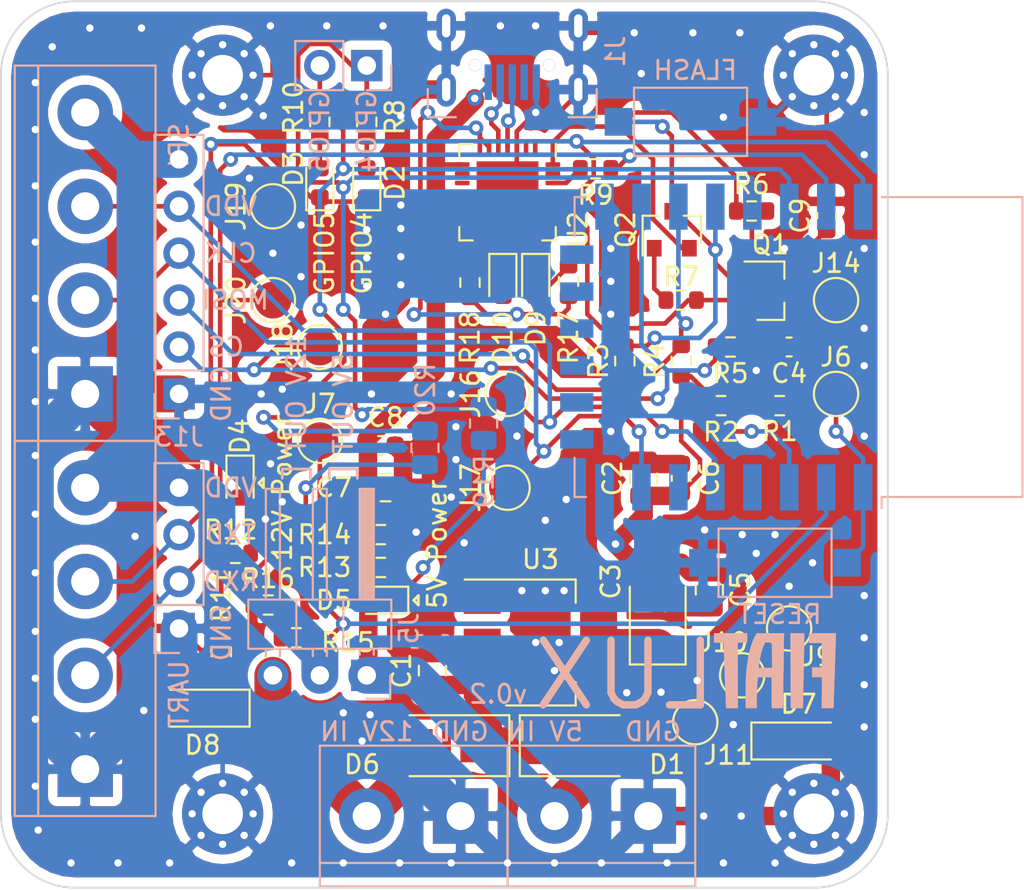
<source format=kicad_pcb>
(kicad_pcb (version 20171130) (host pcbnew 5.99.0+really5.1.10+dfsg1-1)

  (general
    (thickness 1.6)
    (drawings 68)
    (tracks 710)
    (zones 0)
    (modules 71)
    (nets 36)
  )

  (page A4)
  (layers
    (0 F.Cu signal)
    (31 B.Cu signal)
    (32 B.Adhes user)
    (33 F.Adhes user)
    (34 B.Paste user hide)
    (35 F.Paste user hide)
    (36 B.SilkS user)
    (37 F.SilkS user)
    (38 B.Mask user hide)
    (39 F.Mask user hide)
    (40 Dwgs.User user hide)
    (41 Cmts.User user hide)
    (42 Eco1.User user hide)
    (43 Eco2.User user hide)
    (44 Edge.Cuts user)
    (45 Margin user)
    (46 B.CrtYd user)
    (47 F.CrtYd user)
    (48 B.Fab user hide)
    (49 F.Fab user hide)
  )

  (setup
    (last_trace_width 0.25)
    (user_trace_width 0.25)
    (user_trace_width 0.5)
    (user_trace_width 1)
    (user_trace_width 2)
    (trace_clearance 0.127)
    (zone_clearance 0.508)
    (zone_45_only no)
    (trace_min 0.2)
    (via_size 0.8)
    (via_drill 0.4)
    (via_min_size 0.4)
    (via_min_drill 0.3)
    (uvia_size 0.3)
    (uvia_drill 0.1)
    (uvias_allowed no)
    (uvia_min_size 0.2)
    (uvia_min_drill 0.1)
    (edge_width 0.1)
    (segment_width 0.2)
    (pcb_text_width 0.3)
    (pcb_text_size 1.5 1.5)
    (mod_edge_width 0.15)
    (mod_text_size 1 1)
    (mod_text_width 0.15)
    (pad_size 0.65 0.65)
    (pad_drill 0.65)
    (pad_to_mask_clearance 0)
    (aux_axis_origin 0 0)
    (visible_elements FFFFFF7F)
    (pcbplotparams
      (layerselection 0x010fc_ffffffff)
      (usegerberextensions false)
      (usegerberattributes true)
      (usegerberadvancedattributes true)
      (creategerberjobfile true)
      (excludeedgelayer true)
      (linewidth 0.100000)
      (plotframeref false)
      (viasonmask false)
      (mode 1)
      (useauxorigin false)
      (hpglpennumber 1)
      (hpglpenspeed 20)
      (hpglpendiameter 15.000000)
      (psnegative false)
      (psa4output false)
      (plotreference true)
      (plotvalue true)
      (plotinvisibletext false)
      (padsonsilk false)
      (subtractmaskfromsilk false)
      (outputformat 1)
      (mirror false)
      (drillshape 0)
      (scaleselection 1)
      (outputdirectory "gen"))
  )

  (net 0 "")
  (net 1 GND)
  (net 2 /Power/LDO_IN)
  (net 3 +3V3)
  (net 4 nRST)
  (net 5 +5V)
  (net 6 "Net-(D2-Pad2)")
  (net 7 "Net-(D3-Pad2)")
  (net 8 "Net-(D4-Pad2)")
  (net 9 SEN_5V)
  (net 10 +12V)
  (net 11 "Net-(J1-Pad2)")
  (net 12 "Net-(J1-Pad3)")
  (net 13 VOUT)
  (net 14 TXD0)
  (net 15 RXD0)
  (net 16 SCLK)
  (net 17 MOSI)
  (net 18 ADC)
  (net 19 RTS)
  (net 20 DTR)
  (net 21 EN)
  (net 22 "Net-(R9-Pad2)")
  (net 23 SEN_12V)
  (net 24 "Net-(R13-Pad1)")
  (net 25 CS0)
  (net 26 GPIO5)
  (net 27 GPIO4)
  (net 28 FLSH)
  (net 29 "Net-(Q1-Pad1)")
  (net 30 "Net-(Q2-Pad1)")
  (net 31 "Net-(D9-Pad2)")
  (net 32 /TXLED)
  (net 33 "Net-(D10-Pad2)")
  (net 34 /RXLED)
  (net 35 CS1)

  (net_class Default "Dies ist die voreingestellte Netzklasse."
    (clearance 0.127)
    (trace_width 0.25)
    (via_dia 0.8)
    (via_drill 0.4)
    (uvia_dia 0.3)
    (uvia_drill 0.1)
    (add_net +12V)
    (add_net +3V3)
    (add_net +5V)
    (add_net /Power/LDO_IN)
    (add_net /RXLED)
    (add_net /TXLED)
    (add_net ADC)
    (add_net CS0)
    (add_net CS1)
    (add_net DTR)
    (add_net EN)
    (add_net FLSH)
    (add_net GND)
    (add_net GPIO4)
    (add_net GPIO5)
    (add_net MOSI)
    (add_net "Net-(D10-Pad2)")
    (add_net "Net-(D2-Pad2)")
    (add_net "Net-(D3-Pad2)")
    (add_net "Net-(D4-Pad2)")
    (add_net "Net-(D9-Pad2)")
    (add_net "Net-(J1-Pad2)")
    (add_net "Net-(J1-Pad3)")
    (add_net "Net-(Q1-Pad1)")
    (add_net "Net-(Q2-Pad1)")
    (add_net "Net-(R13-Pad1)")
    (add_net "Net-(R9-Pad2)")
    (add_net RTS)
    (add_net RXD0)
    (add_net SCLK)
    (add_net SEN_12V)
    (add_net SEN_5V)
    (add_net TXD0)
    (add_net VOUT)
    (add_net nRST)
  )

  (module TerminalBlock:TerminalBlock_bornier-2_P5.08mm locked (layer B.Cu) (tedit 60EC57DC) (tstamp 60AE33DA)
    (at 55.88 71.12 180)
    (descr "simple 2-pin terminal block, pitch 5.08mm, revamped version of bornier2")
    (tags "terminal block bornier2")
    (path /6078273A/6092962E)
    (fp_text reference J12 (at 2.54 5.08) (layer B.SilkS) hide
      (effects (font (size 1 1) (thickness 0.15)) (justify mirror))
    )
    (fp_text value Conn_01x02_Male (at 2.54 -5.08) (layer B.Fab)
      (effects (font (size 1 1) (thickness 0.15)) (justify mirror))
    )
    (fp_line (start -2.41 -2.55) (end 7.49 -2.55) (layer B.Fab) (width 0.1))
    (fp_line (start -2.46 3.75) (end -2.46 -3.75) (layer B.Fab) (width 0.1))
    (fp_line (start -2.46 -3.75) (end 7.54 -3.75) (layer B.Fab) (width 0.1))
    (fp_line (start 7.54 -3.75) (end 7.54 3.75) (layer B.Fab) (width 0.1))
    (fp_line (start 7.54 3.75) (end -2.46 3.75) (layer B.Fab) (width 0.1))
    (fp_line (start 7.62 -2.54) (end -2.54 -2.54) (layer B.SilkS) (width 0.12))
    (fp_line (start 7.62 -3.81) (end 7.62 3.81) (layer B.SilkS) (width 0.12))
    (fp_line (start 7.62 3.81) (end -2.54 3.81) (layer B.SilkS) (width 0.12))
    (fp_line (start -2.54 3.81) (end -2.54 -3.81) (layer B.SilkS) (width 0.12))
    (fp_line (start -2.54 -3.81) (end 7.62 -3.81) (layer B.SilkS) (width 0.12))
    (fp_line (start -2 4) (end 7.79 4) (layer B.CrtYd) (width 0.05))
    (fp_line (start -2 4) (end -2 -4) (layer B.CrtYd) (width 0.05))
    (fp_line (start 7.79 -4) (end 7.79 4) (layer B.CrtYd) (width 0.05))
    (fp_line (start 7.79 -4) (end -2 -4) (layer B.CrtYd) (width 0.05))
    (fp_text user %R (at 2.54 0) (layer B.Fab)
      (effects (font (size 1 1) (thickness 0.15)) (justify mirror))
    )
    (pad 2 thru_hole circle (at 5.08 0 180) (size 3 3) (drill 1.52) (layers *.Cu *.Mask)
      (net 10 +12V))
    (pad 1 thru_hole rect (at 0 0 180) (size 3 3) (drill 1.52) (layers *.Cu *.Mask)
      (net 1 GND))
    (model ${KISYS3DMOD}/TerminalBlock.3dshapes/TerminalBlock_bornier-2_P5.08mm.wrl
      (offset (xyz 2.539999961853027 0 0))
      (scale (xyz 1 1 1))
      (rotate (xyz 0 0 0))
    )
    (model ${KISYS3DMOD}/TerminalBlock_Phoenix.3dshapes/TerminalBlock_Phoenix_MKDS-1,5-2-5.08_1x02_P5.08mm_Horizontal.step
      (at (xyz 0 0 0))
      (scale (xyz 1 1 1))
      (rotate (xyz 0 0 0))
    )
  )

  (module TerminalBlock:TerminalBlock_bornier-4_P5.08mm locked (layer B.Cu) (tedit 60EC0394) (tstamp 6091B242)
    (at 35.56 68.58 90)
    (descr "simple 4-pin terminal block, pitch 5.08mm, revamped version of bornier4")
    (tags "terminal block bornier4")
    (path /60B13D6D)
    (fp_text reference J2 (at 7.6 4.8 90) (layer B.SilkS) hide
      (effects (font (size 1 1) (thickness 0.15)) (justify mirror))
    )
    (fp_text value Conn_01x04_Male (at 7.6 -4.75 90) (layer B.Fab)
      (effects (font (size 1 1) (thickness 0.15)) (justify mirror))
    )
    (fp_line (start -2.48 -2.55) (end 17.72 -2.55) (layer B.Fab) (width 0.1))
    (fp_line (start -2.43 -3.75) (end -2.48 -3.75) (layer B.Fab) (width 0.1))
    (fp_line (start -2.48 -3.75) (end -2.48 3.75) (layer B.Fab) (width 0.1))
    (fp_line (start -2.48 3.75) (end 17.72 3.75) (layer B.Fab) (width 0.1))
    (fp_line (start 17.72 3.75) (end 17.72 -3.75) (layer B.Fab) (width 0.1))
    (fp_line (start 17.72 -3.75) (end -2.43 -3.75) (layer B.Fab) (width 0.1))
    (fp_line (start -2.54 3.81) (end -2.54 -3.81) (layer B.SilkS) (width 0.12))
    (fp_line (start 17.78 -3.81) (end 17.78 3.81) (layer B.SilkS) (width 0.12))
    (fp_line (start 17.78 -2.54) (end -2.54 -2.54) (layer B.SilkS) (width 0.12))
    (fp_line (start -2.54 3.81) (end 17.78 3.81) (layer B.SilkS) (width 0.12))
    (fp_line (start -2.54 -3.81) (end 17.78 -3.81) (layer B.SilkS) (width 0.12))
    (fp_line (start -2.7 3) (end 17 3) (layer B.CrtYd) (width 0.05))
    (fp_line (start -2.73 3) (end -2.73 -4) (layer B.CrtYd) (width 0.05))
    (fp_line (start 17 -4) (end 17 3) (layer B.CrtYd) (width 0.05))
    (fp_line (start 17 -4) (end -2.73 -4) (layer B.CrtYd) (width 0.05))
    (fp_text user %R (at 7.62 0 90) (layer B.Fab)
      (effects (font (size 1 1) (thickness 0.15)) (justify mirror))
    )
    (pad 4 thru_hole circle (at 15.24 0 90) (size 3 3) (drill 1.52) (layers *.Cu *.Mask)
      (net 13 VOUT))
    (pad 1 thru_hole rect (at 0 0 90) (size 3 3) (drill 1.52) (layers *.Cu *.Mask)
      (net 1 GND))
    (pad 3 thru_hole circle (at 10.16 0 90) (size 3 3) (drill 1.52) (layers *.Cu *.Mask)
      (net 14 TXD0))
    (pad 2 thru_hole circle (at 5.08 0 90) (size 3 3) (drill 1.52) (layers *.Cu *.Mask)
      (net 15 RXD0))
    (model ${KISYS3DMOD}/TerminalBlock.3dshapes/TerminalBlock_bornier-4_P5.08mm.wrl
      (offset (xyz 7.619999885559082 0 0))
      (scale (xyz 1 1 1))
      (rotate (xyz 0 0 0))
    )
    (model ${KISYS3DMOD}/TerminalBlock_Phoenix.3dshapes/TerminalBlock_Phoenix_MKDS-1,5-4-5.08_1x04_P5.08mm_Horizontal.step
      (at (xyz 0 0 0))
      (scale (xyz 1 1 1))
      (rotate (xyz 0 0 0))
    )
  )

  (module TerminalBlock:TerminalBlock_bornier-4_P5.08mm locked (layer B.Cu) (tedit 60EC0001) (tstamp 6091B26F)
    (at 35.56 48.26 90)
    (descr "simple 4-pin terminal block, pitch 5.08mm, revamped version of bornier4")
    (tags "terminal block bornier4")
    (path /608BFA99)
    (fp_text reference J4 (at 7.6 4.8 90) (layer B.SilkS) hide
      (effects (font (size 1 1) (thickness 0.15)) (justify mirror))
    )
    (fp_text value Conn_01x04_Male (at 7.6 -4.75 90) (layer B.Fab)
      (effects (font (size 1 1) (thickness 0.15)) (justify mirror))
    )
    (fp_line (start -2.48 -2.55) (end 17.72 -2.55) (layer B.Fab) (width 0.1))
    (fp_line (start -2.43 -3.75) (end -2.48 -3.75) (layer B.Fab) (width 0.1))
    (fp_line (start -2.48 -3.75) (end -2.48 3.75) (layer B.Fab) (width 0.1))
    (fp_line (start -2.48 3.75) (end 17.72 3.75) (layer B.Fab) (width 0.1))
    (fp_line (start 17.72 3.75) (end 17.72 -3.75) (layer B.Fab) (width 0.1))
    (fp_line (start 17.72 -3.75) (end -2.43 -3.75) (layer B.Fab) (width 0.1))
    (fp_line (start -2.54 3.81) (end -2.54 -3.81) (layer B.SilkS) (width 0.12))
    (fp_line (start 17.78 -3.81) (end 17.78 3.81) (layer B.SilkS) (width 0.12))
    (fp_line (start 17.78 -2.54) (end -2.54 -2.54) (layer B.SilkS) (width 0.12))
    (fp_line (start -2.54 3.81) (end 17.78 3.81) (layer B.SilkS) (width 0.12))
    (fp_line (start -2.54 -3.81) (end 17.78 -3.81) (layer B.SilkS) (width 0.12))
    (fp_line (start -2.73 3) (end 17 3) (layer B.CrtYd) (width 0.05))
    (fp_line (start -2.73 3) (end -2.73 -4) (layer B.CrtYd) (width 0.05))
    (fp_line (start 17 -4) (end 17 3) (layer B.CrtYd) (width 0.05))
    (fp_line (start 17 -4) (end -2.73 -4) (layer B.CrtYd) (width 0.05))
    (fp_text user %R (at 7.62 0 90) (layer B.Fab)
      (effects (font (size 1 1) (thickness 0.15)) (justify mirror))
    )
    (pad 4 thru_hole circle (at 15.24 0 90) (size 3 3) (drill 1.52) (layers *.Cu *.Mask)
      (net 13 VOUT))
    (pad 1 thru_hole rect (at 0 0 90) (size 3 3) (drill 1.52) (layers *.Cu *.Mask)
      (net 1 GND))
    (pad 3 thru_hole circle (at 10.16 0 90) (size 3 3) (drill 1.52) (layers *.Cu *.Mask)
      (net 16 SCLK))
    (pad 2 thru_hole circle (at 5.08 0 90) (size 3 3) (drill 1.52) (layers *.Cu *.Mask)
      (net 17 MOSI))
    (model ${KISYS3DMOD}/TerminalBlock.3dshapes/TerminalBlock_bornier-4_P5.08mm.wrl
      (offset (xyz 7.619999885559082 0 0))
      (scale (xyz 1 1 1))
      (rotate (xyz 0 0 0))
    )
    (model ${KISYS3DMOD}/TerminalBlock_Phoenix.3dshapes/TerminalBlock_Phoenix_MKDS-1,5-4-5.08_1x04_P5.08mm_Horizontal.step
      (at (xyz 0 0 0))
      (scale (xyz 1 1 1))
      (rotate (xyz 0 0 0))
    )
  )

  (module TestPoint:TestPoint_Pad_D2.0mm (layer F.Cu) (tedit 5A0F774F) (tstamp 60A933BB)
    (at 58.42 53.34 90)
    (descr "SMD pad as test Point, diameter 2.0mm")
    (tags "test point SMD pad")
    (path /60C915D4)
    (attr virtual)
    (fp_text reference J17 (at 0 -1.998 90) (layer F.SilkS)
      (effects (font (size 1 1) (thickness 0.15)))
    )
    (fp_text value Testpoint_RST (at 0 2.05 90) (layer F.Fab)
      (effects (font (size 1 1) (thickness 0.15)))
    )
    (fp_circle (center 0 0) (end 0 1.2) (layer F.SilkS) (width 0.12))
    (fp_circle (center 0 0) (end 1.5 0) (layer F.CrtYd) (width 0.05))
    (fp_text user %R (at 0 -2 90) (layer F.Fab)
      (effects (font (size 1 1) (thickness 0.15)))
    )
    (pad 1 smd circle (at 0 0 90) (size 2 2) (layers F.Cu F.Mask)
      (net 17 MOSI))
  )

  (module Resistor_SMD:R_0805_2012Metric (layer B.Cu) (tedit 5F68FEEE) (tstamp 60B18CC9)
    (at 53.9496 51.181 270)
    (descr "Resistor SMD 0805 (2012 Metric), square (rectangular) end terminal, IPC_7351 nominal, (Body size source: IPC-SM-782 page 72, https://www.pcb-3d.com/wordpress/wp-content/uploads/ipc-sm-782a_amendment_1_and_2.pdf), generated with kicad-footprint-generator")
    (tags resistor)
    (path /60B3C5A7)
    (attr smd)
    (fp_text reference R20 (at -3.1496 -0.0254 90) (layer B.SilkS)
      (effects (font (size 1 1) (thickness 0.15)) (justify mirror))
    )
    (fp_text value 0Ohm (at 0 -1.65 90) (layer B.Fab)
      (effects (font (size 1 1) (thickness 0.15)) (justify mirror))
    )
    (fp_line (start -1 -0.625) (end -1 0.625) (layer B.Fab) (width 0.1))
    (fp_line (start -1 0.625) (end 1 0.625) (layer B.Fab) (width 0.1))
    (fp_line (start 1 0.625) (end 1 -0.625) (layer B.Fab) (width 0.1))
    (fp_line (start 1 -0.625) (end -1 -0.625) (layer B.Fab) (width 0.1))
    (fp_line (start -0.227064 0.735) (end 0.227064 0.735) (layer B.SilkS) (width 0.12))
    (fp_line (start -0.227064 -0.735) (end 0.227064 -0.735) (layer B.SilkS) (width 0.12))
    (fp_line (start -1.68 -0.95) (end -1.68 0.95) (layer B.CrtYd) (width 0.05))
    (fp_line (start -1.68 0.95) (end 1.68 0.95) (layer B.CrtYd) (width 0.05))
    (fp_line (start 1.68 0.95) (end 1.68 -0.95) (layer B.CrtYd) (width 0.05))
    (fp_line (start 1.68 -0.95) (end -1.68 -0.95) (layer B.CrtYd) (width 0.05))
    (fp_text user %R (at 0 0 90) (layer B.Fab)
      (effects (font (size 0.5 0.5) (thickness 0.08)) (justify mirror))
    )
    (pad 2 smd roundrect (at 0.9125 0 270) (size 1.025 1.4) (layers B.Cu B.Paste B.Mask) (roundrect_rratio 0.243902)
      (net 23 SEN_12V))
    (pad 1 smd roundrect (at -0.9125 0 270) (size 1.025 1.4) (layers B.Cu B.Paste B.Mask) (roundrect_rratio 0.243902)
      (net 26 GPIO5))
    (model ${KISYS3DMOD}/Resistor_SMD.3dshapes/R_0805_2012Metric.wrl
      (at (xyz 0 0 0))
      (scale (xyz 1 1 1))
      (rotate (xyz 0 0 0))
    )
  )

  (module Resistor_SMD:R_0805_2012Metric (layer B.Cu) (tedit 5F68FEEE) (tstamp 60B16D57)
    (at 57.1246 49.8602 270)
    (descr "Resistor SMD 0805 (2012 Metric), square (rectangular) end terminal, IPC_7351 nominal, (Body size source: IPC-SM-782 page 72, https://www.pcb-3d.com/wordpress/wp-content/uploads/ipc-sm-782a_amendment_1_and_2.pdf), generated with kicad-footprint-generator")
    (tags resistor)
    (path /60B3ABAC)
    (attr smd)
    (fp_text reference R19 (at 3.1496 -0.0254 90) (layer B.SilkS)
      (effects (font (size 1 1) (thickness 0.15)) (justify mirror))
    )
    (fp_text value 0Ohm (at 0 -1.65 90) (layer B.Fab)
      (effects (font (size 1 1) (thickness 0.15)) (justify mirror))
    )
    (fp_line (start -1 -0.625) (end -1 0.625) (layer B.Fab) (width 0.1))
    (fp_line (start -1 0.625) (end 1 0.625) (layer B.Fab) (width 0.1))
    (fp_line (start 1 0.625) (end 1 -0.625) (layer B.Fab) (width 0.1))
    (fp_line (start 1 -0.625) (end -1 -0.625) (layer B.Fab) (width 0.1))
    (fp_line (start -0.227064 0.735) (end 0.227064 0.735) (layer B.SilkS) (width 0.12))
    (fp_line (start -0.227064 -0.735) (end 0.227064 -0.735) (layer B.SilkS) (width 0.12))
    (fp_line (start -1.68 -0.95) (end -1.68 0.95) (layer B.CrtYd) (width 0.05))
    (fp_line (start -1.68 0.95) (end 1.68 0.95) (layer B.CrtYd) (width 0.05))
    (fp_line (start 1.68 0.95) (end 1.68 -0.95) (layer B.CrtYd) (width 0.05))
    (fp_line (start 1.68 -0.95) (end -1.68 -0.95) (layer B.CrtYd) (width 0.05))
    (fp_text user %R (at 0 0 90) (layer B.Fab)
      (effects (font (size 0.5 0.5) (thickness 0.08)) (justify mirror))
    )
    (pad 2 smd roundrect (at 0.9125 0 270) (size 1.025 1.4) (layers B.Cu B.Paste B.Mask) (roundrect_rratio 0.243902)
      (net 9 SEN_5V))
    (pad 1 smd roundrect (at -0.9125 0 270) (size 1.025 1.4) (layers B.Cu B.Paste B.Mask) (roundrect_rratio 0.243902)
      (net 27 GPIO4))
    (model ${KISYS3DMOD}/Resistor_SMD.3dshapes/R_0805_2012Metric.wrl
      (at (xyz 0 0 0))
      (scale (xyz 1 1 1))
      (rotate (xyz 0 0 0))
    )
  )

  (module Connector_PinHeader_2.54mm:PinHeader_1x06_P2.54mm_Vertical (layer B.Cu) (tedit 59FED5CC) (tstamp 60B161DE)
    (at 40.64 48.26)
    (descr "Through hole straight pin header, 1x06, 2.54mm pitch, single row")
    (tags "Through hole pin header THT 1x06 2.54mm single row")
    (path /60B28A8C)
    (fp_text reference J13 (at 0 2.33) (layer B.SilkS)
      (effects (font (size 1 1) (thickness 0.15)) (justify mirror))
    )
    (fp_text value Conn_01x06_Male (at 0 -15.03) (layer B.Fab)
      (effects (font (size 1 1) (thickness 0.15)) (justify mirror))
    )
    (fp_line (start 1.8 1.8) (end -1.8 1.8) (layer B.CrtYd) (width 0.05))
    (fp_line (start 1.8 -14.5) (end 1.8 1.8) (layer B.CrtYd) (width 0.05))
    (fp_line (start -1.8 -14.5) (end 1.8 -14.5) (layer B.CrtYd) (width 0.05))
    (fp_line (start -1.8 1.8) (end -1.8 -14.5) (layer B.CrtYd) (width 0.05))
    (fp_line (start -1.33 1.33) (end 0 1.33) (layer B.SilkS) (width 0.12))
    (fp_line (start -1.33 0) (end -1.33 1.33) (layer B.SilkS) (width 0.12))
    (fp_line (start -1.33 -1.27) (end 1.33 -1.27) (layer B.SilkS) (width 0.12))
    (fp_line (start 1.33 -1.27) (end 1.33 -14.03) (layer B.SilkS) (width 0.12))
    (fp_line (start -1.33 -1.27) (end -1.33 -14.03) (layer B.SilkS) (width 0.12))
    (fp_line (start -1.33 -14.03) (end 1.33 -14.03) (layer B.SilkS) (width 0.12))
    (fp_line (start -1.27 0.635) (end -0.635 1.27) (layer B.Fab) (width 0.1))
    (fp_line (start -1.27 -13.97) (end -1.27 0.635) (layer B.Fab) (width 0.1))
    (fp_line (start 1.27 -13.97) (end -1.27 -13.97) (layer B.Fab) (width 0.1))
    (fp_line (start 1.27 1.27) (end 1.27 -13.97) (layer B.Fab) (width 0.1))
    (fp_line (start -0.635 1.27) (end 1.27 1.27) (layer B.Fab) (width 0.1))
    (fp_text user %R (at 0 -6.35 -90) (layer B.Fab)
      (effects (font (size 1 1) (thickness 0.15)) (justify mirror))
    )
    (pad 6 thru_hole oval (at 0 -12.7) (size 1.7 1.7) (drill 1) (layers *.Cu *.Mask)
      (net 13 VOUT))
    (pad 5 thru_hole oval (at 0 -10.16) (size 1.7 1.7) (drill 1) (layers *.Cu *.Mask)
      (net 16 SCLK))
    (pad 4 thru_hole oval (at 0 -7.62) (size 1.7 1.7) (drill 1) (layers *.Cu *.Mask)
      (net 17 MOSI))
    (pad 3 thru_hole oval (at 0 -5.08) (size 1.7 1.7) (drill 1) (layers *.Cu *.Mask)
      (net 35 CS1))
    (pad 2 thru_hole oval (at 0 -2.54) (size 1.7 1.7) (drill 1) (layers *.Cu *.Mask)
      (net 25 CS0))
    (pad 1 thru_hole rect (at 0 0) (size 1.7 1.7) (drill 1) (layers *.Cu *.Mask)
      (net 1 GND))
    (model ${KISYS3DMOD}/Connector_PinHeader_2.54mm.3dshapes/PinHeader_1x06_P2.54mm_Vertical.wrl
      (at (xyz 0 0 0))
      (scale (xyz 1 1 1))
      (rotate (xyz 0 0 0))
    )
  )

  (module stock:micro_usb (layer B.Cu) (tedit 60A908A0) (tstamp 60B188C6)
    (at 58.674 27.178)
    (path /607AE779)
    (fp_text reference J1 (at 5.588 2.54 270) (layer B.SilkS)
      (effects (font (size 1 1) (thickness 0.15)) (justify mirror))
    )
    (fp_text value USB_B_Micro (at 0 -1.016) (layer B.Fab)
      (effects (font (size 1 1) (thickness 0.15)) (justify mirror))
    )
    (fp_line (start 5.08 0) (end -5.08 0) (layer B.Fab) (width 0.12))
    (fp_line (start 4.572 4.572) (end 4.572 6.096) (layer B.SilkS) (width 0.12))
    (fp_line (start 4.572 6.096) (end 3.048 6.096) (layer B.SilkS) (width 0.12))
    (fp_line (start -4.572 4.572) (end -4.572 6.096) (layer B.SilkS) (width 0.12))
    (fp_line (start -4.572 6.096) (end -3.048 6.096) (layer B.SilkS) (width 0.12))
    (pad "" thru_hole circle (at -2 3.275) (size 0.65 0.65) (drill 0.65) (layers *.Cu))
    (pad "" thru_hole circle (at 2 3.275) (size 0.65 0.65) (drill 0.65) (layers *.Cu))
    (pad 5 smd rect (at 1.3 4.2) (size 0.4 1.925) (layers B.Cu B.Paste B.Mask)
      (net 1 GND))
    (pad 1 smd rect (at -1.3 4.2) (size 0.4 1.925) (layers B.Cu B.Paste B.Mask)
      (net 5 +5V))
    (pad 2 smd rect (at -0.65 4.2) (size 0.4 1.925) (layers B.Cu B.Paste B.Mask)
      (net 11 "Net-(J1-Pad2)"))
    (pad 4 smd rect (at 0.65 4.2) (size 0.4 1.925) (layers B.Cu B.Paste B.Mask))
    (pad 6 thru_hole oval (at -3.575 4.6) (size 1.05 1.85) (drill oval 0.45 1.25) (layers *.Cu *.Mask)
      (net 1 GND))
    (pad 6 thru_hole oval (at -3.575 1.15) (size 1.05 1.85) (drill oval 0.45 1.25) (layers *.Cu *.Mask)
      (net 1 GND))
    (pad 6 thru_hole oval (at 3.575 4.6) (size 1.05 1.85) (drill oval 0.45 1.25) (layers *.Cu *.Mask)
      (net 1 GND))
    (pad 3 smd rect (at 0 4.2) (size 0.4 1.925) (layers B.Cu B.Paste B.Mask)
      (net 12 "Net-(J1-Pad3)"))
    (pad 6 thru_hole oval (at 3.575 1.15) (size 1.05 1.85) (drill oval 0.45 1.25) (layers *.Cu *.Mask)
      (net 1 GND))
    (model ${KISYS3DMOD}/Connector_USB.3dshapes/USB_Micro-B_Molex_47346-0001.step
      (offset (xyz 0 3 0))
      (scale (xyz 1 1 1))
      (rotate (xyz 0 0 0))
    )
  )

  (module TestPoint:TestPoint_Pad_D2.0mm (layer F.Cu) (tedit 5A0F774F) (tstamp 60A933D3)
    (at 45.72 43.18 90)
    (descr "SMD pad as test Point, diameter 2.0mm")
    (tags "test point SMD pad")
    (path /60CD9BDE)
    (attr virtual)
    (fp_text reference J20 (at 0 -1.998 90) (layer F.SilkS)
      (effects (font (size 1 1) (thickness 0.15)))
    )
    (fp_text value Testpoint_RST (at 0 2.05 90) (layer F.Fab)
      (effects (font (size 1 1) (thickness 0.15)))
    )
    (fp_circle (center 0 0) (end 0 1.2) (layer F.SilkS) (width 0.12))
    (fp_circle (center 0 0) (end 1.5 0) (layer F.CrtYd) (width 0.05))
    (fp_text user %R (at 0 -2 90) (layer F.Fab)
      (effects (font (size 1 1) (thickness 0.15)))
    )
    (pad 1 smd circle (at 0 0 90) (size 2 2) (layers F.Cu F.Mask)
      (net 15 RXD0))
  )

  (module TestPoint:TestPoint_Pad_D2.0mm (layer F.Cu) (tedit 5A0F774F) (tstamp 60A933CB)
    (at 45.72 38.1 90)
    (descr "SMD pad as test Point, diameter 2.0mm")
    (tags "test point SMD pad")
    (path /60CD9446)
    (attr virtual)
    (fp_text reference J19 (at 0 -1.998 90) (layer F.SilkS)
      (effects (font (size 1 1) (thickness 0.15)))
    )
    (fp_text value Testpoint_RST (at 0 2.05 90) (layer F.Fab)
      (effects (font (size 1 1) (thickness 0.15)))
    )
    (fp_circle (center 0 0) (end 0 1.2) (layer F.SilkS) (width 0.12))
    (fp_circle (center 0 0) (end 1.5 0) (layer F.CrtYd) (width 0.05))
    (fp_text user %R (at 0 -2 90) (layer F.Fab)
      (effects (font (size 1 1) (thickness 0.15)))
    )
    (pad 1 smd circle (at 0 0 90) (size 2 2) (layers F.Cu F.Mask)
      (net 14 TXD0))
  )

  (module TestPoint:TestPoint_Pad_D2.0mm (layer F.Cu) (tedit 5A0F774F) (tstamp 60A933C3)
    (at 48.26 45.72 90)
    (descr "SMD pad as test Point, diameter 2.0mm")
    (tags "test point SMD pad")
    (path /60C91CA2)
    (attr virtual)
    (fp_text reference J18 (at 0 -1.998 90) (layer F.SilkS)
      (effects (font (size 1 1) (thickness 0.15)))
    )
    (fp_text value Testpoint_RST (at 0 2.05 90) (layer F.Fab)
      (effects (font (size 1 1) (thickness 0.15)))
    )
    (fp_circle (center 0 0) (end 0 1.2) (layer F.SilkS) (width 0.12))
    (fp_circle (center 0 0) (end 1.5 0) (layer F.CrtYd) (width 0.05))
    (fp_text user %R (at 0 -2 90) (layer F.Fab)
      (effects (font (size 1 1) (thickness 0.15)))
    )
    (pad 1 smd circle (at 0 0 90) (size 2 2) (layers F.Cu F.Mask)
      (net 25 CS0))
  )

  (module TestPoint:TestPoint_Pad_D2.0mm (layer F.Cu) (tedit 5A0F774F) (tstamp 60A933B3)
    (at 58.42 48.26 90)
    (descr "SMD pad as test Point, diameter 2.0mm")
    (tags "test point SMD pad")
    (path /60C8A000)
    (attr virtual)
    (fp_text reference J16 (at 0 -1.998 90) (layer F.SilkS)
      (effects (font (size 1 1) (thickness 0.15)))
    )
    (fp_text value Testpoint_RST (at 0 2.05 90) (layer F.Fab)
      (effects (font (size 1 1) (thickness 0.15)))
    )
    (fp_circle (center 0 0) (end 0 1.2) (layer F.SilkS) (width 0.12))
    (fp_circle (center 0 0) (end 1.5 0) (layer F.CrtYd) (width 0.05))
    (fp_text user %R (at 0 -2 90) (layer F.Fab)
      (effects (font (size 1 1) (thickness 0.15)))
    )
    (pad 1 smd circle (at 0 0 90) (size 2 2) (layers F.Cu F.Mask)
      (net 16 SCLK))
  )

  (module Connector_PinHeader_2.54mm:PinHeader_1x04_P2.54mm_Vertical (layer B.Cu) (tedit 59FED5CC) (tstamp 60A8F9F4)
    (at 40.64 60.96)
    (descr "Through hole straight pin header, 1x04, 2.54mm pitch, single row")
    (tags "Through hole pin header THT 1x04 2.54mm single row")
    (path /60C2CB6F)
    (fp_text reference J15 (at 0.762 -9.652) (layer B.SilkS) hide
      (effects (font (size 1 1) (thickness 0.15)) (justify mirror))
    )
    (fp_text value Conn_01x04_Male (at 0 -9.95) (layer B.Fab)
      (effects (font (size 1 1) (thickness 0.15)) (justify mirror))
    )
    (fp_line (start 1.8 1.8) (end -1.8 1.8) (layer B.CrtYd) (width 0.05))
    (fp_line (start 1.8 -9.4) (end 1.8 1.8) (layer B.CrtYd) (width 0.05))
    (fp_line (start -1.8 -9.4) (end 1.8 -9.4) (layer B.CrtYd) (width 0.05))
    (fp_line (start -1.8 1.8) (end -1.8 -9.4) (layer B.CrtYd) (width 0.05))
    (fp_line (start -1.33 1.33) (end 0 1.33) (layer B.SilkS) (width 0.12))
    (fp_line (start -1.33 0) (end -1.33 1.33) (layer B.SilkS) (width 0.12))
    (fp_line (start -1.33 -1.27) (end 1.33 -1.27) (layer B.SilkS) (width 0.12))
    (fp_line (start 1.33 -1.27) (end 1.33 -8.95) (layer B.SilkS) (width 0.12))
    (fp_line (start -1.33 -1.27) (end -1.33 -8.95) (layer B.SilkS) (width 0.12))
    (fp_line (start -1.33 -8.95) (end 1.33 -8.95) (layer B.SilkS) (width 0.12))
    (fp_line (start -1.27 0.635) (end -0.635 1.27) (layer B.Fab) (width 0.1))
    (fp_line (start -1.27 -8.89) (end -1.27 0.635) (layer B.Fab) (width 0.1))
    (fp_line (start 1.27 -8.89) (end -1.27 -8.89) (layer B.Fab) (width 0.1))
    (fp_line (start 1.27 1.27) (end 1.27 -8.89) (layer B.Fab) (width 0.1))
    (fp_line (start -0.635 1.27) (end 1.27 1.27) (layer B.Fab) (width 0.1))
    (fp_text user %R (at 0 -3.81 -90) (layer B.Fab)
      (effects (font (size 1 1) (thickness 0.15)) (justify mirror))
    )
    (pad 4 thru_hole oval (at 0 -7.62) (size 1.7 1.7) (drill 1) (layers *.Cu *.Mask)
      (net 13 VOUT))
    (pad 3 thru_hole oval (at 0 -5.08) (size 1.7 1.7) (drill 1) (layers *.Cu *.Mask)
      (net 14 TXD0))
    (pad 2 thru_hole oval (at 0 -2.54) (size 1.7 1.7) (drill 1) (layers *.Cu *.Mask)
      (net 15 RXD0))
    (pad 1 thru_hole rect (at 0 0) (size 1.7 1.7) (drill 1) (layers *.Cu *.Mask)
      (net 1 GND))
    (model ${KISYS3DMOD}/Connector_PinHeader_2.54mm.3dshapes/PinHeader_1x04_P2.54mm_Vertical.wrl
      (at (xyz 0 0 0))
      (scale (xyz 1 1 1))
      (rotate (xyz 0 0 0))
    )
  )

  (module Diode_SMD:D_MiniMELF (layer F.Cu) (tedit 5905D8F5) (tstamp 6091B1D6)
    (at 41.91 65.278 180)
    (descr "Diode Mini-MELF (SOD-80)")
    (tags "Diode Mini-MELF (SOD-80)")
    (path /6078273A/608E7242)
    (attr smd)
    (fp_text reference D8 (at 0 -2) (layer F.SilkS)
      (effects (font (size 1 1) (thickness 0.15)))
    )
    (fp_text value "Z 12V" (at 0 1.75) (layer F.Fab)
      (effects (font (size 1 1) (thickness 0.15)))
    )
    (fp_line (start -2.65 1.1) (end -2.65 -1.1) (layer F.CrtYd) (width 0.05))
    (fp_line (start 2.65 1.1) (end -2.65 1.1) (layer F.CrtYd) (width 0.05))
    (fp_line (start 2.65 -1.1) (end 2.65 1.1) (layer F.CrtYd) (width 0.05))
    (fp_line (start -2.65 -1.1) (end 2.65 -1.1) (layer F.CrtYd) (width 0.05))
    (fp_line (start -0.75 0) (end -0.35 0) (layer F.Fab) (width 0.1))
    (fp_line (start -0.35 0) (end -0.35 -0.55) (layer F.Fab) (width 0.1))
    (fp_line (start -0.35 0) (end -0.35 0.55) (layer F.Fab) (width 0.1))
    (fp_line (start -0.35 0) (end 0.25 -0.4) (layer F.Fab) (width 0.1))
    (fp_line (start 0.25 -0.4) (end 0.25 0.4) (layer F.Fab) (width 0.1))
    (fp_line (start 0.25 0.4) (end -0.35 0) (layer F.Fab) (width 0.1))
    (fp_line (start 0.25 0) (end 0.75 0) (layer F.Fab) (width 0.1))
    (fp_line (start -1.65 -0.8) (end 1.65 -0.8) (layer F.Fab) (width 0.1))
    (fp_line (start -1.65 0.8) (end -1.65 -0.8) (layer F.Fab) (width 0.1))
    (fp_line (start 1.65 0.8) (end -1.65 0.8) (layer F.Fab) (width 0.1))
    (fp_line (start 1.65 -0.8) (end 1.65 0.8) (layer F.Fab) (width 0.1))
    (fp_line (start -2.55 1) (end 1.75 1) (layer F.SilkS) (width 0.12))
    (fp_line (start -2.55 -1) (end -2.55 1) (layer F.SilkS) (width 0.12))
    (fp_line (start 1.75 -1) (end -2.55 -1) (layer F.SilkS) (width 0.12))
    (fp_text user %R (at 0 -2) (layer F.Fab)
      (effects (font (size 1 1) (thickness 0.15)))
    )
    (pad 2 smd rect (at 1.75 0 180) (size 1.3 1.7) (layers F.Cu F.Paste F.Mask)
      (net 1 GND))
    (pad 1 smd rect (at -1.75 0 180) (size 1.3 1.7) (layers F.Cu F.Paste F.Mask)
      (net 10 +12V))
    (model ${KISYS3DMOD}/Diode_SMD.3dshapes/D_MiniMELF.wrl
      (at (xyz 0 0 0))
      (scale (xyz 1 1 1))
      (rotate (xyz 0 0 0))
    )
  )

  (module Diode_SMD:D_MiniMELF (layer F.Cu) (tedit 5905D8F5) (tstamp 6091B1C3)
    (at 74.168 67.056)
    (descr "Diode Mini-MELF (SOD-80)")
    (tags "Diode Mini-MELF (SOD-80)")
    (path /6078273A/608E2DA3)
    (attr smd)
    (fp_text reference D7 (at 0 -2) (layer F.SilkS)
      (effects (font (size 1 1) (thickness 0.15)))
    )
    (fp_text value "Z 5V" (at 0 1.75) (layer F.Fab)
      (effects (font (size 1 1) (thickness 0.15)))
    )
    (fp_line (start -2.65 1.1) (end -2.65 -1.1) (layer F.CrtYd) (width 0.05))
    (fp_line (start 2.65 1.1) (end -2.65 1.1) (layer F.CrtYd) (width 0.05))
    (fp_line (start 2.65 -1.1) (end 2.65 1.1) (layer F.CrtYd) (width 0.05))
    (fp_line (start -2.65 -1.1) (end 2.65 -1.1) (layer F.CrtYd) (width 0.05))
    (fp_line (start -0.75 0) (end -0.35 0) (layer F.Fab) (width 0.1))
    (fp_line (start -0.35 0) (end -0.35 -0.55) (layer F.Fab) (width 0.1))
    (fp_line (start -0.35 0) (end -0.35 0.55) (layer F.Fab) (width 0.1))
    (fp_line (start -0.35 0) (end 0.25 -0.4) (layer F.Fab) (width 0.1))
    (fp_line (start 0.25 -0.4) (end 0.25 0.4) (layer F.Fab) (width 0.1))
    (fp_line (start 0.25 0.4) (end -0.35 0) (layer F.Fab) (width 0.1))
    (fp_line (start 0.25 0) (end 0.75 0) (layer F.Fab) (width 0.1))
    (fp_line (start -1.65 -0.8) (end 1.65 -0.8) (layer F.Fab) (width 0.1))
    (fp_line (start -1.65 0.8) (end -1.65 -0.8) (layer F.Fab) (width 0.1))
    (fp_line (start 1.65 0.8) (end -1.65 0.8) (layer F.Fab) (width 0.1))
    (fp_line (start 1.65 -0.8) (end 1.65 0.8) (layer F.Fab) (width 0.1))
    (fp_line (start -2.55 1) (end 1.75 1) (layer F.SilkS) (width 0.12))
    (fp_line (start -2.55 -1) (end -2.55 1) (layer F.SilkS) (width 0.12))
    (fp_line (start 1.75 -1) (end -2.55 -1) (layer F.SilkS) (width 0.12))
    (fp_text user %R (at 0 -2) (layer F.Fab)
      (effects (font (size 1 1) (thickness 0.15)))
    )
    (pad 2 smd rect (at 1.75 0) (size 1.3 1.7) (layers F.Cu F.Paste F.Mask)
      (net 1 GND))
    (pad 1 smd rect (at -1.75 0) (size 1.3 1.7) (layers F.Cu F.Paste F.Mask)
      (net 5 +5V))
    (model ${KISYS3DMOD}/Diode_SMD.3dshapes/D_MiniMELF.wrl
      (at (xyz 0 0 0))
      (scale (xyz 1 1 1))
      (rotate (xyz 0 0 0))
    )
  )

  (module Resistor_SMD:R_0603_1608Metric (layer F.Cu) (tedit 5F68FEEE) (tstamp 60A84A8C)
    (at 56.388 42.227 270)
    (descr "Resistor SMD 0603 (1608 Metric), square (rectangular) end terminal, IPC_7351 nominal, (Body size source: IPC-SM-782 page 72, https://www.pcb-3d.com/wordpress/wp-content/uploads/ipc-sm-782a_amendment_1_and_2.pdf), generated with kicad-footprint-generator")
    (tags resistor)
    (path /60BFE0F3)
    (attr smd)
    (fp_text reference R18 (at 2.985 0 90) (layer F.SilkS)
      (effects (font (size 1 1) (thickness 0.15)))
    )
    (fp_text value 51Ohm (at 0 1.43 90) (layer F.Fab)
      (effects (font (size 1 1) (thickness 0.15)))
    )
    (fp_line (start 1.48 0.73) (end -1.48 0.73) (layer F.CrtYd) (width 0.05))
    (fp_line (start 1.48 -0.73) (end 1.48 0.73) (layer F.CrtYd) (width 0.05))
    (fp_line (start -1.48 -0.73) (end 1.48 -0.73) (layer F.CrtYd) (width 0.05))
    (fp_line (start -1.48 0.73) (end -1.48 -0.73) (layer F.CrtYd) (width 0.05))
    (fp_line (start -0.237258 0.5225) (end 0.237258 0.5225) (layer F.SilkS) (width 0.12))
    (fp_line (start -0.237258 -0.5225) (end 0.237258 -0.5225) (layer F.SilkS) (width 0.12))
    (fp_line (start 0.8 0.4125) (end -0.8 0.4125) (layer F.Fab) (width 0.1))
    (fp_line (start 0.8 -0.4125) (end 0.8 0.4125) (layer F.Fab) (width 0.1))
    (fp_line (start -0.8 -0.4125) (end 0.8 -0.4125) (layer F.Fab) (width 0.1))
    (fp_line (start -0.8 0.4125) (end -0.8 -0.4125) (layer F.Fab) (width 0.1))
    (fp_text user %R (at 0 0 90) (layer F.Fab)
      (effects (font (size 0.4 0.4) (thickness 0.06)))
    )
    (pad 2 smd roundrect (at 0.825 0 270) (size 0.8 0.95) (layers F.Cu F.Paste F.Mask) (roundrect_rratio 0.25)
      (net 3 +3V3))
    (pad 1 smd roundrect (at -0.825 0 270) (size 0.8 0.95) (layers F.Cu F.Paste F.Mask) (roundrect_rratio 0.25)
      (net 33 "Net-(D10-Pad2)"))
    (model ${KISYS3DMOD}/Resistor_SMD.3dshapes/R_0603_1608Metric.wrl
      (at (xyz 0 0 0))
      (scale (xyz 1 1 1))
      (rotate (xyz 0 0 0))
    )
  )

  (module Resistor_SMD:R_0603_1608Metric (layer F.Cu) (tedit 5F68FEEE) (tstamp 60A84A7B)
    (at 61.722 42.164 270)
    (descr "Resistor SMD 0603 (1608 Metric), square (rectangular) end terminal, IPC_7351 nominal, (Body size source: IPC-SM-782 page 72, https://www.pcb-3d.com/wordpress/wp-content/uploads/ipc-sm-782a_amendment_1_and_2.pdf), generated with kicad-footprint-generator")
    (tags resistor)
    (path /60BF97A0)
    (attr smd)
    (fp_text reference R17 (at 3.048 0 270) (layer F.SilkS)
      (effects (font (size 1 1) (thickness 0.15)))
    )
    (fp_text value 51Ohm (at 0 1.43 90) (layer F.Fab)
      (effects (font (size 1 1) (thickness 0.15)))
    )
    (fp_line (start 1.48 0.73) (end -1.48 0.73) (layer F.CrtYd) (width 0.05))
    (fp_line (start 1.48 -0.73) (end 1.48 0.73) (layer F.CrtYd) (width 0.05))
    (fp_line (start -1.48 -0.73) (end 1.48 -0.73) (layer F.CrtYd) (width 0.05))
    (fp_line (start -1.48 0.73) (end -1.48 -0.73) (layer F.CrtYd) (width 0.05))
    (fp_line (start -0.237258 0.5225) (end 0.237258 0.5225) (layer F.SilkS) (width 0.12))
    (fp_line (start -0.237258 -0.5225) (end 0.237258 -0.5225) (layer F.SilkS) (width 0.12))
    (fp_line (start 0.8 0.4125) (end -0.8 0.4125) (layer F.Fab) (width 0.1))
    (fp_line (start 0.8 -0.4125) (end 0.8 0.4125) (layer F.Fab) (width 0.1))
    (fp_line (start -0.8 -0.4125) (end 0.8 -0.4125) (layer F.Fab) (width 0.1))
    (fp_line (start -0.8 0.4125) (end -0.8 -0.4125) (layer F.Fab) (width 0.1))
    (fp_text user %R (at 0 0 90) (layer F.Fab)
      (effects (font (size 0.4 0.4) (thickness 0.06)))
    )
    (pad 2 smd roundrect (at 0.825 0 270) (size 0.8 0.95) (layers F.Cu F.Paste F.Mask) (roundrect_rratio 0.25)
      (net 3 +3V3))
    (pad 1 smd roundrect (at -0.825 0 270) (size 0.8 0.95) (layers F.Cu F.Paste F.Mask) (roundrect_rratio 0.25)
      (net 31 "Net-(D9-Pad2)"))
    (model ${KISYS3DMOD}/Resistor_SMD.3dshapes/R_0603_1608Metric.wrl
      (at (xyz 0 0 0))
      (scale (xyz 1 1 1))
      (rotate (xyz 0 0 0))
    )
  )

  (module LED_SMD:LED_0603_1608Metric (layer F.Cu) (tedit 5F68FEF1) (tstamp 60A8458C)
    (at 58.166 42.164 270)
    (descr "LED SMD 0603 (1608 Metric), square (rectangular) end terminal, IPC_7351 nominal, (Body size source: http://www.tortai-tech.com/upload/download/2011102023233369053.pdf), generated with kicad-footprint-generator")
    (tags LED)
    (path /60BEE99B)
    (attr smd)
    (fp_text reference D10 (at 3.048 0 90) (layer F.SilkS)
      (effects (font (size 1 1) (thickness 0.15)))
    )
    (fp_text value RED (at 0 1.43 90) (layer F.Fab)
      (effects (font (size 1 1) (thickness 0.15)))
    )
    (fp_line (start 1.48 0.73) (end -1.48 0.73) (layer F.CrtYd) (width 0.05))
    (fp_line (start 1.48 -0.73) (end 1.48 0.73) (layer F.CrtYd) (width 0.05))
    (fp_line (start -1.48 -0.73) (end 1.48 -0.73) (layer F.CrtYd) (width 0.05))
    (fp_line (start -1.48 0.73) (end -1.48 -0.73) (layer F.CrtYd) (width 0.05))
    (fp_line (start -1.485 0.735) (end 0.8 0.735) (layer F.SilkS) (width 0.12))
    (fp_line (start -1.485 -0.735) (end -1.485 0.735) (layer F.SilkS) (width 0.12))
    (fp_line (start 0.8 -0.735) (end -1.485 -0.735) (layer F.SilkS) (width 0.12))
    (fp_line (start 0.8 0.4) (end 0.8 -0.4) (layer F.Fab) (width 0.1))
    (fp_line (start -0.8 0.4) (end 0.8 0.4) (layer F.Fab) (width 0.1))
    (fp_line (start -0.8 -0.1) (end -0.8 0.4) (layer F.Fab) (width 0.1))
    (fp_line (start -0.5 -0.4) (end -0.8 -0.1) (layer F.Fab) (width 0.1))
    (fp_line (start 0.8 -0.4) (end -0.5 -0.4) (layer F.Fab) (width 0.1))
    (fp_text user %R (at 0 0 90) (layer F.Fab)
      (effects (font (size 0.4 0.4) (thickness 0.06)))
    )
    (pad 2 smd roundrect (at 0.7875 0 270) (size 0.875 0.95) (layers F.Cu F.Paste F.Mask) (roundrect_rratio 0.25)
      (net 33 "Net-(D10-Pad2)"))
    (pad 1 smd roundrect (at -0.7875 0 270) (size 0.875 0.95) (layers F.Cu F.Paste F.Mask) (roundrect_rratio 0.25)
      (net 34 /RXLED))
    (model ${KISYS3DMOD}/LED_SMD.3dshapes/LED_0603_1608Metric.wrl
      (at (xyz 0 0 0))
      (scale (xyz 1 1 1))
      (rotate (xyz 0 0 0))
    )
  )

  (module LED_SMD:LED_0603_1608Metric (layer F.Cu) (tedit 5F68FEF1) (tstamp 60AD620E)
    (at 59.944 42.164 270)
    (descr "LED SMD 0603 (1608 Metric), square (rectangular) end terminal, IPC_7351 nominal, (Body size source: http://www.tortai-tech.com/upload/download/2011102023233369053.pdf), generated with kicad-footprint-generator")
    (tags LED)
    (path /60BE9E4B)
    (attr smd)
    (fp_text reference D9 (at 2.54 0 90) (layer F.SilkS)
      (effects (font (size 1 1) (thickness 0.15)))
    )
    (fp_text value RED (at 0 1.43 90) (layer F.Fab)
      (effects (font (size 1 1) (thickness 0.15)))
    )
    (fp_line (start 1.48 0.73) (end -1.48 0.73) (layer F.CrtYd) (width 0.05))
    (fp_line (start 1.48 -0.73) (end 1.48 0.73) (layer F.CrtYd) (width 0.05))
    (fp_line (start -1.48 -0.73) (end 1.48 -0.73) (layer F.CrtYd) (width 0.05))
    (fp_line (start -1.48 0.73) (end -1.48 -0.73) (layer F.CrtYd) (width 0.05))
    (fp_line (start -1.485 0.735) (end 0.8 0.735) (layer F.SilkS) (width 0.12))
    (fp_line (start -1.485 -0.735) (end -1.485 0.735) (layer F.SilkS) (width 0.12))
    (fp_line (start 0.8 -0.735) (end -1.485 -0.735) (layer F.SilkS) (width 0.12))
    (fp_line (start 0.8 0.4) (end 0.8 -0.4) (layer F.Fab) (width 0.1))
    (fp_line (start -0.8 0.4) (end 0.8 0.4) (layer F.Fab) (width 0.1))
    (fp_line (start -0.8 -0.1) (end -0.8 0.4) (layer F.Fab) (width 0.1))
    (fp_line (start -0.5 -0.4) (end -0.8 -0.1) (layer F.Fab) (width 0.1))
    (fp_line (start 0.8 -0.4) (end -0.5 -0.4) (layer F.Fab) (width 0.1))
    (fp_text user %R (at 0 0 90) (layer F.Fab)
      (effects (font (size 0.4 0.4) (thickness 0.06)))
    )
    (pad 2 smd roundrect (at 0.7875 0 270) (size 0.875 0.95) (layers F.Cu F.Paste F.Mask) (roundrect_rratio 0.25)
      (net 31 "Net-(D9-Pad2)"))
    (pad 1 smd roundrect (at -0.7875 0 270) (size 0.875 0.95) (layers F.Cu F.Paste F.Mask) (roundrect_rratio 0.25)
      (net 32 /TXLED))
    (model ${KISYS3DMOD}/LED_SMD.3dshapes/LED_0603_1608Metric.wrl
      (at (xyz 0 0 0))
      (scale (xyz 1 1 1))
      (rotate (xyz 0 0 0))
    )
  )

  (module Button_Switch_SMD:SW_SPST_CK_RS282G05A3 (layer B.Cu) (tedit 5A7A67D2) (tstamp 60A834E9)
    (at 68.326 33.528)
    (descr https://www.mouser.com/ds/2/60/RS-282G05A-SM_RT-1159762.pdf)
    (tags "SPST button tactile switch")
    (path /60B5C01C)
    (attr smd)
    (fp_text reference SW2 (at -1.524 2.54) (layer B.SilkS) hide
      (effects (font (size 1 1) (thickness 0.15)) (justify mirror))
    )
    (fp_text value SW_Push (at 0 -3) (layer B.Fab)
      (effects (font (size 1 1) (thickness 0.15)) (justify mirror))
    )
    (fp_line (start 3 1.8) (end 3 -1.8) (layer B.Fab) (width 0.1))
    (fp_line (start -3 1.8) (end -3 -1.8) (layer B.Fab) (width 0.1))
    (fp_line (start -3 1.8) (end 3 1.8) (layer B.Fab) (width 0.1))
    (fp_line (start -3 -1.8) (end 3 -1.8) (layer B.Fab) (width 0.1))
    (fp_line (start -1.5 0.8) (end -1.5 -0.8) (layer B.Fab) (width 0.1))
    (fp_line (start 1.5 0.8) (end 1.5 -0.8) (layer B.Fab) (width 0.1))
    (fp_line (start -1.5 0.8) (end 1.5 0.8) (layer B.Fab) (width 0.1))
    (fp_line (start -1.5 -0.8) (end 1.5 -0.8) (layer B.Fab) (width 0.1))
    (fp_line (start -3.06 -1.85) (end -3.06 1.85) (layer B.SilkS) (width 0.12))
    (fp_line (start 3.06 -1.85) (end -3.06 -1.85) (layer B.SilkS) (width 0.12))
    (fp_line (start 3.06 1.85) (end 3.06 -1.85) (layer B.SilkS) (width 0.12))
    (fp_line (start -3.06 1.85) (end 3.06 1.85) (layer B.SilkS) (width 0.12))
    (fp_line (start -1.75 -1) (end -1.75 1) (layer B.Fab) (width 0.1))
    (fp_line (start 1.75 -1) (end -1.75 -1) (layer B.Fab) (width 0.1))
    (fp_line (start 1.75 1) (end 1.75 -1) (layer B.Fab) (width 0.1))
    (fp_line (start -1.75 1) (end 1.75 1) (layer B.Fab) (width 0.1))
    (fp_line (start -4.9 2.05) (end 4.9 2.05) (layer B.CrtYd) (width 0.05))
    (fp_line (start 4.9 2.05) (end 4.9 -2.05) (layer B.CrtYd) (width 0.05))
    (fp_line (start 4.9 -2.05) (end -4.9 -2.05) (layer B.CrtYd) (width 0.05))
    (fp_line (start -4.9 -2.05) (end -4.9 2.05) (layer B.CrtYd) (width 0.05))
    (fp_text user %R (at 0 2.6) (layer B.Fab)
      (effects (font (size 1 1) (thickness 0.15)) (justify mirror))
    )
    (pad 2 smd rect (at 3.9 0) (size 1.5 1.5) (layers B.Cu B.Paste B.Mask)
      (net 1 GND))
    (pad 1 smd rect (at -3.9 0) (size 1.5 1.5) (layers B.Cu B.Paste B.Mask)
      (net 28 FLSH))
    (model ${KISYS3DMOD}/Button_Switch_SMD.3dshapes/SW_SPST_CK_RS282G05A3.wrl
      (at (xyz 0 0 0))
      (scale (xyz 1 1 1))
      (rotate (xyz 0 0 0))
    )
  )

  (module Button_Switch_SMD:SW_SPST_CK_RS282G05A3 (layer B.Cu) (tedit 5A7A67D2) (tstamp 60A834CE)
    (at 72.898 57.404 180)
    (descr https://www.mouser.com/ds/2/60/RS-282G05A-SM_RT-1159762.pdf)
    (tags "SPST button tactile switch")
    (path /60AAD571)
    (attr smd)
    (fp_text reference SW1 (at 4.826 1.778) (layer B.SilkS) hide
      (effects (font (size 1 1) (thickness 0.15)) (justify mirror))
    )
    (fp_text value SW_Push (at 0 -3) (layer B.Fab)
      (effects (font (size 1 1) (thickness 0.15)) (justify mirror))
    )
    (fp_line (start 3 1.8) (end 3 -1.8) (layer B.Fab) (width 0.1))
    (fp_line (start -3 1.8) (end -3 -1.8) (layer B.Fab) (width 0.1))
    (fp_line (start -3 1.8) (end 3 1.8) (layer B.Fab) (width 0.1))
    (fp_line (start -3 -1.8) (end 3 -1.8) (layer B.Fab) (width 0.1))
    (fp_line (start -1.5 0.8) (end -1.5 -0.8) (layer B.Fab) (width 0.1))
    (fp_line (start 1.5 0.8) (end 1.5 -0.8) (layer B.Fab) (width 0.1))
    (fp_line (start -1.5 0.8) (end 1.5 0.8) (layer B.Fab) (width 0.1))
    (fp_line (start -1.5 -0.8) (end 1.5 -0.8) (layer B.Fab) (width 0.1))
    (fp_line (start -3.06 -1.85) (end -3.06 1.85) (layer B.SilkS) (width 0.12))
    (fp_line (start 3.06 -1.85) (end -3.06 -1.85) (layer B.SilkS) (width 0.12))
    (fp_line (start 3.06 1.85) (end 3.06 -1.85) (layer B.SilkS) (width 0.12))
    (fp_line (start -3.06 1.85) (end 3.06 1.85) (layer B.SilkS) (width 0.12))
    (fp_line (start -1.75 -1) (end -1.75 1) (layer B.Fab) (width 0.1))
    (fp_line (start 1.75 -1) (end -1.75 -1) (layer B.Fab) (width 0.1))
    (fp_line (start 1.75 1) (end 1.75 -1) (layer B.Fab) (width 0.1))
    (fp_line (start -1.75 1) (end 1.75 1) (layer B.Fab) (width 0.1))
    (fp_line (start -4.9 2.05) (end 4.9 2.05) (layer B.CrtYd) (width 0.05))
    (fp_line (start 4.9 2.05) (end 4.9 -2.05) (layer B.CrtYd) (width 0.05))
    (fp_line (start 4.9 -2.05) (end -4.9 -2.05) (layer B.CrtYd) (width 0.05))
    (fp_line (start -4.9 -2.05) (end -4.9 2.05) (layer B.CrtYd) (width 0.05))
    (fp_text user %R (at 0 2.6) (layer B.Fab)
      (effects (font (size 1 1) (thickness 0.15)) (justify mirror))
    )
    (pad 2 smd rect (at 3.9 0 180) (size 1.5 1.5) (layers B.Cu B.Paste B.Mask)
      (net 1 GND))
    (pad 1 smd rect (at -3.9 0 180) (size 1.5 1.5) (layers B.Cu B.Paste B.Mask)
      (net 4 nRST))
    (model ${KISYS3DMOD}/Button_Switch_SMD.3dshapes/SW_SPST_CK_RS282G05A3.wrl
      (at (xyz 0 0 0))
      (scale (xyz 1 1 1))
      (rotate (xyz 0 0 0))
    )
  )

  (module Package_TO_SOT_SMD:SOT-23 (layer F.Cu) (tedit 5A02FF57) (tstamp 60A832B3)
    (at 67.31 39.37 90)
    (descr "SOT-23, Standard")
    (tags SOT-23)
    (path /60AA4E39)
    (attr smd)
    (fp_text reference Q2 (at 0 -2.5 90) (layer F.SilkS)
      (effects (font (size 1 1) (thickness 0.15)))
    )
    (fp_text value S8050 (at 0 2.5 90) (layer F.Fab)
      (effects (font (size 1 1) (thickness 0.15)))
    )
    (fp_line (start 0.76 1.58) (end -0.7 1.58) (layer F.SilkS) (width 0.12))
    (fp_line (start 0.76 -1.58) (end -1.4 -1.58) (layer F.SilkS) (width 0.12))
    (fp_line (start -1.7 1.75) (end -1.7 -1.75) (layer F.CrtYd) (width 0.05))
    (fp_line (start 1.7 1.75) (end -1.7 1.75) (layer F.CrtYd) (width 0.05))
    (fp_line (start 1.7 -1.75) (end 1.7 1.75) (layer F.CrtYd) (width 0.05))
    (fp_line (start -1.7 -1.75) (end 1.7 -1.75) (layer F.CrtYd) (width 0.05))
    (fp_line (start 0.76 -1.58) (end 0.76 -0.65) (layer F.SilkS) (width 0.12))
    (fp_line (start 0.76 1.58) (end 0.76 0.65) (layer F.SilkS) (width 0.12))
    (fp_line (start -0.7 1.52) (end 0.7 1.52) (layer F.Fab) (width 0.1))
    (fp_line (start 0.7 -1.52) (end 0.7 1.52) (layer F.Fab) (width 0.1))
    (fp_line (start -0.7 -0.95) (end -0.15 -1.52) (layer F.Fab) (width 0.1))
    (fp_line (start -0.15 -1.52) (end 0.7 -1.52) (layer F.Fab) (width 0.1))
    (fp_line (start -0.7 -0.95) (end -0.7 1.5) (layer F.Fab) (width 0.1))
    (fp_text user %R (at 0 0) (layer F.Fab)
      (effects (font (size 0.5 0.5) (thickness 0.075)))
    )
    (pad 3 smd rect (at 1 0 90) (size 0.9 0.8) (layers F.Cu F.Paste F.Mask)
      (net 28 FLSH))
    (pad 2 smd rect (at -1 0.95 90) (size 0.9 0.8) (layers F.Cu F.Paste F.Mask)
      (net 20 DTR))
    (pad 1 smd rect (at -1 -0.95 90) (size 0.9 0.8) (layers F.Cu F.Paste F.Mask)
      (net 30 "Net-(Q2-Pad1)"))
    (model ${KISYS3DMOD}/Package_TO_SOT_SMD.3dshapes/SOT-23.wrl
      (at (xyz 0 0 0))
      (scale (xyz 1 1 1))
      (rotate (xyz 0 0 0))
    )
  )

  (module Package_TO_SOT_SMD:SOT-23 (layer F.Cu) (tedit 5A02FF57) (tstamp 60A8329E)
    (at 72.644 42.672)
    (descr "SOT-23, Standard")
    (tags SOT-23)
    (path /60AA76E5)
    (attr smd)
    (fp_text reference Q1 (at 0 -2.5) (layer F.SilkS)
      (effects (font (size 1 1) (thickness 0.15)))
    )
    (fp_text value S8050 (at 0 2.5) (layer F.Fab)
      (effects (font (size 1 1) (thickness 0.15)))
    )
    (fp_line (start 0.76 1.58) (end -0.7 1.58) (layer F.SilkS) (width 0.12))
    (fp_line (start 0.76 -1.58) (end -1.4 -1.58) (layer F.SilkS) (width 0.12))
    (fp_line (start -1.7 1.75) (end -1.7 -1.75) (layer F.CrtYd) (width 0.05))
    (fp_line (start 1.7 1.75) (end -1.7 1.75) (layer F.CrtYd) (width 0.05))
    (fp_line (start 1.7 -1.75) (end 1.7 1.75) (layer F.CrtYd) (width 0.05))
    (fp_line (start -1.7 -1.75) (end 1.7 -1.75) (layer F.CrtYd) (width 0.05))
    (fp_line (start 0.76 -1.58) (end 0.76 -0.65) (layer F.SilkS) (width 0.12))
    (fp_line (start 0.76 1.58) (end 0.76 0.65) (layer F.SilkS) (width 0.12))
    (fp_line (start -0.7 1.52) (end 0.7 1.52) (layer F.Fab) (width 0.1))
    (fp_line (start 0.7 -1.52) (end 0.7 1.52) (layer F.Fab) (width 0.1))
    (fp_line (start -0.7 -0.95) (end -0.15 -1.52) (layer F.Fab) (width 0.1))
    (fp_line (start -0.15 -1.52) (end 0.7 -1.52) (layer F.Fab) (width 0.1))
    (fp_line (start -0.7 -0.95) (end -0.7 1.5) (layer F.Fab) (width 0.1))
    (fp_text user %R (at 0 0 90) (layer F.Fab)
      (effects (font (size 0.5 0.5) (thickness 0.075)))
    )
    (pad 3 smd rect (at 1 0) (size 0.9 0.8) (layers F.Cu F.Paste F.Mask)
      (net 4 nRST))
    (pad 2 smd rect (at -1 0.95) (size 0.9 0.8) (layers F.Cu F.Paste F.Mask)
      (net 19 RTS))
    (pad 1 smd rect (at -1 -0.95) (size 0.9 0.8) (layers F.Cu F.Paste F.Mask)
      (net 29 "Net-(Q1-Pad1)"))
    (model ${KISYS3DMOD}/Package_TO_SOT_SMD.3dshapes/SOT-23.wrl
      (at (xyz 0 0 0))
      (scale (xyz 1 1 1))
      (rotate (xyz 0 0 0))
    )
  )

  (module TestPoint:TestPoint_Pad_D2.0mm (layer F.Cu) (tedit 5A0F774F) (tstamp 60A83289)
    (at 76.2 43.18)
    (descr "SMD pad as test Point, diameter 2.0mm")
    (tags "test point SMD pad")
    (path /60ABDD61)
    (attr virtual)
    (fp_text reference J14 (at 0 -1.998) (layer F.SilkS)
      (effects (font (size 1 1) (thickness 0.15)))
    )
    (fp_text value Testpoint_RST (at 0 2.05) (layer F.Fab)
      (effects (font (size 1 1) (thickness 0.15)))
    )
    (fp_circle (center 0 0) (end 0 1.2) (layer F.SilkS) (width 0.12))
    (fp_circle (center 0 0) (end 1.5 0) (layer F.CrtYd) (width 0.05))
    (fp_text user %R (at 0 -2) (layer F.Fab)
      (effects (font (size 1 1) (thickness 0.15)))
    )
    (pad 1 smd circle (at 0 0) (size 2 2) (layers F.Cu F.Mask)
      (net 28 FLSH))
  )

  (module Capacitor_SMD:C_0603_1608Metric (layer F.Cu) (tedit 5F68FEEE) (tstamp 60A82EFD)
    (at 75.692 38.608 90)
    (descr "Capacitor SMD 0603 (1608 Metric), square (rectangular) end terminal, IPC_7351 nominal, (Body size source: IPC-SM-782 page 76, https://www.pcb-3d.com/wordpress/wp-content/uploads/ipc-sm-782a_amendment_1_and_2.pdf), generated with kicad-footprint-generator")
    (tags capacitor)
    (path /60B5C010)
    (attr smd)
    (fp_text reference C9 (at 0 -1.43 90) (layer F.SilkS)
      (effects (font (size 1 1) (thickness 0.15)))
    )
    (fp_text value 100nF (at 0 1.43 90) (layer F.Fab)
      (effects (font (size 1 1) (thickness 0.15)))
    )
    (fp_line (start 1.48 0.73) (end -1.48 0.73) (layer F.CrtYd) (width 0.05))
    (fp_line (start 1.48 -0.73) (end 1.48 0.73) (layer F.CrtYd) (width 0.05))
    (fp_line (start -1.48 -0.73) (end 1.48 -0.73) (layer F.CrtYd) (width 0.05))
    (fp_line (start -1.48 0.73) (end -1.48 -0.73) (layer F.CrtYd) (width 0.05))
    (fp_line (start -0.14058 0.51) (end 0.14058 0.51) (layer F.SilkS) (width 0.12))
    (fp_line (start -0.14058 -0.51) (end 0.14058 -0.51) (layer F.SilkS) (width 0.12))
    (fp_line (start 0.8 0.4) (end -0.8 0.4) (layer F.Fab) (width 0.1))
    (fp_line (start 0.8 -0.4) (end 0.8 0.4) (layer F.Fab) (width 0.1))
    (fp_line (start -0.8 -0.4) (end 0.8 -0.4) (layer F.Fab) (width 0.1))
    (fp_line (start -0.8 0.4) (end -0.8 -0.4) (layer F.Fab) (width 0.1))
    (fp_text user %R (at 0 0 90) (layer F.Fab)
      (effects (font (size 0.4 0.4) (thickness 0.06)))
    )
    (pad 2 smd roundrect (at 0.775 0 90) (size 0.9 0.95) (layers F.Cu F.Paste F.Mask) (roundrect_rratio 0.25)
      (net 1 GND))
    (pad 1 smd roundrect (at -0.775 0 90) (size 0.9 0.95) (layers F.Cu F.Paste F.Mask) (roundrect_rratio 0.25)
      (net 28 FLSH))
    (model ${KISYS3DMOD}/Capacitor_SMD.3dshapes/C_0603_1608Metric.wrl
      (at (xyz 0 0 0))
      (scale (xyz 1 1 1))
      (rotate (xyz 0 0 0))
    )
  )

  (module fiatlux:fiat (layer B.Cu) (tedit 609107ED) (tstamp 60924796)
    (at 72.898 63.246 180)
    (fp_text reference G*** (at 0 0) (layer B.SilkS) hide
      (effects (font (size 1.524 1.524) (thickness 0.3)) (justify mirror))
    )
    (fp_text value LOGO (at 0.75 0) (layer B.SilkS) hide
      (effects (font (size 1.524 1.524) (thickness 0.3)) (justify mirror))
    )
    (fp_poly (pts (xy 3.301653 1.770381) (xy 3.302418 1.51384) (xy 3.045969 1.51384) (xy 2.99591 1.513767)
      (xy 2.948991 1.513557) (xy 2.906182 1.513224) (xy 2.868451 1.512783) (xy 2.836767 1.512247)
      (xy 2.812097 1.511632) (xy 2.795411 1.51095) (xy 2.787676 1.510218) (xy 2.787256 1.51003)
      (xy 2.786461 1.504057) (xy 2.785484 1.489424) (xy 2.784395 1.467629) (xy 2.783265 1.440171)
      (xy 2.782165 1.408545) (xy 2.781657 1.39192) (xy 2.780572 1.356531) (xy 2.779433 1.322459)
      (xy 2.778315 1.291744) (xy 2.777294 1.266426) (xy 2.776445 1.248546) (xy 2.776214 1.2446)
      (xy 2.775374 1.228726) (xy 2.774344 1.205052) (xy 2.773216 1.175934) (xy 2.772081 1.14373)
      (xy 2.771161 1.11506) (xy 2.770082 1.0816) (xy 2.768919 1.048715) (xy 2.767767 1.018902)
      (xy 2.766722 0.994656) (xy 2.765999 0.98044) (xy 2.765085 0.962217) (xy 2.763995 0.936535)
      (xy 2.762833 0.906091) (xy 2.761705 0.873583) (xy 2.761065 0.85344) (xy 2.75997 0.819353)
      (xy 2.758746 0.784061) (xy 2.757509 0.750787) (xy 2.756379 0.722752) (xy 2.755867 0.7112)
      (xy 2.754974 0.691568) (xy 2.754071 0.67073) (xy 2.753109 0.647396) (xy 2.752036 0.620277)
      (xy 2.750803 0.588079) (xy 2.749359 0.549514) (xy 2.747654 0.503291) (xy 2.745784 0.45212)
      (xy 2.743806 0.397888) (xy 2.742146 0.352629) (xy 2.740761 0.31516) (xy 2.739604 0.284301)
      (xy 2.73863 0.258871) (xy 2.737795 0.237688) (xy 2.737052 0.219572) (xy 2.736357 0.20334)
      (xy 2.735664 0.187813) (xy 2.735555 0.18542) (xy 2.734553 0.161812) (xy 2.73337 0.131386)
      (xy 2.732132 0.097481) (xy 2.730962 0.063436) (xy 2.73055 0.0508) (xy 2.729429 0.017307)
      (xy 2.728176 -0.017644) (xy 2.726922 -0.05061) (xy 2.725793 -0.07815) (xy 2.72543 -0.08636)
      (xy 2.724623 -0.104367) (xy 2.723797 -0.123553) (xy 2.722912 -0.144961) (xy 2.721928 -0.169637)
      (xy 2.720804 -0.198624) (xy 2.719499 -0.232969) (xy 2.717975 -0.273714) (xy 2.716191 -0.321905)
      (xy 2.714105 -0.378587) (xy 2.712713 -0.41656) (xy 2.71122 -0.457029) (xy 2.709681 -0.498217)
      (xy 2.708185 -0.537784) (xy 2.706821 -0.573392) (xy 2.705678 -0.602701) (xy 2.705097 -0.61722)
      (xy 2.704142 -0.6412) (xy 2.702907 -0.672995) (xy 2.701479 -0.710265) (xy 2.69995 -0.75067)
      (xy 2.698408 -0.791871) (xy 2.697444 -0.81788) (xy 2.695958 -0.857757) (xy 2.694439 -0.897811)
      (xy 2.692972 -0.935837) (xy 2.691645 -0.969631) (xy 2.69054 -0.99699) (xy 2.689955 -1.01092)
      (xy 2.688726 -1.040284) (xy 2.687327 -1.075111) (xy 2.685942 -1.110708) (xy 2.684922 -1.13792)
      (xy 2.682943 -1.191903) (xy 2.681287 -1.23693) (xy 2.67991 -1.274197) (xy 2.678766 -1.3049)
      (xy 2.677809 -1.330235) (xy 2.676995 -1.3514) (xy 2.676278 -1.369591) (xy 2.675613 -1.386004)
      (xy 2.674954 -1.401835) (xy 2.674622 -1.4097) (xy 2.673558 -1.435711) (xy 2.672288 -1.4682)
      (xy 2.670952 -1.503492) (xy 2.669693 -1.537908) (xy 2.669374 -1.54686) (xy 2.668212 -1.578537)
      (xy 2.666974 -1.610348) (xy 2.665783 -1.63925) (xy 2.664763 -1.662203) (xy 2.664443 -1.66878)
      (xy 2.663617 -1.686793) (xy 2.662549 -1.71257) (xy 2.661333 -1.743719) (xy 2.660061 -1.777851)
      (xy 2.658828 -1.812575) (xy 2.658794 -1.81356) (xy 2.657647 -1.846058) (xy 2.656546 -1.875953)
      (xy 2.655561 -1.901435) (xy 2.654762 -1.920696) (xy 2.65422 -1.931929) (xy 2.654156 -1.93294)
      (xy 2.653579 -1.945267) (xy 2.652994 -1.964091) (xy 2.652511 -1.985747) (xy 2.652437 -1.99009)
      (xy 2.65176 -2.032) (xy 2.005977 -2.032) (xy 2.008666 -2.01041) (xy 2.008941 -2.003284)
      (xy 2.009238 -1.986483) (xy 2.009553 -1.960488) (xy 2.009883 -1.925782) (xy 2.010227 -1.88285)
      (xy 2.010581 -1.832175) (xy 2.010943 -1.774239) (xy 2.01131 -1.709526) (xy 2.011681 -1.638519)
      (xy 2.012052 -1.561702) (xy 2.01242 -1.479558) (xy 2.012784 -1.39257) (xy 2.013141 -1.301221)
      (xy 2.013487 -1.205995) (xy 2.013822 -1.107375) (xy 2.014141 -1.005844) (xy 2.014372 -0.9271)
      (xy 2.014679 -0.821238) (xy 2.014996 -0.716559) (xy 2.01532 -0.613642) (xy 2.015648 -0.513066)
      (xy 2.015979 -0.415413) (xy 2.01631 -0.32126) (xy 2.016639 -0.231189) (xy 2.016963 -0.145778)
      (xy 2.017281 -0.065608) (xy 2.01759 0.008742) (xy 2.017888 0.076693) (xy 2.018172 0.137664)
      (xy 2.01844 0.191075) (xy 2.018691 0.236348) (xy 2.018921 0.272902) (xy 2.019128 0.300158)
      (xy 2.019221 0.30988) (xy 2.019417 0.33284) (xy 2.019622 0.364328) (xy 2.019833 0.403498)
      (xy 2.020047 0.449502) (xy 2.020263 0.501491) (xy 2.020479 0.558619) (xy 2.020692 0.620036)
      (xy 2.020901 0.684896) (xy 2.021103 0.752351) (xy 2.021297 0.821552) (xy 2.02148 0.891653)
      (xy 2.02165 0.961804) (xy 2.021806 1.031159) (xy 2.021945 1.098869) (xy 2.022065 1.164086)
      (xy 2.022164 1.225964) (xy 2.02224 1.283654) (xy 2.022291 1.336308) (xy 2.022315 1.383078)
      (xy 2.022309 1.423117) (xy 2.022273 1.455577) (xy 2.022203 1.47961) (xy 2.022098 1.494368)
      (xy 2.022093 1.49479) (xy 2.02184 1.51384) (xy 1.50368 1.51384) (xy 1.50368 2.02692)
      (xy 3.300889 2.02692) (xy 3.301653 1.770381)) (layer B.SilkS) (width 0.01))
    (fp_poly (pts (xy 1.034934 1.95199) (xy 1.10247 1.822561) (xy 1.165366 1.686545) (xy 1.223851 1.543346)
      (xy 1.278151 1.392371) (xy 1.328497 1.233025) (xy 1.373254 1.07188) (xy 1.377455 1.055525)
      (xy 1.381794 1.038087) (xy 1.386572 1.01827) (xy 1.392092 0.994775) (xy 1.398655 0.966307)
      (xy 1.406564 0.931568) (xy 1.416121 0.889261) (xy 1.425321 0.84836) (xy 1.429551 0.828396)
      (xy 1.435095 0.800567) (xy 1.441557 0.767026) (xy 1.448541 0.729921) (xy 1.455651 0.691404)
      (xy 1.462488 0.653627) (xy 1.468659 0.618739) (xy 1.473765 0.588892) (xy 1.47741 0.566235)
      (xy 1.477792 0.563687) (xy 1.481281 0.539957) (xy 1.485435 0.511474) (xy 1.489942 0.480401)
      (xy 1.49449 0.448906) (xy 1.498766 0.419152) (xy 1.50246 0.393307) (xy 1.505258 0.373534)
      (xy 1.506686 0.36322) (xy 1.509065 0.345584) (xy 1.511268 0.329288) (xy 1.511488 0.32766)
      (xy 1.51353 0.311798) (xy 1.516382 0.288617) (xy 1.519716 0.260892) (xy 1.523205 0.231401)
      (xy 1.526521 0.20292) (xy 1.529335 0.178225) (xy 1.531319 0.160094) (xy 1.53159 0.15748)
      (xy 1.533679 0.137813) (xy 1.535793 0.119191) (xy 1.536699 0.11176) (xy 1.538722 0.093921)
      (xy 1.541337 0.06795) (xy 1.544371 0.035844) (xy 1.54765 -0.000396) (xy 1.551002 -0.038773)
      (xy 1.554253 -0.077288) (xy 1.557229 -0.113942) (xy 1.559758 -0.146736) (xy 1.561666 -0.173673)
      (xy 1.562248 -0.18288) (xy 1.563744 -0.205784) (xy 1.565255 -0.225345) (xy 1.566573 -0.23905)
      (xy 1.567275 -0.24384) (xy 1.568126 -0.251367) (xy 1.569259 -0.267092) (xy 1.570554 -0.289058)
      (xy 1.571892 -0.315311) (xy 1.572573 -0.3302) (xy 1.573857 -0.357923) (xy 1.575112 -0.38239)
      (xy 1.576229 -0.401646) (xy 1.577098 -0.413735) (xy 1.577419 -0.41656) (xy 1.578047 -0.423882)
      (xy 1.578954 -0.439602) (xy 1.580051 -0.461967) (xy 1.581254 -0.489219) (xy 1.582419 -0.51816)
      (xy 1.583671 -0.549072) (xy 1.584932 -0.577373) (xy 1.586107 -0.601133) (xy 1.587101 -0.618425)
      (xy 1.58777 -0.626919) (xy 1.589141 -0.643946) (xy 1.590416 -0.670331) (xy 1.591593 -0.705273)
      (xy 1.592671 -0.74797) (xy 1.593648 -0.797621) (xy 1.594521 -0.853425) (xy 1.595289 -0.91458)
      (xy 1.595949 -0.980285) (xy 1.596501 -1.049739) (xy 1.596941 -1.122139) (xy 1.597267 -1.196686)
      (xy 1.597479 -1.272576) (xy 1.597573 -1.34901) (xy 1.597548 -1.425185) (xy 1.597401 -1.500301)
      (xy 1.597132 -1.573555) (xy 1.596737 -1.644146) (xy 1.596216 -1.711274) (xy 1.595565 -1.774136)
      (xy 1.594783 -1.831931) (xy 1.593868 -1.883859) (xy 1.592818 -1.929117) (xy 1.591631 -1.966903)
      (xy 1.591109 -1.97993) (xy 1.588858 -2.032) (xy 0.996827 -2.032) (xy 0.993789 -1.90373)
      (xy 0.993005 -1.868174) (xy 0.992138 -1.824628) (xy 0.991226 -1.775263) (xy 0.990307 -1.722248)
      (xy 0.989418 -1.667752) (xy 0.988598 -1.613945) (xy 0.987974 -1.56972) (xy 0.987299 -1.522606)
      (xy 0.986567 -1.476678) (xy 0.985808 -1.433384) (xy 0.98505 -1.394175) (xy 0.98432 -1.360501)
      (xy 0.983647 -1.333813) (xy 0.98306 -1.31556) (xy 0.982961 -1.31318) (xy 0.982119 -1.291887)
      (xy 0.981114 -1.263028) (xy 0.980028 -1.229191) (xy 0.978945 -1.192968) (xy 0.977948 -1.156946)
      (xy 0.977915 -1.1557) (xy 0.976932 -1.120885) (xy 0.975855 -1.086862) (xy 0.974764 -1.055908)
      (xy 0.973739 -1.030303) (xy 0.972862 -1.012327) (xy 0.972778 -1.01092) (xy 0.971683 -0.991003)
      (xy 0.970381 -0.964307) (xy 0.969029 -0.934202) (xy 0.967785 -0.904062) (xy 0.967693 -0.9017)
      (xy 0.965967 -0.862311) (xy 0.963709 -0.818525) (xy 0.961025 -0.771826) (xy 0.958019 -0.723699)
      (xy 0.954798 -0.67563) (xy 0.951468 -0.629105) (xy 0.948133 -0.585608) (xy 0.9449 -0.546625)
      (xy 0.941873 -0.513641) (xy 0.93916 -0.488142) (xy 0.9373 -0.474226) (xy 0.935748 -0.46324)
      (xy 0.933569 -0.446485) (xy 0.931968 -0.433586) (xy 0.929132 -0.411236) (xy 0.926639 -0.394641)
      (xy 0.923791 -0.379454) (xy 0.921702 -0.36957) (xy 0.918672 -0.355599) (xy 0.55651 -0.3556)
      (xy 0.194348 -0.3556) (xy 0.19125 -0.37973) (xy 0.19083 -0.387978) (xy 0.190415 -0.4057)
      (xy 0.19001 -0.43221) (xy 0.189619 -0.466821) (xy 0.189247 -0.508846) (xy 0.188898 -0.5576)
      (xy 0.188576 -0.612396) (xy 0.188285 -0.672547) (xy 0.188031 -0.737369) (xy 0.187818 -0.806173)
      (xy 0.187649 -0.878274) (xy 0.18753 -0.952985) (xy 0.187519 -0.96266) (xy 0.187403 -1.043623)
      (xy 0.187238 -1.12613) (xy 0.187031 -1.209071) (xy 0.186784 -1.291337) (xy 0.186504 -1.371819)
      (xy 0.186193 -1.449408) (xy 0.185858 -1.522994) (xy 0.185502 -1.591469) (xy 0.18513 -1.653722)
      (xy 0.184747 -1.708644) (xy 0.184358 -1.755128) (xy 0.184142 -1.77673) (xy 0.181399 -2.032)
      (xy -0.4318 -2.032) (xy -0.432828 -1.89611) (xy -0.433135 -1.858737) (xy -0.433469 -1.823653)
      (xy -0.433811 -1.792462) (xy -0.434143 -1.766771) (xy -0.434444 -1.748183) (xy -0.434676 -1.738834)
      (xy -0.434879 -1.729973) (xy -0.435176 -1.711911) (xy -0.435557 -1.685608) (xy -0.436008 -1.652023)
      (xy -0.436517 -1.612116) (xy -0.437073 -1.566846) (xy -0.437662 -1.517171) (xy -0.438273 -1.464052)
      (xy -0.438863 -1.411174) (xy -0.439527 -1.352592) (xy -0.440228 -1.294117) (xy -0.440947 -1.237058)
      (xy -0.441668 -1.182722) (xy -0.44237 -1.132419) (xy -0.443037 -1.087457) (xy -0.44365 -1.049144)
      (xy -0.444192 -1.018788) (xy -0.444511 -1.0033) (xy -0.445039 -0.976986) (xy -0.445646 -0.942075)
      (xy -0.446308 -0.900131) (xy -0.447004 -0.852716) (xy -0.44771 -0.801393) (xy -0.448404 -0.747724)
      (xy -0.449065 -0.693273) (xy -0.449554 -0.65024) (xy -0.450183 -0.594789) (xy -0.450868 -0.537629)
      (xy -0.451585 -0.480536) (xy -0.452312 -0.425285) (xy -0.453023 -0.373652) (xy -0.453695 -0.327415)
      (xy -0.454305 -0.288347) (xy -0.454673 -0.2667) (xy -0.455263 -0.23181) (xy -0.455936 -0.188751)
      (xy -0.456665 -0.139512) (xy -0.457422 -0.086083) (xy -0.458179 -0.030454) (xy -0.458907 0.025387)
      (xy -0.459579 0.079448) (xy -0.459723 0.09144) (xy -0.460383 0.145383) (xy -0.460472 0.1524)
      (xy 0.160985 0.1524) (xy 0.892317 0.1524) (xy 0.880654 0.23749) (xy 0.876557 0.267411)
      (xy 0.872746 0.295305) (xy 0.86952 0.318969) (xy 0.86718 0.3362) (xy 0.866277 0.3429)
      (xy 0.865199 0.350909) (xy 0.864132 0.358531) (xy 0.862872 0.36703) (xy 0.861217 0.37767)
      (xy 0.858963 0.391714) (xy 0.855908 0.410426) (xy 0.851846 0.43507) (xy 0.846576 0.466909)
      (xy 0.839894 0.507207) (xy 0.838077 0.51816) (xy 0.812629 0.661953) (xy 0.785494 0.796365)
      (xy 0.756478 0.922067) (xy 0.725389 1.039729) (xy 0.692033 1.150021) (xy 0.656216 1.253613)
      (xy 0.617746 1.351173) (xy 0.57643 1.443373) (xy 0.563594 1.469798) (xy 0.536785 1.524)
      (xy 0.16764 1.524) (xy 0.167591 1.34747) (xy 0.167549 1.316501) (xy 0.167442 1.276404)
      (xy 0.167274 1.22821) (xy 0.167051 1.172951) (xy 0.166776 1.111658) (xy 0.166457 1.045364)
      (xy 0.166096 0.975099) (xy 0.1657 0.901895) (xy 0.165274 0.826784) (xy 0.164822 0.750797)
      (xy 0.164349 0.674965) (xy 0.164264 0.66167) (xy 0.160985 0.1524) (xy -0.460472 0.1524)
      (xy -0.461108 0.202051) (xy -0.461869 0.259362) (xy -0.462637 0.315235) (xy -0.463384 0.367586)
      (xy -0.46408 0.414335) (xy -0.464698 0.453399) (xy -0.464804 0.45974) (xy -0.465395 0.496711)
      (xy -0.466068 0.541811) (xy -0.466794 0.593009) (xy -0.467548 0.648274) (xy -0.4683 0.705577)
      (xy -0.469023 0.762887) (xy -0.469691 0.818173) (xy -0.469865 0.83312) (xy -0.470507 0.886631)
      (xy -0.471213 0.94203) (xy -0.471956 0.997417) (xy -0.47271 1.050894) (xy -0.473446 1.100561)
      (xy -0.474139 1.144519) (xy -0.474761 1.18087) (xy -0.474954 1.19126) (xy -0.475503 1.222669)
      (xy -0.476126 1.262566) (xy -0.476799 1.309282) (xy -0.4775 1.361145) (xy -0.478209 1.416486)
      (xy -0.478901 1.473633) (xy -0.479557 1.530917) (xy -0.480082 1.57988) (xy -0.480682 1.634304)
      (xy -0.481348 1.688734) (xy -0.482058 1.741718) (xy -0.482789 1.791804) (xy -0.48352 1.837542)
      (xy -0.484228 1.87748) (xy -0.484891 1.910165) (xy -0.485488 1.934148) (xy -0.485489 1.934211)
      (xy -0.488182 2.02692) (xy 0.993455 2.02692) (xy 1.034934 1.95199)) (layer B.SilkS) (width 0.01))
    (fp_poly (pts (xy -0.835063 1.51765) (xy -0.835374 1.462396) (xy -0.835707 1.397734) (xy -0.836058 1.32442)
      (xy -0.836425 1.243206) (xy -0.836806 1.154845) (xy -0.837197 1.060091) (xy -0.837595 0.959698)
      (xy -0.837998 0.854419) (xy -0.838403 0.745007) (xy -0.838807 0.632215) (xy -0.839208 0.516798)
      (xy -0.839602 0.399508) (xy -0.839987 0.281098) (xy -0.84036 0.162323) (xy -0.840718 0.043936)
      (xy -0.841058 -0.07331) (xy -0.841286 -0.15494) (xy -0.841592 -0.265594) (xy -0.8419 -0.374994)
      (xy -0.842208 -0.482592) (xy -0.842515 -0.587843) (xy -0.842817 -0.690197) (xy -0.843115 -0.789109)
      (xy -0.843405 -0.884031) (xy -0.843687 -0.974416) (xy -0.843958 -1.059716) (xy -0.844217 -1.139386)
      (xy -0.844462 -1.212877) (xy -0.844691 -1.279642) (xy -0.844902 -1.339135) (xy -0.845095 -1.390808)
      (xy -0.845266 -1.434114) (xy -0.845415 -1.468506) (xy -0.845539 -1.493437) (xy -0.845569 -1.4986)
      (xy -0.845882 -1.551559) (xy -0.846221 -1.611079) (xy -0.846568 -1.673898) (xy -0.846906 -1.73675)
      (xy -0.847216 -1.796374) (xy -0.847481 -1.849505) (xy -0.84751 -1.85547) (xy -0.84836 -2.032)
      (xy -1.507362 -2.032) (xy -1.510286 -2.00533) (xy -1.511157 -1.992508) (xy -1.511974 -1.971391)
      (xy -1.512692 -1.943846) (xy -1.513267 -1.911738) (xy -1.513654 -1.876931) (xy -1.513757 -1.860362)
      (xy -1.513992 -1.826472) (xy -1.514355 -1.79584) (xy -1.514814 -1.769974) (xy -1.515341 -1.750384)
      (xy -1.515904 -1.738578) (xy -1.516233 -1.735902) (xy -1.516702 -1.729683) (xy -1.517269 -1.714361)
      (xy -1.517912 -1.690993) (xy -1.518607 -1.660637) (xy -1.519331 -1.624349) (xy -1.520062 -1.583185)
      (xy -1.520777 -1.538203) (xy -1.521273 -1.50368) (xy -1.521988 -1.453903) (xy -1.522747 -1.404929)
      (xy -1.523523 -1.358196) (xy -1.524292 -1.315143) (xy -1.525026 -1.277206) (xy -1.525699 -1.245826)
      (xy -1.526286 -1.222439) (xy -1.526541 -1.21412) (xy -1.527142 -1.193567) (xy -1.52785 -1.1646)
      (xy -1.528628 -1.128961) (xy -1.529443 -1.088395) (xy -1.530258 -1.044644) (xy -1.531037 -0.999454)
      (xy -1.531506 -0.97028) (xy -1.53226 -0.923845) (xy -1.533085 -0.876631) (xy -1.533941 -0.830607)
      (xy -1.53479 -0.787741) (xy -1.535594 -0.750002) (xy -1.536314 -0.719359) (xy -1.536664 -0.70612)
      (xy -1.537381 -0.678446) (xy -1.538213 -0.642913) (xy -1.539111 -0.60182) (xy -1.540025 -0.557466)
      (xy -1.540907 -0.51215) (xy -1.541709 -0.468172) (xy -1.541723 -0.46736) (xy -1.542357 -0.431338)
      (xy -1.542964 -0.397517) (xy -1.543565 -0.364735) (xy -1.544185 -0.331828) (xy -1.544847 -0.297631)
      (xy -1.545574 -0.260982) (xy -1.546389 -0.220717) (xy -1.547316 -0.175671) (xy -1.548378 -0.124683)
      (xy -1.549597 -0.066587) (xy -1.550998 -0.00022) (xy -1.551971 0.04572) (xy -1.552755 0.084036)
      (xy -1.553646 0.12962) (xy -1.554588 0.179585) (xy -1.555528 0.231041) (xy -1.556413 0.281098)
      (xy -1.557075 0.32004) (xy -1.557844 0.364341) (xy -1.558701 0.410358) (xy -1.559598 0.455712)
      (xy -1.560486 0.498026) (xy -1.561316 0.534923) (xy -1.562038 0.56388) (xy -1.562761 0.592815)
      (xy -1.563598 0.629572) (xy -1.564498 0.671816) (xy -1.565415 0.717209) (xy -1.5663 0.763416)
      (xy -1.567104 0.808101) (xy -1.567141 0.81026) (xy -1.567953 0.856124) (xy -1.568852 0.904814)
      (xy -1.569786 0.953714) (xy -1.570705 1.000209) (xy -1.571558 1.04168) (xy -1.57227 1.07442)
      (xy -1.573043 1.109737) (xy -1.573939 1.152379) (xy -1.574898 1.199515) (xy -1.575864 1.248312)
      (xy -1.57678 1.295938) (xy -1.577387 1.32842) (xy -1.578227 1.373394) (xy -1.579154 1.421612)
      (xy -1.58011 1.470242) (xy -1.58104 1.516451) (xy -1.581888 1.557407) (xy -1.582424 1.58242)
      (xy -1.583132 1.615431) (xy -1.583984 1.656186) (xy -1.58493 1.702272) (xy -1.585922 1.751274)
      (xy -1.586911 1.80078) (xy -1.587847 1.848375) (xy -1.588034 1.858011) (xy -1.591312 2.02692)
      (xy -0.832033 2.02692) (xy -0.835063 1.51765)) (layer B.SilkS) (width 0.01))
    (fp_poly (pts (xy -1.83896 1.49352) (xy -2.53492 1.49352) (xy -2.535078 1.43891) (xy -2.535123 1.426758)
      (xy -2.535214 1.405148) (xy -2.535349 1.374781) (xy -2.535524 1.336359) (xy -2.535735 1.290584)
      (xy -2.535979 1.238157) (xy -2.536254 1.179781) (xy -2.536555 1.116156) (xy -2.53688 1.047985)
      (xy -2.537224 0.975969) (xy -2.537586 0.90081) (xy -2.537961 0.823209) (xy -2.538166 0.78105)
      (xy -2.541096 0.1778) (xy -2.00152 0.1778) (xy -2.00152 -0.35052) (xy -2.54043 -0.35052)
      (xy -2.537779 -0.52705) (xy -2.537288 -0.562694) (xy -2.536747 -0.607127) (xy -2.536169 -0.658978)
      (xy -2.535569 -0.716878) (xy -2.534959 -0.779454) (xy -2.534352 -0.845336) (xy -2.533761 -0.913154)
      (xy -2.533201 -0.981537) (xy -2.532683 -1.049114) (xy -2.532463 -1.0795) (xy -2.531941 -1.150661)
      (xy -2.531351 -1.226643) (xy -2.53071 -1.305599) (xy -2.530034 -1.385679) (xy -2.529339 -1.465035)
      (xy -2.528642 -1.541818) (xy -2.527958 -1.614178) (xy -2.527304 -1.680268) (xy -2.526696 -1.738239)
      (xy -2.526636 -1.74371) (xy -2.523475 -2.032) (xy -2.843858 -2.032) (xy -2.899957 -2.031941)
      (xy -2.953004 -2.031771) (xy -3.002135 -2.031501) (xy -3.046484 -2.03114) (xy -3.085186 -2.030699)
      (xy -3.117378 -2.030189) (xy -3.142194 -2.029618) (xy -3.15877 -2.028998) (xy -3.16624 -2.028339)
      (xy -3.166576 -2.02819) (xy -3.167504 -2.021938) (xy -3.16838 -2.007561) (xy -3.169112 -1.987092)
      (xy -3.169611 -1.962566) (xy -3.169664 -1.95834) (xy -3.170121 -1.929378) (xy -3.170799 -1.900281)
      (xy -3.171603 -1.87456) (xy -3.172382 -1.85674) (xy -3.173123 -1.840718) (xy -3.174047 -1.816715)
      (xy -3.175079 -1.786905) (xy -3.176144 -1.753464) (xy -3.177168 -1.718567) (xy -3.177352 -1.71196)
      (xy -3.178403 -1.674982) (xy -3.17954 -1.637121) (xy -3.180677 -1.601097) (xy -3.181728 -1.56963)
      (xy -3.182606 -1.545442) (xy -3.18265 -1.54432) (xy -3.183586 -1.519003) (xy -3.184696 -1.486732)
      (xy -3.185872 -1.450712) (xy -3.18701 -1.414144) (xy -3.187669 -1.39192) (xy -3.188721 -1.356233)
      (xy -3.189776 -1.321799) (xy -3.190892 -1.286806) (xy -3.192132 -1.249439) (xy -3.193556 -1.207887)
      (xy -3.195223 -1.160335) (xy -3.197195 -1.104972) (xy -3.197836 -1.08712) (xy -3.198841 -1.057903)
      (xy -3.200008 -1.022094) (xy -3.201222 -0.983258) (xy -3.202373 -0.94496) (xy -3.202962 -0.92456)
      (xy -3.204012 -0.888761) (xy -3.205181 -0.850923) (xy -3.206362 -0.814427) (xy -3.207446 -0.782652)
      (xy -3.208012 -0.76708) (xy -3.208983 -0.739826) (xy -3.210118 -0.705797) (xy -3.211306 -0.668372)
      (xy -3.212441 -0.630931) (xy -3.213058 -0.6096) (xy -3.214108 -0.573801) (xy -3.215281 -0.535963)
      (xy -3.216468 -0.499466) (xy -3.21756 -0.467691) (xy -3.218131 -0.45212) (xy -3.219114 -0.424867)
      (xy -3.220262 -0.390838) (xy -3.221466 -0.353413) (xy -3.222616 -0.315972) (xy -3.223242 -0.29464)
      (xy -3.224309 -0.258555) (xy -3.225497 -0.220158) (xy -3.226695 -0.182922) (xy -3.227792 -0.150317)
      (xy -3.228348 -0.13462) (xy -3.229332 -0.106388) (xy -3.230479 -0.071472) (xy -3.231678 -0.033342)
      (xy -3.232821 0.004529) (xy -3.233425 0.0254) (xy -3.234453 0.059554) (xy -3.235597 0.094178)
      (xy -3.236755 0.126404) (xy -3.237826 0.153363) (xy -3.238473 0.16764) (xy -3.239329 0.187682)
      (xy -3.240332 0.215467) (xy -3.241405 0.248581) (xy -3.242469 0.284608) (xy -3.243448 0.321136)
      (xy -3.243611 0.32766) (xy -3.244565 0.364244) (xy -3.245615 0.400978) (xy -3.246682 0.435391)
      (xy -3.24769 0.465008) (xy -3.248561 0.487357) (xy -3.248689 0.49022) (xy -3.249563 0.511729)
      (xy -3.250588 0.54074) (xy -3.251679 0.574603) (xy -3.25275 0.610661) (xy -3.253687 0.64516)
      (xy -3.254659 0.680578) (xy -3.255743 0.716139) (xy -3.256851 0.749259) (xy -3.257898 0.777351)
      (xy -3.258783 0.79756) (xy -3.259628 0.817247) (xy -3.260615 0.844777) (xy -3.261671 0.877835)
      (xy -3.262723 0.914108) (xy -3.263698 0.951281) (xy -3.263974 0.96266) (xy -3.264894 0.999006)
      (xy -3.265896 1.034578) (xy -3.266912 1.067222) (xy -3.267874 1.094781) (xy -3.268713 1.115099)
      (xy -3.268967 1.12014) (xy -3.269805 1.138156) (xy -3.270808 1.163938) (xy -3.271892 1.195093)
      (xy -3.272975 1.22923) (xy -3.273974 1.263957) (xy -3.274 1.26492) (xy -3.275024 1.301315)
      (xy -3.276147 1.338778) (xy -3.277279 1.374449) (xy -3.27833 1.405465) (xy -3.279149 1.42748)
      (xy -3.280057 1.451929) (xy -3.281132 1.483595) (xy -3.282281 1.51954) (xy -3.283408 1.556825)
      (xy -3.284283 1.5875) (xy -3.285298 1.622848) (xy -3.286398 1.658648) (xy -3.287494 1.692182)
      (xy -3.288498 1.720727) (xy -3.289249 1.7399) (xy -3.290046 1.760317) (xy -3.291045 1.788546)
      (xy -3.292168 1.822243) (xy -3.293338 1.859064) (xy -3.294477 1.896667) (xy -3.294832 1.90881)
      (xy -3.298249 2.02692) (xy -1.83896 2.02692) (xy -1.83896 1.49352)) (layer B.SilkS) (width 0.01))
  )

  (module Package_TO_SOT_SMD:SOT-223-3_TabPin2 (layer F.Cu) (tedit 5A02FF57) (tstamp 6091CC95)
    (at 60.198 61.722)
    (descr "module CMS SOT223 4 pins")
    (tags "CMS SOT")
    (path /6078273A/6078C93E)
    (attr smd)
    (fp_text reference U3 (at 0 -4.5) (layer F.SilkS)
      (effects (font (size 1 1) (thickness 0.15)))
    )
    (fp_text value AMS1117-3.3 (at 0 4.5) (layer F.Fab)
      (effects (font (size 1 1) (thickness 0.15)))
    )
    (fp_line (start 1.91 3.41) (end 1.91 2.15) (layer F.SilkS) (width 0.12))
    (fp_line (start 1.91 -3.41) (end 1.91 -2.15) (layer F.SilkS) (width 0.12))
    (fp_line (start 4.4 -3.6) (end -4.4 -3.6) (layer F.CrtYd) (width 0.05))
    (fp_line (start 4.4 3.6) (end 4.4 -3.6) (layer F.CrtYd) (width 0.05))
    (fp_line (start -4.4 3.6) (end 4.4 3.6) (layer F.CrtYd) (width 0.05))
    (fp_line (start -4.4 -3.6) (end -4.4 3.6) (layer F.CrtYd) (width 0.05))
    (fp_line (start -1.85 -2.35) (end -0.85 -3.35) (layer F.Fab) (width 0.1))
    (fp_line (start -1.85 -2.35) (end -1.85 3.35) (layer F.Fab) (width 0.1))
    (fp_line (start -1.85 3.41) (end 1.91 3.41) (layer F.SilkS) (width 0.12))
    (fp_line (start -0.85 -3.35) (end 1.85 -3.35) (layer F.Fab) (width 0.1))
    (fp_line (start -4.1 -3.41) (end 1.91 -3.41) (layer F.SilkS) (width 0.12))
    (fp_line (start -1.85 3.35) (end 1.85 3.35) (layer F.Fab) (width 0.1))
    (fp_line (start 1.85 -3.35) (end 1.85 3.35) (layer F.Fab) (width 0.1))
    (fp_text user %R (at 0 0 90) (layer F.Fab)
      (effects (font (size 0.8 0.8) (thickness 0.12)))
    )
    (pad 1 smd rect (at -3.15 -2.3) (size 2 1.5) (layers F.Cu F.Paste F.Mask)
      (net 1 GND))
    (pad 3 smd rect (at -3.15 2.3) (size 2 1.5) (layers F.Cu F.Paste F.Mask)
      (net 2 /Power/LDO_IN))
    (pad 2 smd rect (at -3.15 0) (size 2 1.5) (layers F.Cu F.Paste F.Mask)
      (net 3 +3V3))
    (pad 2 smd rect (at 3.15 0) (size 2 3.8) (layers F.Cu F.Paste F.Mask)
      (net 3 +3V3))
    (model ${KISYS3DMOD}/Package_TO_SOT_SMD.3dshapes/SOT-223.wrl
      (at (xyz 0 0 0))
      (scale (xyz 1 1 1))
      (rotate (xyz 0 0 0))
    )
  )

  (module Package_DFN_QFN:QFN-28-1EP_5x5mm_P0.5mm_EP3.35x3.35mm (layer F.Cu) (tedit 5DC5F6A4) (tstamp 6091B4CB)
    (at 58.42 37.338 270)
    (descr "QFN, 28 Pin (http://ww1.microchip.com/downloads/en/PackagingSpec/00000049BQ.pdf#page=283), generated with kicad-footprint-generator ipc_noLead_generator.py")
    (tags "QFN NoLead")
    (path /607804B7)
    (attr smd)
    (fp_text reference U2 (at 2.032 -3.81 90) (layer F.SilkS)
      (effects (font (size 1 1) (thickness 0.15)))
    )
    (fp_text value CP2102-GMR (at 0 3.8 90) (layer F.Fab)
      (effects (font (size 1 1) (thickness 0.15)))
    )
    (fp_line (start 1.885 -2.61) (end 2.61 -2.61) (layer F.SilkS) (width 0.12))
    (fp_line (start 2.61 -2.61) (end 2.61 -1.885) (layer F.SilkS) (width 0.12))
    (fp_line (start -1.885 2.61) (end -2.61 2.61) (layer F.SilkS) (width 0.12))
    (fp_line (start -2.61 2.61) (end -2.61 1.885) (layer F.SilkS) (width 0.12))
    (fp_line (start 1.885 2.61) (end 2.61 2.61) (layer F.SilkS) (width 0.12))
    (fp_line (start 2.61 2.61) (end 2.61 1.885) (layer F.SilkS) (width 0.12))
    (fp_line (start -1.885 -2.61) (end -2.61 -2.61) (layer F.SilkS) (width 0.12))
    (fp_line (start -1.5 -2.5) (end 2.5 -2.5) (layer F.Fab) (width 0.1))
    (fp_line (start 2.5 -2.5) (end 2.5 2.5) (layer F.Fab) (width 0.1))
    (fp_line (start 2.5 2.5) (end -2.5 2.5) (layer F.Fab) (width 0.1))
    (fp_line (start -2.5 2.5) (end -2.5 -1.5) (layer F.Fab) (width 0.1))
    (fp_line (start -2.5 -1.5) (end -1.5 -2.5) (layer F.Fab) (width 0.1))
    (fp_line (start -3.1 -3.1) (end -3.1 3.1) (layer F.CrtYd) (width 0.05))
    (fp_line (start -3.1 3.1) (end 3.1 3.1) (layer F.CrtYd) (width 0.05))
    (fp_line (start 3.1 3.1) (end 3.1 -3.1) (layer F.CrtYd) (width 0.05))
    (fp_line (start 3.1 -3.1) (end -3.1 -3.1) (layer F.CrtYd) (width 0.05))
    (fp_text user %R (at 0 0 90) (layer F.Fab)
      (effects (font (size 1 1) (thickness 0.15)))
    )
    (pad "" smd roundrect (at 1.12 1.12 270) (size 0.9 0.9) (layers F.Paste) (roundrect_rratio 0.25))
    (pad "" smd roundrect (at 1.12 0 270) (size 0.9 0.9) (layers F.Paste) (roundrect_rratio 0.25))
    (pad "" smd roundrect (at 1.12 -1.12 270) (size 0.9 0.9) (layers F.Paste) (roundrect_rratio 0.25))
    (pad "" smd roundrect (at 0 1.12 270) (size 0.9 0.9) (layers F.Paste) (roundrect_rratio 0.25))
    (pad "" smd roundrect (at 0 0 270) (size 0.9 0.9) (layers F.Paste) (roundrect_rratio 0.25))
    (pad "" smd roundrect (at 0 -1.12 270) (size 0.9 0.9) (layers F.Paste) (roundrect_rratio 0.25))
    (pad "" smd roundrect (at -1.12 1.12 270) (size 0.9 0.9) (layers F.Paste) (roundrect_rratio 0.25))
    (pad "" smd roundrect (at -1.12 0 270) (size 0.9 0.9) (layers F.Paste) (roundrect_rratio 0.25))
    (pad "" smd roundrect (at -1.12 -1.12 270) (size 0.9 0.9) (layers F.Paste) (roundrect_rratio 0.25))
    (pad 29 smd rect (at 0 0 270) (size 3.35 3.35) (layers F.Cu F.Mask)
      (net 1 GND))
    (pad 28 smd roundrect (at -1.5 -2.45 270) (size 0.25 0.8) (layers F.Cu F.Paste F.Mask) (roundrect_rratio 0.25)
      (net 20 DTR))
    (pad 27 smd roundrect (at -1 -2.45 270) (size 0.25 0.8) (layers F.Cu F.Paste F.Mask) (roundrect_rratio 0.25))
    (pad 26 smd roundrect (at -0.5 -2.45 270) (size 0.25 0.8) (layers F.Cu F.Paste F.Mask) (roundrect_rratio 0.25)
      (net 22 "Net-(R9-Pad2)"))
    (pad 25 smd roundrect (at 0 -2.45 270) (size 0.25 0.8) (layers F.Cu F.Paste F.Mask) (roundrect_rratio 0.25)
      (net 14 TXD0))
    (pad 24 smd roundrect (at 0.5 -2.45 270) (size 0.25 0.8) (layers F.Cu F.Paste F.Mask) (roundrect_rratio 0.25)
      (net 19 RTS))
    (pad 23 smd roundrect (at 1 -2.45 270) (size 0.25 0.8) (layers F.Cu F.Paste F.Mask) (roundrect_rratio 0.25))
    (pad 22 smd roundrect (at 1.5 -2.45 270) (size 0.25 0.8) (layers F.Cu F.Paste F.Mask) (roundrect_rratio 0.25))
    (pad 21 smd roundrect (at 2.45 -1.5 270) (size 0.8 0.25) (layers F.Cu F.Paste F.Mask) (roundrect_rratio 0.25))
    (pad 20 smd roundrect (at 2.45 -1 270) (size 0.8 0.25) (layers F.Cu F.Paste F.Mask) (roundrect_rratio 0.25))
    (pad 19 smd roundrect (at 2.45 -0.5 270) (size 0.8 0.25) (layers F.Cu F.Paste F.Mask) (roundrect_rratio 0.25)
      (net 32 /TXLED))
    (pad 18 smd roundrect (at 2.45 0 270) (size 0.8 0.25) (layers F.Cu F.Paste F.Mask) (roundrect_rratio 0.25)
      (net 34 /RXLED))
    (pad 17 smd roundrect (at 2.45 0.5 270) (size 0.8 0.25) (layers F.Cu F.Paste F.Mask) (roundrect_rratio 0.25))
    (pad 16 smd roundrect (at 2.45 1 270) (size 0.8 0.25) (layers F.Cu F.Paste F.Mask) (roundrect_rratio 0.25))
    (pad 15 smd roundrect (at 2.45 1.5 270) (size 0.8 0.25) (layers F.Cu F.Paste F.Mask) (roundrect_rratio 0.25))
    (pad 14 smd roundrect (at 1.5 2.45 270) (size 0.25 0.8) (layers F.Cu F.Paste F.Mask) (roundrect_rratio 0.25))
    (pad 13 smd roundrect (at 1 2.45 270) (size 0.25 0.8) (layers F.Cu F.Paste F.Mask) (roundrect_rratio 0.25))
    (pad 12 smd roundrect (at 0.5 2.45 270) (size 0.25 0.8) (layers F.Cu F.Paste F.Mask) (roundrect_rratio 0.25))
    (pad 11 smd roundrect (at 0 2.45 270) (size 0.25 0.8) (layers F.Cu F.Paste F.Mask) (roundrect_rratio 0.25))
    (pad 10 smd roundrect (at -0.5 2.45 270) (size 0.25 0.8) (layers F.Cu F.Paste F.Mask) (roundrect_rratio 0.25))
    (pad 9 smd roundrect (at -1 2.45 270) (size 0.25 0.8) (layers F.Cu F.Paste F.Mask) (roundrect_rratio 0.25))
    (pad 8 smd roundrect (at -1.5 2.45 270) (size 0.25 0.8) (layers F.Cu F.Paste F.Mask) (roundrect_rratio 0.25)
      (net 5 +5V))
    (pad 7 smd roundrect (at -2.45 1.5 270) (size 0.8 0.25) (layers F.Cu F.Paste F.Mask) (roundrect_rratio 0.25)
      (net 3 +3V3))
    (pad 6 smd roundrect (at -2.45 1 270) (size 0.8 0.25) (layers F.Cu F.Paste F.Mask) (roundrect_rratio 0.25)
      (net 3 +3V3))
    (pad 5 smd roundrect (at -2.45 0.5 270) (size 0.8 0.25) (layers F.Cu F.Paste F.Mask) (roundrect_rratio 0.25)
      (net 11 "Net-(J1-Pad2)"))
    (pad 4 smd roundrect (at -2.45 0 270) (size 0.8 0.25) (layers F.Cu F.Paste F.Mask) (roundrect_rratio 0.25)
      (net 12 "Net-(J1-Pad3)"))
    (pad 3 smd roundrect (at -2.45 -0.5 270) (size 0.8 0.25) (layers F.Cu F.Paste F.Mask) (roundrect_rratio 0.25)
      (net 1 GND))
    (pad 2 smd roundrect (at -2.45 -1 270) (size 0.8 0.25) (layers F.Cu F.Paste F.Mask) (roundrect_rratio 0.25))
    (pad 1 smd roundrect (at -2.45 -1.5 270) (size 0.8 0.25) (layers F.Cu F.Paste F.Mask) (roundrect_rratio 0.25))
    (model ${KISYS3DMOD}/Package_DFN_QFN.3dshapes/QFN-28-1EP_5x5mm_P0.5mm_EP3.35x3.35mm.wrl
      (at (xyz 0 0 0))
      (scale (xyz 1 1 1))
      (rotate (xyz 0 0 0))
    )
  )

  (module RF_Module:ESP-12E locked (layer B.Cu) (tedit 5A030172) (tstamp 6091B490)
    (at 74.168 45.72 90)
    (descr "Wi-Fi Module, http://wiki.ai-thinker.com/_media/esp8266/docs/aithinker_esp_12f_datasheet_en.pdf")
    (tags "Wi-Fi Module")
    (path /6091C48A)
    (attr smd)
    (fp_text reference U1 (at -0.508 -13.97 90) (layer B.SilkS) hide
      (effects (font (size 1 1) (thickness 0.15)) (justify mirror))
    )
    (fp_text value ESP-12E (at -0.06 12.78 90) (layer B.Fab)
      (effects (font (size 1 1) (thickness 0.15)) (justify mirror))
    )
    (fp_line (start -8 12) (end 8 12) (layer B.Fab) (width 0.12))
    (fp_line (start 8 12) (end 8 -12) (layer B.Fab) (width 0.12))
    (fp_line (start 8 -12) (end -8 -12) (layer B.Fab) (width 0.12))
    (fp_line (start -8 -12) (end -8 3) (layer B.Fab) (width 0.12))
    (fp_line (start -8 3) (end -7.5 3.5) (layer B.Fab) (width 0.12))
    (fp_line (start -7.5 3.5) (end -8 4) (layer B.Fab) (width 0.12))
    (fp_line (start -8 4) (end -8 12) (layer B.Fab) (width 0.12))
    (fp_line (start -9.05 12.2) (end 9.05 12.2) (layer B.CrtYd) (width 0.05))
    (fp_line (start 9.05 12.2) (end 9.05 -13.1) (layer B.CrtYd) (width 0.05))
    (fp_line (start 9.05 -13.1) (end -9.05 -13.1) (layer B.CrtYd) (width 0.05))
    (fp_line (start -9.05 -13.1) (end -9.05 12.2) (layer B.CrtYd) (width 0.05))
    (fp_line (start -8.12 12.12) (end 8.12 12.12) (layer B.SilkS) (width 0.12))
    (fp_line (start 8.12 12.12) (end 8.12 4.5) (layer B.SilkS) (width 0.12))
    (fp_line (start 8.12 -11.5) (end 8.12 -12.12) (layer B.SilkS) (width 0.12))
    (fp_line (start 8.12 -12.12) (end 6 -12.12) (layer B.SilkS) (width 0.12))
    (fp_line (start -6 -12.12) (end -8.12 -12.12) (layer B.SilkS) (width 0.12))
    (fp_line (start -8.12 -12.12) (end -8.12 -11.5) (layer B.SilkS) (width 0.12))
    (fp_line (start -8.12 4.5) (end -8.12 12.12) (layer B.SilkS) (width 0.12))
    (fp_line (start -8.12 4.5) (end -8.73 4.5) (layer B.SilkS) (width 0.12))
    (fp_line (start -8.12 12.12) (end 8.12 12.12) (layer Dwgs.User) (width 0.12))
    (fp_line (start 8.12 12.12) (end 8.12 4.8) (layer Dwgs.User) (width 0.12))
    (fp_line (start 8.12 4.8) (end -8.12 4.8) (layer Dwgs.User) (width 0.12))
    (fp_line (start -8.12 4.8) (end -8.12 12.12) (layer Dwgs.User) (width 0.12))
    (fp_line (start -8.12 9.12) (end -5.12 12.12) (layer Dwgs.User) (width 0.12))
    (fp_line (start -8.12 6.12) (end -2.12 12.12) (layer Dwgs.User) (width 0.12))
    (fp_line (start -6.44 4.8) (end 0.88 12.12) (layer Dwgs.User) (width 0.12))
    (fp_line (start -3.44 4.8) (end 3.88 12.12) (layer Dwgs.User) (width 0.12))
    (fp_line (start -0.44 4.8) (end 6.88 12.12) (layer Dwgs.User) (width 0.12))
    (fp_line (start 2.56 4.8) (end 8.12 10.36) (layer Dwgs.User) (width 0.12))
    (fp_line (start 5.56 4.8) (end 8.12 7.36) (layer Dwgs.User) (width 0.12))
    (fp_text user %R (at 0.49 0.8 90) (layer B.Fab)
      (effects (font (size 1 1) (thickness 0.15)) (justify mirror))
    )
    (fp_text user "KEEP-OUT ZONE" (at 0.03 9.55 -90) (layer Cmts.User)
      (effects (font (size 1 1) (thickness 0.15)))
    )
    (fp_text user Antenna (at -0.06 7 -90) (layer Cmts.User)
      (effects (font (size 1 1) (thickness 0.15)))
    )
    (pad 22 smd rect (at 7.6 3.5 90) (size 2.5 1) (layers B.Cu B.Paste B.Mask)
      (net 14 TXD0))
    (pad 21 smd rect (at 7.6 1.5 90) (size 2.5 1) (layers B.Cu B.Paste B.Mask)
      (net 15 RXD0))
    (pad 20 smd rect (at 7.6 -0.5 90) (size 2.5 1) (layers B.Cu B.Paste B.Mask)
      (net 26 GPIO5))
    (pad 19 smd rect (at 7.6 -2.5 90) (size 2.5 1) (layers B.Cu B.Paste B.Mask)
      (net 27 GPIO4))
    (pad 18 smd rect (at 7.6 -4.5 90) (size 2.5 1) (layers B.Cu B.Paste B.Mask)
      (net 28 FLSH))
    (pad 17 smd rect (at 7.6 -6.5 90) (size 2.5 1) (layers B.Cu B.Paste B.Mask)
      (net 35 CS1))
    (pad 16 smd rect (at 7.6 -8.5 90) (size 2.5 1) (layers B.Cu B.Paste B.Mask)
      (net 25 CS0))
    (pad 15 smd rect (at 7.6 -10.5 90) (size 2.5 1) (layers B.Cu B.Paste B.Mask)
      (net 1 GND))
    (pad 14 smd rect (at 5 -12 90) (size 1 1.8) (layers B.Cu B.Paste B.Mask))
    (pad 13 smd rect (at 3 -12 90) (size 1 1.8) (layers B.Cu B.Paste B.Mask))
    (pad 12 smd rect (at 1 -12 90) (size 1 1.8) (layers B.Cu B.Paste B.Mask))
    (pad 11 smd rect (at -1 -12 90) (size 1 1.8) (layers B.Cu B.Paste B.Mask))
    (pad 10 smd rect (at -3 -12 90) (size 1 1.8) (layers B.Cu B.Paste B.Mask))
    (pad 9 smd rect (at -5 -12 90) (size 1 1.8) (layers B.Cu B.Paste B.Mask))
    (pad 8 smd rect (at -7.6 -10.5 90) (size 2.5 1) (layers B.Cu B.Paste B.Mask)
      (net 3 +3V3))
    (pad 7 smd rect (at -7.6 -8.5 90) (size 2.5 1) (layers B.Cu B.Paste B.Mask)
      (net 17 MOSI))
    (pad 6 smd rect (at -7.6 -6.5 90) (size 2.5 1) (layers B.Cu B.Paste B.Mask))
    (pad 5 smd rect (at -7.6 -4.5 90) (size 2.5 1) (layers B.Cu B.Paste B.Mask)
      (net 16 SCLK))
    (pad 4 smd rect (at -7.6 -2.5 90) (size 2.5 1) (layers B.Cu B.Paste B.Mask))
    (pad 3 smd rect (at -7.6 -0.5 90) (size 2.5 1) (layers B.Cu B.Paste B.Mask)
      (net 21 EN))
    (pad 2 smd rect (at -7.6 1.5 90) (size 2.5 1) (layers B.Cu B.Paste B.Mask)
      (net 18 ADC))
    (pad 1 smd rect (at -7.6 3.5 90) (size 2.5 1) (layers B.Cu B.Paste B.Mask)
      (net 4 nRST))
    (model ${KISYS3DMOD}/RF_Module.3dshapes/ESP-12E.wrl
      (at (xyz 0 0 0))
      (scale (xyz 1 1 1))
      (rotate (xyz 0 0 0))
    )
  )

  (module Resistor_SMD:R_0603_1608Metric (layer F.Cu) (tedit 5F68FEEE) (tstamp 6091B455)
    (at 45.466 59.69)
    (descr "Resistor SMD 0603 (1608 Metric), square (rectangular) end terminal, IPC_7351 nominal, (Body size source: IPC-SM-782 page 72, https://www.pcb-3d.com/wordpress/wp-content/uploads/ipc-sm-782a_amendment_1_and_2.pdf), generated with kicad-footprint-generator")
    (tags resistor)
    (path /609222D7)
    (attr smd)
    (fp_text reference R16 (at 0 -1.43) (layer F.SilkS)
      (effects (font (size 1 1) (thickness 0.15)))
    )
    (fp_text value 1kOhm (at 0 1.43) (layer F.Fab)
      (effects (font (size 1 1) (thickness 0.15)))
    )
    (fp_line (start -0.8 0.4125) (end -0.8 -0.4125) (layer F.Fab) (width 0.1))
    (fp_line (start -0.8 -0.4125) (end 0.8 -0.4125) (layer F.Fab) (width 0.1))
    (fp_line (start 0.8 -0.4125) (end 0.8 0.4125) (layer F.Fab) (width 0.1))
    (fp_line (start 0.8 0.4125) (end -0.8 0.4125) (layer F.Fab) (width 0.1))
    (fp_line (start -0.237258 -0.5225) (end 0.237258 -0.5225) (layer F.SilkS) (width 0.12))
    (fp_line (start -0.237258 0.5225) (end 0.237258 0.5225) (layer F.SilkS) (width 0.12))
    (fp_line (start -1.48 0.73) (end -1.48 -0.73) (layer F.CrtYd) (width 0.05))
    (fp_line (start -1.48 -0.73) (end 1.48 -0.73) (layer F.CrtYd) (width 0.05))
    (fp_line (start 1.48 -0.73) (end 1.48 0.73) (layer F.CrtYd) (width 0.05))
    (fp_line (start 1.48 0.73) (end -1.48 0.73) (layer F.CrtYd) (width 0.05))
    (fp_text user %R (at 0 0) (layer F.Fab)
      (effects (font (size 0.4 0.4) (thickness 0.06)))
    )
    (pad 2 smd roundrect (at 0.825 0) (size 0.8 0.95) (layers F.Cu F.Paste F.Mask) (roundrect_rratio 0.25)
      (net 18 ADC))
    (pad 1 smd roundrect (at -0.825 0) (size 0.8 0.95) (layers F.Cu F.Paste F.Mask) (roundrect_rratio 0.25)
      (net 1 GND))
    (model ${KISYS3DMOD}/Resistor_SMD.3dshapes/R_0603_1608Metric.wrl
      (at (xyz 0 0 0))
      (scale (xyz 1 1 1))
      (rotate (xyz 0 0 0))
    )
  )

  (module Resistor_SMD:R_0603_1608Metric (layer F.Cu) (tedit 5F68FEEE) (tstamp 6091B444)
    (at 46.99 61.468 180)
    (descr "Resistor SMD 0603 (1608 Metric), square (rectangular) end terminal, IPC_7351 nominal, (Body size source: IPC-SM-782 page 72, https://www.pcb-3d.com/wordpress/wp-content/uploads/ipc-sm-782a_amendment_1_and_2.pdf), generated with kicad-footprint-generator")
    (tags resistor)
    (path /60920300)
    (attr smd)
    (fp_text reference R15 (at -2.794 -0.254) (layer F.SilkS)
      (effects (font (size 1 1) (thickness 0.15)))
    )
    (fp_text value 12kOhm (at 0 1.43) (layer F.Fab)
      (effects (font (size 1 1) (thickness 0.15)))
    )
    (fp_line (start -0.8 0.4125) (end -0.8 -0.4125) (layer F.Fab) (width 0.1))
    (fp_line (start -0.8 -0.4125) (end 0.8 -0.4125) (layer F.Fab) (width 0.1))
    (fp_line (start 0.8 -0.4125) (end 0.8 0.4125) (layer F.Fab) (width 0.1))
    (fp_line (start 0.8 0.4125) (end -0.8 0.4125) (layer F.Fab) (width 0.1))
    (fp_line (start -0.237258 -0.5225) (end 0.237258 -0.5225) (layer F.SilkS) (width 0.12))
    (fp_line (start -0.237258 0.5225) (end 0.237258 0.5225) (layer F.SilkS) (width 0.12))
    (fp_line (start -1.48 0.73) (end -1.48 -0.73) (layer F.CrtYd) (width 0.05))
    (fp_line (start -1.48 -0.73) (end 1.48 -0.73) (layer F.CrtYd) (width 0.05))
    (fp_line (start 1.48 -0.73) (end 1.48 0.73) (layer F.CrtYd) (width 0.05))
    (fp_line (start 1.48 0.73) (end -1.48 0.73) (layer F.CrtYd) (width 0.05))
    (fp_text user %R (at 0 0) (layer F.Fab)
      (effects (font (size 0.4 0.4) (thickness 0.06)))
    )
    (pad 2 smd roundrect (at 0.825 0 180) (size 0.8 0.95) (layers F.Cu F.Paste F.Mask) (roundrect_rratio 0.25)
      (net 13 VOUT))
    (pad 1 smd roundrect (at -0.825 0 180) (size 0.8 0.95) (layers F.Cu F.Paste F.Mask) (roundrect_rratio 0.25)
      (net 18 ADC))
    (model ${KISYS3DMOD}/Resistor_SMD.3dshapes/R_0603_1608Metric.wrl
      (at (xyz 0 0 0))
      (scale (xyz 1 1 1))
      (rotate (xyz 0 0 0))
    )
  )

  (module Resistor_SMD:R_0603_1608Metric (layer F.Cu) (tedit 5F68FEEE) (tstamp 6091B433)
    (at 51.562 55.88)
    (descr "Resistor SMD 0603 (1608 Metric), square (rectangular) end terminal, IPC_7351 nominal, (Body size source: IPC-SM-782 page 72, https://www.pcb-3d.com/wordpress/wp-content/uploads/ipc-sm-782a_amendment_1_and_2.pdf), generated with kicad-footprint-generator")
    (tags resistor)
    (path /609BD20C)
    (attr smd)
    (fp_text reference R14 (at -3.048 0) (layer F.SilkS)
      (effects (font (size 1 1) (thickness 0.15)))
    )
    (fp_text value 51Ohm (at 0 1.43) (layer F.Fab)
      (effects (font (size 1 1) (thickness 0.15)))
    )
    (fp_line (start -0.8 0.4125) (end -0.8 -0.4125) (layer F.Fab) (width 0.1))
    (fp_line (start -0.8 -0.4125) (end 0.8 -0.4125) (layer F.Fab) (width 0.1))
    (fp_line (start 0.8 -0.4125) (end 0.8 0.4125) (layer F.Fab) (width 0.1))
    (fp_line (start 0.8 0.4125) (end -0.8 0.4125) (layer F.Fab) (width 0.1))
    (fp_line (start -0.237258 -0.5225) (end 0.237258 -0.5225) (layer F.SilkS) (width 0.12))
    (fp_line (start -0.237258 0.5225) (end 0.237258 0.5225) (layer F.SilkS) (width 0.12))
    (fp_line (start -1.48 0.73) (end -1.48 -0.73) (layer F.CrtYd) (width 0.05))
    (fp_line (start -1.48 -0.73) (end 1.48 -0.73) (layer F.CrtYd) (width 0.05))
    (fp_line (start 1.48 -0.73) (end 1.48 0.73) (layer F.CrtYd) (width 0.05))
    (fp_line (start 1.48 0.73) (end -1.48 0.73) (layer F.CrtYd) (width 0.05))
    (fp_text user %R (at 0 0) (layer F.Fab)
      (effects (font (size 0.4 0.4) (thickness 0.06)))
    )
    (pad 2 smd roundrect (at 0.825 0) (size 0.8 0.95) (layers F.Cu F.Paste F.Mask) (roundrect_rratio 0.25)
      (net 24 "Net-(R13-Pad1)"))
    (pad 1 smd roundrect (at -0.825 0) (size 0.8 0.95) (layers F.Cu F.Paste F.Mask) (roundrect_rratio 0.25)
      (net 1 GND))
    (model ${KISYS3DMOD}/Resistor_SMD.3dshapes/R_0603_1608Metric.wrl
      (at (xyz 0 0 0))
      (scale (xyz 1 1 1))
      (rotate (xyz 0 0 0))
    )
  )

  (module Resistor_SMD:R_0603_1608Metric (layer F.Cu) (tedit 5F68FEEE) (tstamp 6091B422)
    (at 51.562 57.658 180)
    (descr "Resistor SMD 0603 (1608 Metric), square (rectangular) end terminal, IPC_7351 nominal, (Body size source: IPC-SM-782 page 72, https://www.pcb-3d.com/wordpress/wp-content/uploads/ipc-sm-782a_amendment_1_and_2.pdf), generated with kicad-footprint-generator")
    (tags resistor)
    (path /6097C99D)
    (attr smd)
    (fp_text reference R13 (at 3.048 0) (layer F.SilkS)
      (effects (font (size 1 1) (thickness 0.15)))
    )
    (fp_text value 51Ohm (at 0 1.43) (layer F.Fab)
      (effects (font (size 1 1) (thickness 0.15)))
    )
    (fp_line (start -0.8 0.4125) (end -0.8 -0.4125) (layer F.Fab) (width 0.1))
    (fp_line (start -0.8 -0.4125) (end 0.8 -0.4125) (layer F.Fab) (width 0.1))
    (fp_line (start 0.8 -0.4125) (end 0.8 0.4125) (layer F.Fab) (width 0.1))
    (fp_line (start 0.8 0.4125) (end -0.8 0.4125) (layer F.Fab) (width 0.1))
    (fp_line (start -0.237258 -0.5225) (end 0.237258 -0.5225) (layer F.SilkS) (width 0.12))
    (fp_line (start -0.237258 0.5225) (end 0.237258 0.5225) (layer F.SilkS) (width 0.12))
    (fp_line (start -1.48 0.73) (end -1.48 -0.73) (layer F.CrtYd) (width 0.05))
    (fp_line (start -1.48 -0.73) (end 1.48 -0.73) (layer F.CrtYd) (width 0.05))
    (fp_line (start 1.48 -0.73) (end 1.48 0.73) (layer F.CrtYd) (width 0.05))
    (fp_line (start 1.48 0.73) (end -1.48 0.73) (layer F.CrtYd) (width 0.05))
    (fp_text user %R (at 0 0) (layer F.Fab)
      (effects (font (size 0.4 0.4) (thickness 0.06)))
    )
    (pad 2 smd roundrect (at 0.825 0 180) (size 0.8 0.95) (layers F.Cu F.Paste F.Mask) (roundrect_rratio 0.25)
      (net 9 SEN_5V))
    (pad 1 smd roundrect (at -0.825 0 180) (size 0.8 0.95) (layers F.Cu F.Paste F.Mask) (roundrect_rratio 0.25)
      (net 24 "Net-(R13-Pad1)"))
    (model ${KISYS3DMOD}/Resistor_SMD.3dshapes/R_0603_1608Metric.wrl
      (at (xyz 0 0 0))
      (scale (xyz 1 1 1))
      (rotate (xyz 0 0 0))
    )
  )

  (module Resistor_SMD:R_0603_1608Metric (layer F.Cu) (tedit 5F68FEEE) (tstamp 6091B411)
    (at 43.688 56.896 180)
    (descr "Resistor SMD 0603 (1608 Metric), square (rectangular) end terminal, IPC_7351 nominal, (Body size source: IPC-SM-782 page 72, https://www.pcb-3d.com/wordpress/wp-content/uploads/ipc-sm-782a_amendment_1_and_2.pdf), generated with kicad-footprint-generator")
    (tags resistor)
    (path /609FC807)
    (attr smd)
    (fp_text reference R12 (at 0.254 1.27) (layer F.SilkS)
      (effects (font (size 1 1) (thickness 0.15)))
    )
    (fp_text value 51Ohm (at 0 1.43) (layer F.Fab)
      (effects (font (size 1 1) (thickness 0.15)))
    )
    (fp_line (start -0.8 0.4125) (end -0.8 -0.4125) (layer F.Fab) (width 0.1))
    (fp_line (start -0.8 -0.4125) (end 0.8 -0.4125) (layer F.Fab) (width 0.1))
    (fp_line (start 0.8 -0.4125) (end 0.8 0.4125) (layer F.Fab) (width 0.1))
    (fp_line (start 0.8 0.4125) (end -0.8 0.4125) (layer F.Fab) (width 0.1))
    (fp_line (start -0.237258 -0.5225) (end 0.237258 -0.5225) (layer F.SilkS) (width 0.12))
    (fp_line (start -0.237258 0.5225) (end 0.237258 0.5225) (layer F.SilkS) (width 0.12))
    (fp_line (start -1.48 0.73) (end -1.48 -0.73) (layer F.CrtYd) (width 0.05))
    (fp_line (start -1.48 -0.73) (end 1.48 -0.73) (layer F.CrtYd) (width 0.05))
    (fp_line (start 1.48 -0.73) (end 1.48 0.73) (layer F.CrtYd) (width 0.05))
    (fp_line (start 1.48 0.73) (end -1.48 0.73) (layer F.CrtYd) (width 0.05))
    (fp_text user %R (at 0 0) (layer F.Fab)
      (effects (font (size 0.4 0.4) (thickness 0.06)))
    )
    (pad 2 smd roundrect (at 0.825 0 180) (size 0.8 0.95) (layers F.Cu F.Paste F.Mask) (roundrect_rratio 0.25)
      (net 23 SEN_12V))
    (pad 1 smd roundrect (at -0.825 0 180) (size 0.8 0.95) (layers F.Cu F.Paste F.Mask) (roundrect_rratio 0.25)
      (net 8 "Net-(D4-Pad2)"))
    (model ${KISYS3DMOD}/Resistor_SMD.3dshapes/R_0603_1608Metric.wrl
      (at (xyz 0 0 0))
      (scale (xyz 1 1 1))
      (rotate (xyz 0 0 0))
    )
  )

  (module Resistor_SMD:R_0603_1608Metric (layer F.Cu) (tedit 5F68FEEE) (tstamp 60A911A8)
    (at 42.926 62.23 270)
    (descr "Resistor SMD 0603 (1608 Metric), square (rectangular) end terminal, IPC_7351 nominal, (Body size source: IPC-SM-782 page 72, https://www.pcb-3d.com/wordpress/wp-content/uploads/ipc-sm-782a_amendment_1_and_2.pdf), generated with kicad-footprint-generator")
    (tags resistor)
    (path /609F31E2)
    (attr smd)
    (fp_text reference R11 (at -3.048 0 90) (layer F.SilkS)
      (effects (font (size 1 1) (thickness 0.15)))
    )
    (fp_text value 470Ohm (at 0 1.43 90) (layer F.Fab)
      (effects (font (size 1 1) (thickness 0.15)))
    )
    (fp_line (start -0.8 0.4125) (end -0.8 -0.4125) (layer F.Fab) (width 0.1))
    (fp_line (start -0.8 -0.4125) (end 0.8 -0.4125) (layer F.Fab) (width 0.1))
    (fp_line (start 0.8 -0.4125) (end 0.8 0.4125) (layer F.Fab) (width 0.1))
    (fp_line (start 0.8 0.4125) (end -0.8 0.4125) (layer F.Fab) (width 0.1))
    (fp_line (start -0.237258 -0.5225) (end 0.237258 -0.5225) (layer F.SilkS) (width 0.12))
    (fp_line (start -0.237258 0.5225) (end 0.237258 0.5225) (layer F.SilkS) (width 0.12))
    (fp_line (start -1.48 0.73) (end -1.48 -0.73) (layer F.CrtYd) (width 0.05))
    (fp_line (start -1.48 -0.73) (end 1.48 -0.73) (layer F.CrtYd) (width 0.05))
    (fp_line (start 1.48 -0.73) (end 1.48 0.73) (layer F.CrtYd) (width 0.05))
    (fp_line (start 1.48 0.73) (end -1.48 0.73) (layer F.CrtYd) (width 0.05))
    (fp_text user %R (at 0 0 90) (layer F.Fab)
      (effects (font (size 0.4 0.4) (thickness 0.06)))
    )
    (pad 2 smd roundrect (at 0.825 0 270) (size 0.8 0.95) (layers F.Cu F.Paste F.Mask) (roundrect_rratio 0.25)
      (net 10 +12V))
    (pad 1 smd roundrect (at -0.825 0 270) (size 0.8 0.95) (layers F.Cu F.Paste F.Mask) (roundrect_rratio 0.25)
      (net 23 SEN_12V))
    (model ${KISYS3DMOD}/Resistor_SMD.3dshapes/R_0603_1608Metric.wrl
      (at (xyz 0 0 0))
      (scale (xyz 1 1 1))
      (rotate (xyz 0 0 0))
    )
  )

  (module Resistor_SMD:R_0603_1608Metric (layer F.Cu) (tedit 5F68FEEE) (tstamp 60B02F1E)
    (at 48.26 33.528 90)
    (descr "Resistor SMD 0603 (1608 Metric), square (rectangular) end terminal, IPC_7351 nominal, (Body size source: IPC-SM-782 page 72, https://www.pcb-3d.com/wordpress/wp-content/uploads/ipc-sm-782a_amendment_1_and_2.pdf), generated with kicad-footprint-generator")
    (tags resistor)
    (path /6098FB50)
    (attr smd)
    (fp_text reference R10 (at 0.762 -1.43 90) (layer F.SilkS)
      (effects (font (size 1 1) (thickness 0.15)))
    )
    (fp_text value 51Ohm (at 0 1.43 90) (layer F.Fab)
      (effects (font (size 1 1) (thickness 0.15)))
    )
    (fp_line (start -0.8 0.4125) (end -0.8 -0.4125) (layer F.Fab) (width 0.1))
    (fp_line (start -0.8 -0.4125) (end 0.8 -0.4125) (layer F.Fab) (width 0.1))
    (fp_line (start 0.8 -0.4125) (end 0.8 0.4125) (layer F.Fab) (width 0.1))
    (fp_line (start 0.8 0.4125) (end -0.8 0.4125) (layer F.Fab) (width 0.1))
    (fp_line (start -0.237258 -0.5225) (end 0.237258 -0.5225) (layer F.SilkS) (width 0.12))
    (fp_line (start -0.237258 0.5225) (end 0.237258 0.5225) (layer F.SilkS) (width 0.12))
    (fp_line (start -1.48 0.73) (end -1.48 -0.73) (layer F.CrtYd) (width 0.05))
    (fp_line (start -1.48 -0.73) (end 1.48 -0.73) (layer F.CrtYd) (width 0.05))
    (fp_line (start 1.48 -0.73) (end 1.48 0.73) (layer F.CrtYd) (width 0.05))
    (fp_line (start 1.48 0.73) (end -1.48 0.73) (layer F.CrtYd) (width 0.05))
    (fp_text user %R (at 0 0 90) (layer F.Fab)
      (effects (font (size 0.4 0.4) (thickness 0.06)))
    )
    (pad 2 smd roundrect (at 0.825 0 90) (size 0.8 0.95) (layers F.Cu F.Paste F.Mask) (roundrect_rratio 0.25)
      (net 26 GPIO5))
    (pad 1 smd roundrect (at -0.825 0 90) (size 0.8 0.95) (layers F.Cu F.Paste F.Mask) (roundrect_rratio 0.25)
      (net 7 "Net-(D3-Pad2)"))
    (model ${KISYS3DMOD}/Resistor_SMD.3dshapes/R_0603_1608Metric.wrl
      (at (xyz 0 0 0))
      (scale (xyz 1 1 1))
      (rotate (xyz 0 0 0))
    )
  )

  (module Resistor_SMD:R_0603_1608Metric (layer F.Cu) (tedit 5F68FEEE) (tstamp 6091D95B)
    (at 63.183 36.068 180)
    (descr "Resistor SMD 0603 (1608 Metric), square (rectangular) end terminal, IPC_7351 nominal, (Body size source: IPC-SM-782 page 72, https://www.pcb-3d.com/wordpress/wp-content/uploads/ipc-sm-782a_amendment_1_and_2.pdf), generated with kicad-footprint-generator")
    (tags resistor)
    (path /6088365F)
    (attr smd)
    (fp_text reference R9 (at 0 -1.43) (layer F.SilkS)
      (effects (font (size 1 1) (thickness 0.15)))
    )
    (fp_text value 470Ohm (at 0 1.43) (layer F.Fab)
      (effects (font (size 1 1) (thickness 0.15)))
    )
    (fp_line (start -0.8 0.4125) (end -0.8 -0.4125) (layer F.Fab) (width 0.1))
    (fp_line (start -0.8 -0.4125) (end 0.8 -0.4125) (layer F.Fab) (width 0.1))
    (fp_line (start 0.8 -0.4125) (end 0.8 0.4125) (layer F.Fab) (width 0.1))
    (fp_line (start 0.8 0.4125) (end -0.8 0.4125) (layer F.Fab) (width 0.1))
    (fp_line (start -0.237258 -0.5225) (end 0.237258 -0.5225) (layer F.SilkS) (width 0.12))
    (fp_line (start -0.237258 0.5225) (end 0.237258 0.5225) (layer F.SilkS) (width 0.12))
    (fp_line (start -1.48 0.73) (end -1.48 -0.73) (layer F.CrtYd) (width 0.05))
    (fp_line (start -1.48 -0.73) (end 1.48 -0.73) (layer F.CrtYd) (width 0.05))
    (fp_line (start 1.48 -0.73) (end 1.48 0.73) (layer F.CrtYd) (width 0.05))
    (fp_line (start 1.48 0.73) (end -1.48 0.73) (layer F.CrtYd) (width 0.05))
    (fp_text user %R (at 0 0) (layer F.Fab)
      (effects (font (size 0.4 0.4) (thickness 0.06)))
    )
    (pad 2 smd roundrect (at 0.825 0 180) (size 0.8 0.95) (layers F.Cu F.Paste F.Mask) (roundrect_rratio 0.25)
      (net 22 "Net-(R9-Pad2)"))
    (pad 1 smd roundrect (at -0.825 0 180) (size 0.8 0.95) (layers F.Cu F.Paste F.Mask) (roundrect_rratio 0.25)
      (net 15 RXD0))
    (model ${KISYS3DMOD}/Resistor_SMD.3dshapes/R_0603_1608Metric.wrl
      (at (xyz 0 0 0))
      (scale (xyz 1 1 1))
      (rotate (xyz 0 0 0))
    )
  )

  (module Resistor_SMD:R_0603_1608Metric (layer F.Cu) (tedit 5F68FEEE) (tstamp 6091B3CD)
    (at 50.8 33.528 90)
    (descr "Resistor SMD 0603 (1608 Metric), square (rectangular) end terminal, IPC_7351 nominal, (Body size source: IPC-SM-782 page 72, https://www.pcb-3d.com/wordpress/wp-content/uploads/ipc-sm-782a_amendment_1_and_2.pdf), generated with kicad-footprint-generator")
    (tags resistor)
    (path /6098FB4A)
    (attr smd)
    (fp_text reference R8 (at 0.254 1.524 90) (layer F.SilkS)
      (effects (font (size 1 1) (thickness 0.15)))
    )
    (fp_text value 51Ohm (at 0 1.43 90) (layer F.Fab)
      (effects (font (size 1 1) (thickness 0.15)))
    )
    (fp_line (start -0.8 0.4125) (end -0.8 -0.4125) (layer F.Fab) (width 0.1))
    (fp_line (start -0.8 -0.4125) (end 0.8 -0.4125) (layer F.Fab) (width 0.1))
    (fp_line (start 0.8 -0.4125) (end 0.8 0.4125) (layer F.Fab) (width 0.1))
    (fp_line (start 0.8 0.4125) (end -0.8 0.4125) (layer F.Fab) (width 0.1))
    (fp_line (start -0.237258 -0.5225) (end 0.237258 -0.5225) (layer F.SilkS) (width 0.12))
    (fp_line (start -0.237258 0.5225) (end 0.237258 0.5225) (layer F.SilkS) (width 0.12))
    (fp_line (start -1.48 0.73) (end -1.48 -0.73) (layer F.CrtYd) (width 0.05))
    (fp_line (start -1.48 -0.73) (end 1.48 -0.73) (layer F.CrtYd) (width 0.05))
    (fp_line (start 1.48 -0.73) (end 1.48 0.73) (layer F.CrtYd) (width 0.05))
    (fp_line (start 1.48 0.73) (end -1.48 0.73) (layer F.CrtYd) (width 0.05))
    (fp_text user %R (at 0 0 90) (layer F.Fab)
      (effects (font (size 0.4 0.4) (thickness 0.06)))
    )
    (pad 2 smd roundrect (at 0.825 0 90) (size 0.8 0.95) (layers F.Cu F.Paste F.Mask) (roundrect_rratio 0.25)
      (net 27 GPIO4))
    (pad 1 smd roundrect (at -0.825 0 90) (size 0.8 0.95) (layers F.Cu F.Paste F.Mask) (roundrect_rratio 0.25)
      (net 6 "Net-(D2-Pad2)"))
    (model ${KISYS3DMOD}/Resistor_SMD.3dshapes/R_0603_1608Metric.wrl
      (at (xyz 0 0 0))
      (scale (xyz 1 1 1))
      (rotate (xyz 0 0 0))
    )
  )

  (module Resistor_SMD:R_0603_1608Metric (layer F.Cu) (tedit 5F68FEEE) (tstamp 6091B3BC)
    (at 67.818 43.18 180)
    (descr "Resistor SMD 0603 (1608 Metric), square (rectangular) end terminal, IPC_7351 nominal, (Body size source: IPC-SM-782 page 72, https://www.pcb-3d.com/wordpress/wp-content/uploads/ipc-sm-782a_amendment_1_and_2.pdf), generated with kicad-footprint-generator")
    (tags resistor)
    (path /6079EA60)
    (attr smd)
    (fp_text reference R7 (at 0 1.27) (layer F.SilkS)
      (effects (font (size 1 1) (thickness 0.15)))
    )
    (fp_text value 12kOhm (at 0 1.43) (layer F.Fab)
      (effects (font (size 1 1) (thickness 0.15)))
    )
    (fp_line (start -0.8 0.4125) (end -0.8 -0.4125) (layer F.Fab) (width 0.1))
    (fp_line (start -0.8 -0.4125) (end 0.8 -0.4125) (layer F.Fab) (width 0.1))
    (fp_line (start 0.8 -0.4125) (end 0.8 0.4125) (layer F.Fab) (width 0.1))
    (fp_line (start 0.8 0.4125) (end -0.8 0.4125) (layer F.Fab) (width 0.1))
    (fp_line (start -0.237258 -0.5225) (end 0.237258 -0.5225) (layer F.SilkS) (width 0.12))
    (fp_line (start -0.237258 0.5225) (end 0.237258 0.5225) (layer F.SilkS) (width 0.12))
    (fp_line (start -1.48 0.73) (end -1.48 -0.73) (layer F.CrtYd) (width 0.05))
    (fp_line (start -1.48 -0.73) (end 1.48 -0.73) (layer F.CrtYd) (width 0.05))
    (fp_line (start 1.48 -0.73) (end 1.48 0.73) (layer F.CrtYd) (width 0.05))
    (fp_line (start 1.48 0.73) (end -1.48 0.73) (layer F.CrtYd) (width 0.05))
    (fp_text user %R (at 0 0) (layer F.Fab)
      (effects (font (size 0.4 0.4) (thickness 0.06)))
    )
    (pad 2 smd roundrect (at 0.825 0 180) (size 0.8 0.95) (layers F.Cu F.Paste F.Mask) (roundrect_rratio 0.25)
      (net 30 "Net-(Q2-Pad1)"))
    (pad 1 smd roundrect (at -0.825 0 180) (size 0.8 0.95) (layers F.Cu F.Paste F.Mask) (roundrect_rratio 0.25)
      (net 19 RTS))
    (model ${KISYS3DMOD}/Resistor_SMD.3dshapes/R_0603_1608Metric.wrl
      (at (xyz 0 0 0))
      (scale (xyz 1 1 1))
      (rotate (xyz 0 0 0))
    )
  )

  (module Resistor_SMD:R_0603_1608Metric (layer F.Cu) (tedit 5F68FEEE) (tstamp 6091B3AB)
    (at 71.628 38.354)
    (descr "Resistor SMD 0603 (1608 Metric), square (rectangular) end terminal, IPC_7351 nominal, (Body size source: IPC-SM-782 page 72, https://www.pcb-3d.com/wordpress/wp-content/uploads/ipc-sm-782a_amendment_1_and_2.pdf), generated with kicad-footprint-generator")
    (tags resistor)
    (path /6079FFA8)
    (attr smd)
    (fp_text reference R6 (at 0 -1.43) (layer F.SilkS)
      (effects (font (size 1 1) (thickness 0.15)))
    )
    (fp_text value 12kOhm (at 0 1.43) (layer F.Fab)
      (effects (font (size 1 1) (thickness 0.15)))
    )
    (fp_line (start -0.8 0.4125) (end -0.8 -0.4125) (layer F.Fab) (width 0.1))
    (fp_line (start -0.8 -0.4125) (end 0.8 -0.4125) (layer F.Fab) (width 0.1))
    (fp_line (start 0.8 -0.4125) (end 0.8 0.4125) (layer F.Fab) (width 0.1))
    (fp_line (start 0.8 0.4125) (end -0.8 0.4125) (layer F.Fab) (width 0.1))
    (fp_line (start -0.237258 -0.5225) (end 0.237258 -0.5225) (layer F.SilkS) (width 0.12))
    (fp_line (start -0.237258 0.5225) (end 0.237258 0.5225) (layer F.SilkS) (width 0.12))
    (fp_line (start -1.48 0.73) (end -1.48 -0.73) (layer F.CrtYd) (width 0.05))
    (fp_line (start -1.48 -0.73) (end 1.48 -0.73) (layer F.CrtYd) (width 0.05))
    (fp_line (start 1.48 -0.73) (end 1.48 0.73) (layer F.CrtYd) (width 0.05))
    (fp_line (start 1.48 0.73) (end -1.48 0.73) (layer F.CrtYd) (width 0.05))
    (fp_text user %R (at 0 0) (layer F.Fab)
      (effects (font (size 0.4 0.4) (thickness 0.06)))
    )
    (pad 2 smd roundrect (at 0.825 0) (size 0.8 0.95) (layers F.Cu F.Paste F.Mask) (roundrect_rratio 0.25)
      (net 29 "Net-(Q1-Pad1)"))
    (pad 1 smd roundrect (at -0.825 0) (size 0.8 0.95) (layers F.Cu F.Paste F.Mask) (roundrect_rratio 0.25)
      (net 20 DTR))
    (model ${KISYS3DMOD}/Resistor_SMD.3dshapes/R_0603_1608Metric.wrl
      (at (xyz 0 0 0))
      (scale (xyz 1 1 1))
      (rotate (xyz 0 0 0))
    )
  )

  (module Resistor_SMD:R_0603_1608Metric (layer F.Cu) (tedit 5F68FEEE) (tstamp 6091B39A)
    (at 70.485 45.72 180)
    (descr "Resistor SMD 0603 (1608 Metric), square (rectangular) end terminal, IPC_7351 nominal, (Body size source: IPC-SM-782 page 72, https://www.pcb-3d.com/wordpress/wp-content/uploads/ipc-sm-782a_amendment_1_and_2.pdf), generated with kicad-footprint-generator")
    (tags resistor)
    (path /6085845D)
    (attr smd)
    (fp_text reference R5 (at 0 -1.43) (layer F.SilkS)
      (effects (font (size 1 1) (thickness 0.15)))
    )
    (fp_text value 12kOhm (at 0 1.43) (layer F.Fab)
      (effects (font (size 1 1) (thickness 0.15)))
    )
    (fp_line (start -0.8 0.4125) (end -0.8 -0.4125) (layer F.Fab) (width 0.1))
    (fp_line (start -0.8 -0.4125) (end 0.8 -0.4125) (layer F.Fab) (width 0.1))
    (fp_line (start 0.8 -0.4125) (end 0.8 0.4125) (layer F.Fab) (width 0.1))
    (fp_line (start 0.8 0.4125) (end -0.8 0.4125) (layer F.Fab) (width 0.1))
    (fp_line (start -0.237258 -0.5225) (end 0.237258 -0.5225) (layer F.SilkS) (width 0.12))
    (fp_line (start -0.237258 0.5225) (end 0.237258 0.5225) (layer F.SilkS) (width 0.12))
    (fp_line (start -1.48 0.73) (end -1.48 -0.73) (layer F.CrtYd) (width 0.05))
    (fp_line (start -1.48 -0.73) (end 1.48 -0.73) (layer F.CrtYd) (width 0.05))
    (fp_line (start 1.48 -0.73) (end 1.48 0.73) (layer F.CrtYd) (width 0.05))
    (fp_line (start 1.48 0.73) (end -1.48 0.73) (layer F.CrtYd) (width 0.05))
    (fp_text user %R (at 0 0) (layer F.Fab)
      (effects (font (size 0.4 0.4) (thickness 0.06)))
    )
    (pad 2 smd roundrect (at 0.825 0 180) (size 0.8 0.95) (layers F.Cu F.Paste F.Mask) (roundrect_rratio 0.25)
      (net 25 CS0))
    (pad 1 smd roundrect (at -0.825 0 180) (size 0.8 0.95) (layers F.Cu F.Paste F.Mask) (roundrect_rratio 0.25)
      (net 1 GND))
    (model ${KISYS3DMOD}/Resistor_SMD.3dshapes/R_0603_1608Metric.wrl
      (at (xyz 0 0 0))
      (scale (xyz 1 1 1))
      (rotate (xyz 0 0 0))
    )
  )

  (module Resistor_SMD:R_0603_1608Metric (layer F.Cu) (tedit 5F68FEEE) (tstamp 6091B389)
    (at 67.818 46.482 90)
    (descr "Resistor SMD 0603 (1608 Metric), square (rectangular) end terminal, IPC_7351 nominal, (Body size source: IPC-SM-782 page 72, https://www.pcb-3d.com/wordpress/wp-content/uploads/ipc-sm-782a_amendment_1_and_2.pdf), generated with kicad-footprint-generator")
    (tags resistor)
    (path /6085AAA5)
    (attr smd)
    (fp_text reference R4 (at 0 -1.43 90) (layer F.SilkS)
      (effects (font (size 1 1) (thickness 0.15)))
    )
    (fp_text value 12kOhm (at 0 1.43 90) (layer F.Fab)
      (effects (font (size 1 1) (thickness 0.15)))
    )
    (fp_line (start -0.8 0.4125) (end -0.8 -0.4125) (layer F.Fab) (width 0.1))
    (fp_line (start -0.8 -0.4125) (end 0.8 -0.4125) (layer F.Fab) (width 0.1))
    (fp_line (start 0.8 -0.4125) (end 0.8 0.4125) (layer F.Fab) (width 0.1))
    (fp_line (start 0.8 0.4125) (end -0.8 0.4125) (layer F.Fab) (width 0.1))
    (fp_line (start -0.237258 -0.5225) (end 0.237258 -0.5225) (layer F.SilkS) (width 0.12))
    (fp_line (start -0.237258 0.5225) (end 0.237258 0.5225) (layer F.SilkS) (width 0.12))
    (fp_line (start -1.48 0.73) (end -1.48 -0.73) (layer F.CrtYd) (width 0.05))
    (fp_line (start -1.48 -0.73) (end 1.48 -0.73) (layer F.CrtYd) (width 0.05))
    (fp_line (start 1.48 -0.73) (end 1.48 0.73) (layer F.CrtYd) (width 0.05))
    (fp_line (start 1.48 0.73) (end -1.48 0.73) (layer F.CrtYd) (width 0.05))
    (fp_text user %R (at 0 0 90) (layer F.Fab)
      (effects (font (size 0.4 0.4) (thickness 0.06)))
    )
    (pad 2 smd roundrect (at 0.825 0 90) (size 0.8 0.95) (layers F.Cu F.Paste F.Mask) (roundrect_rratio 0.25)
      (net 35 CS1))
    (pad 1 smd roundrect (at -0.825 0 90) (size 0.8 0.95) (layers F.Cu F.Paste F.Mask) (roundrect_rratio 0.25)
      (net 3 +3V3))
    (model ${KISYS3DMOD}/Resistor_SMD.3dshapes/R_0603_1608Metric.wrl
      (at (xyz 0 0 0))
      (scale (xyz 1 1 1))
      (rotate (xyz 0 0 0))
    )
  )

  (module Resistor_SMD:R_0603_1608Metric (layer F.Cu) (tedit 5F68FEEE) (tstamp 6091B378)
    (at 64.77 46.482 90)
    (descr "Resistor SMD 0603 (1608 Metric), square (rectangular) end terminal, IPC_7351 nominal, (Body size source: IPC-SM-782 page 72, https://www.pcb-3d.com/wordpress/wp-content/uploads/ipc-sm-782a_amendment_1_and_2.pdf), generated with kicad-footprint-generator")
    (tags resistor)
    (path /6085B97B)
    (attr smd)
    (fp_text reference R3 (at 0 -1.43 90) (layer F.SilkS)
      (effects (font (size 1 1) (thickness 0.15)))
    )
    (fp_text value 12kOhm (at 0 1.43 90) (layer F.Fab)
      (effects (font (size 1 1) (thickness 0.15)))
    )
    (fp_line (start -0.8 0.4125) (end -0.8 -0.4125) (layer F.Fab) (width 0.1))
    (fp_line (start -0.8 -0.4125) (end 0.8 -0.4125) (layer F.Fab) (width 0.1))
    (fp_line (start 0.8 -0.4125) (end 0.8 0.4125) (layer F.Fab) (width 0.1))
    (fp_line (start 0.8 0.4125) (end -0.8 0.4125) (layer F.Fab) (width 0.1))
    (fp_line (start -0.237258 -0.5225) (end 0.237258 -0.5225) (layer F.SilkS) (width 0.12))
    (fp_line (start -0.237258 0.5225) (end 0.237258 0.5225) (layer F.SilkS) (width 0.12))
    (fp_line (start -1.48 0.73) (end -1.48 -0.73) (layer F.CrtYd) (width 0.05))
    (fp_line (start -1.48 -0.73) (end 1.48 -0.73) (layer F.CrtYd) (width 0.05))
    (fp_line (start 1.48 -0.73) (end 1.48 0.73) (layer F.CrtYd) (width 0.05))
    (fp_line (start 1.48 0.73) (end -1.48 0.73) (layer F.CrtYd) (width 0.05))
    (fp_text user %R (at 0 0 90) (layer F.Fab)
      (effects (font (size 0.4 0.4) (thickness 0.06)))
    )
    (pad 2 smd roundrect (at 0.825 0 90) (size 0.8 0.95) (layers F.Cu F.Paste F.Mask) (roundrect_rratio 0.25)
      (net 28 FLSH))
    (pad 1 smd roundrect (at -0.825 0 90) (size 0.8 0.95) (layers F.Cu F.Paste F.Mask) (roundrect_rratio 0.25)
      (net 3 +3V3))
    (model ${KISYS3DMOD}/Resistor_SMD.3dshapes/R_0603_1608Metric.wrl
      (at (xyz 0 0 0))
      (scale (xyz 1 1 1))
      (rotate (xyz 0 0 0))
    )
  )

  (module Resistor_SMD:R_0603_1608Metric (layer F.Cu) (tedit 5F68FEEE) (tstamp 6091B367)
    (at 69.977 48.895 180)
    (descr "Resistor SMD 0603 (1608 Metric), square (rectangular) end terminal, IPC_7351 nominal, (Body size source: IPC-SM-782 page 72, https://www.pcb-3d.com/wordpress/wp-content/uploads/ipc-sm-782a_amendment_1_and_2.pdf), generated with kicad-footprint-generator")
    (tags resistor)
    (path /6085BEAF)
    (attr smd)
    (fp_text reference R2 (at 0 -1.43) (layer F.SilkS)
      (effects (font (size 1 1) (thickness 0.15)))
    )
    (fp_text value 12kOhm (at 0 1.43) (layer F.Fab)
      (effects (font (size 1 1) (thickness 0.15)))
    )
    (fp_line (start -0.8 0.4125) (end -0.8 -0.4125) (layer F.Fab) (width 0.1))
    (fp_line (start -0.8 -0.4125) (end 0.8 -0.4125) (layer F.Fab) (width 0.1))
    (fp_line (start 0.8 -0.4125) (end 0.8 0.4125) (layer F.Fab) (width 0.1))
    (fp_line (start 0.8 0.4125) (end -0.8 0.4125) (layer F.Fab) (width 0.1))
    (fp_line (start -0.237258 -0.5225) (end 0.237258 -0.5225) (layer F.SilkS) (width 0.12))
    (fp_line (start -0.237258 0.5225) (end 0.237258 0.5225) (layer F.SilkS) (width 0.12))
    (fp_line (start -1.48 0.73) (end -1.48 -0.73) (layer F.CrtYd) (width 0.05))
    (fp_line (start -1.48 -0.73) (end 1.48 -0.73) (layer F.CrtYd) (width 0.05))
    (fp_line (start 1.48 -0.73) (end 1.48 0.73) (layer F.CrtYd) (width 0.05))
    (fp_line (start 1.48 0.73) (end -1.48 0.73) (layer F.CrtYd) (width 0.05))
    (fp_text user %R (at 0 0) (layer F.Fab)
      (effects (font (size 0.4 0.4) (thickness 0.06)))
    )
    (pad 2 smd roundrect (at 0.825 0 180) (size 0.8 0.95) (layers F.Cu F.Paste F.Mask) (roundrect_rratio 0.25)
      (net 21 EN))
    (pad 1 smd roundrect (at -0.825 0 180) (size 0.8 0.95) (layers F.Cu F.Paste F.Mask) (roundrect_rratio 0.25)
      (net 3 +3V3))
    (model ${KISYS3DMOD}/Resistor_SMD.3dshapes/R_0603_1608Metric.wrl
      (at (xyz 0 0 0))
      (scale (xyz 1 1 1))
      (rotate (xyz 0 0 0))
    )
  )

  (module Resistor_SMD:R_0603_1608Metric (layer F.Cu) (tedit 5F68FEEE) (tstamp 6091B356)
    (at 73.152 48.895)
    (descr "Resistor SMD 0603 (1608 Metric), square (rectangular) end terminal, IPC_7351 nominal, (Body size source: IPC-SM-782 page 72, https://www.pcb-3d.com/wordpress/wp-content/uploads/ipc-sm-782a_amendment_1_and_2.pdf), generated with kicad-footprint-generator")
    (tags resistor)
    (path /6081B1DC)
    (attr smd)
    (fp_text reference R1 (at 0 1.397) (layer F.SilkS)
      (effects (font (size 1 1) (thickness 0.15)))
    )
    (fp_text value 12kOhm (at 0 1.43) (layer F.Fab)
      (effects (font (size 1 1) (thickness 0.15)))
    )
    (fp_line (start -0.8 0.4125) (end -0.8 -0.4125) (layer F.Fab) (width 0.1))
    (fp_line (start -0.8 -0.4125) (end 0.8 -0.4125) (layer F.Fab) (width 0.1))
    (fp_line (start 0.8 -0.4125) (end 0.8 0.4125) (layer F.Fab) (width 0.1))
    (fp_line (start 0.8 0.4125) (end -0.8 0.4125) (layer F.Fab) (width 0.1))
    (fp_line (start -0.237258 -0.5225) (end 0.237258 -0.5225) (layer F.SilkS) (width 0.12))
    (fp_line (start -0.237258 0.5225) (end 0.237258 0.5225) (layer F.SilkS) (width 0.12))
    (fp_line (start -1.48 0.73) (end -1.48 -0.73) (layer F.CrtYd) (width 0.05))
    (fp_line (start -1.48 -0.73) (end 1.48 -0.73) (layer F.CrtYd) (width 0.05))
    (fp_line (start 1.48 -0.73) (end 1.48 0.73) (layer F.CrtYd) (width 0.05))
    (fp_line (start 1.48 0.73) (end -1.48 0.73) (layer F.CrtYd) (width 0.05))
    (fp_text user %R (at 0 0) (layer F.Fab)
      (effects (font (size 0.4 0.4) (thickness 0.06)))
    )
    (pad 2 smd roundrect (at 0.825 0) (size 0.8 0.95) (layers F.Cu F.Paste F.Mask) (roundrect_rratio 0.25)
      (net 4 nRST))
    (pad 1 smd roundrect (at -0.825 0) (size 0.8 0.95) (layers F.Cu F.Paste F.Mask) (roundrect_rratio 0.25)
      (net 3 +3V3))
    (model ${KISYS3DMOD}/Resistor_SMD.3dshapes/R_0603_1608Metric.wrl
      (at (xyz 0 0 0))
      (scale (xyz 1 1 1))
      (rotate (xyz 0 0 0))
    )
  )

  (module TestPoint:TestPoint_Pad_D2.0mm (layer F.Cu) (tedit 5A0F774F) (tstamp 6091B2ED)
    (at 68.58 66.04)
    (descr "SMD pad as test Point, diameter 2.0mm")
    (tags "test point SMD pad")
    (path /6078273A/609480A1)
    (attr virtual)
    (fp_text reference J11 (at 1.778 1.778) (layer F.SilkS)
      (effects (font (size 1 1) (thickness 0.15)))
    )
    (fp_text value Testpoint_LDO_IN (at 0 2.05) (layer F.Fab)
      (effects (font (size 1 1) (thickness 0.15)))
    )
    (fp_circle (center 0 0) (end 1.5 0) (layer F.CrtYd) (width 0.05))
    (fp_circle (center 0 0) (end 0 1.2) (layer F.SilkS) (width 0.12))
    (fp_text user %R (at 0 -2) (layer F.Fab)
      (effects (font (size 1 1) (thickness 0.15)))
    )
    (pad 1 smd circle (at 0 0) (size 2 2) (layers F.Cu F.Mask)
      (net 2 /Power/LDO_IN))
  )

  (module TestPoint:TestPoint_Pad_D2.0mm (layer F.Cu) (tedit 5A0F774F) (tstamp 6091B2E5)
    (at 71.12 63.5)
    (descr "SMD pad as test Point, diameter 2.0mm")
    (tags "test point SMD pad")
    (path /6078273A/60947827)
    (attr virtual)
    (fp_text reference J10 (at -1.016 -1.778) (layer F.SilkS)
      (effects (font (size 1 1) (thickness 0.15)))
    )
    (fp_text value Testpoint_GND (at 0 2.05) (layer F.Fab)
      (effects (font (size 1 1) (thickness 0.15)))
    )
    (fp_circle (center 0 0) (end 1.5 0) (layer F.CrtYd) (width 0.05))
    (fp_circle (center 0 0) (end 0 1.2) (layer F.SilkS) (width 0.12))
    (fp_text user %R (at 0 -2) (layer F.Fab)
      (effects (font (size 1 1) (thickness 0.15)))
    )
    (pad 1 smd circle (at 0 0) (size 2 2) (layers F.Cu F.Mask)
      (net 1 GND))
  )

  (module TestPoint:TestPoint_Pad_D2.0mm (layer F.Cu) (tedit 5A0F774F) (tstamp 6091B2DD)
    (at 73.66 60.96)
    (descr "SMD pad as test Point, diameter 2.0mm")
    (tags "test point SMD pad")
    (path /6078273A/6094781B)
    (attr virtual)
    (fp_text reference J9 (at 1.524 1.524) (layer F.SilkS)
      (effects (font (size 1 1) (thickness 0.15)))
    )
    (fp_text value Testpoint_3V3 (at 0 2.05) (layer F.Fab)
      (effects (font (size 1 1) (thickness 0.15)))
    )
    (fp_circle (center 0 0) (end 1.5 0) (layer F.CrtYd) (width 0.05))
    (fp_circle (center 0 0) (end 0 1.2) (layer F.SilkS) (width 0.12))
    (fp_text user %R (at 0 -2) (layer F.Fab)
      (effects (font (size 1 1) (thickness 0.15)))
    )
    (pad 1 smd circle (at 0 0) (size 2 2) (layers F.Cu F.Mask)
      (net 3 +3V3))
  )

  (module Connector_PinHeader_2.54mm:PinHeader_1x02_P2.54mm_Vertical (layer B.Cu) (tedit 59FED5CC) (tstamp 6091B2D5)
    (at 50.8 30.48 90)
    (descr "Through hole straight pin header, 1x02, 2.54mm pitch, single row")
    (tags "Through hole pin header THT 1x02 2.54mm single row")
    (path /608FF8C5)
    (fp_text reference J8 (at 0 2.33 90) (layer B.SilkS) hide
      (effects (font (size 1 1) (thickness 0.15)) (justify mirror))
    )
    (fp_text value Conn_01x02_Male (at 0 -4.87 90) (layer B.Fab)
      (effects (font (size 1 1) (thickness 0.15)) (justify mirror))
    )
    (fp_line (start -0.635 1.27) (end 1.27 1.27) (layer B.Fab) (width 0.1))
    (fp_line (start 1.27 1.27) (end 1.27 -3.81) (layer B.Fab) (width 0.1))
    (fp_line (start 1.27 -3.81) (end -1.27 -3.81) (layer B.Fab) (width 0.1))
    (fp_line (start -1.27 -3.81) (end -1.27 0.635) (layer B.Fab) (width 0.1))
    (fp_line (start -1.27 0.635) (end -0.635 1.27) (layer B.Fab) (width 0.1))
    (fp_line (start -1.33 -3.87) (end 1.33 -3.87) (layer B.SilkS) (width 0.12))
    (fp_line (start -1.33 -1.27) (end -1.33 -3.87) (layer B.SilkS) (width 0.12))
    (fp_line (start 1.33 -1.27) (end 1.33 -3.87) (layer B.SilkS) (width 0.12))
    (fp_line (start -1.33 -1.27) (end 1.33 -1.27) (layer B.SilkS) (width 0.12))
    (fp_line (start -1.33 0) (end -1.33 1.33) (layer B.SilkS) (width 0.12))
    (fp_line (start -1.33 1.33) (end 0 1.33) (layer B.SilkS) (width 0.12))
    (fp_line (start -1.8 1.8) (end -1.8 -4.35) (layer B.CrtYd) (width 0.05))
    (fp_line (start -1.8 -4.35) (end 1.8 -4.35) (layer B.CrtYd) (width 0.05))
    (fp_line (start 1.8 -4.35) (end 1.8 1.8) (layer B.CrtYd) (width 0.05))
    (fp_line (start 1.8 1.8) (end -1.8 1.8) (layer B.CrtYd) (width 0.05))
    (fp_text user %R (at 0 -1.27 180) (layer B.Fab)
      (effects (font (size 1 1) (thickness 0.15)) (justify mirror))
    )
    (pad 2 thru_hole oval (at 0 -2.54 90) (size 1.7 1.7) (drill 1) (layers *.Cu *.Mask)
      (net 26 GPIO5))
    (pad 1 thru_hole rect (at 0 0 90) (size 1.7 1.7) (drill 1) (layers *.Cu *.Mask)
      (net 27 GPIO4))
    (model ${KISYS3DMOD}/Connector_PinHeader_2.54mm.3dshapes/PinHeader_1x02_P2.54mm_Vertical.wrl
      (at (xyz 0 0 0))
      (scale (xyz 1 1 1))
      (rotate (xyz 0 0 0))
    )
  )

  (module TestPoint:TestPoint_Pad_D2.0mm (layer F.Cu) (tedit 5A0F774F) (tstamp 6091B2BF)
    (at 48.26 50.8)
    (descr "SMD pad as test Point, diameter 2.0mm")
    (tags "test point SMD pad")
    (path /60971CC4)
    (attr virtual)
    (fp_text reference J7 (at 0 -1.998) (layer F.SilkS)
      (effects (font (size 1 1) (thickness 0.15)))
    )
    (fp_text value Testpoint_ADC (at 0 2.05) (layer F.Fab)
      (effects (font (size 1 1) (thickness 0.15)))
    )
    (fp_circle (center 0 0) (end 1.5 0) (layer F.CrtYd) (width 0.05))
    (fp_circle (center 0 0) (end 0 1.2) (layer F.SilkS) (width 0.12))
    (fp_text user %R (at 0 -2) (layer F.Fab)
      (effects (font (size 1 1) (thickness 0.15)))
    )
    (pad 1 smd circle (at 0 0) (size 2 2) (layers F.Cu F.Mask)
      (net 18 ADC))
  )

  (module TestPoint:TestPoint_Pad_D2.0mm (layer F.Cu) (tedit 5A0F774F) (tstamp 6091B2B7)
    (at 76.2 48.26)
    (descr "SMD pad as test Point, diameter 2.0mm")
    (tags "test point SMD pad")
    (path /609717CF)
    (attr virtual)
    (fp_text reference J6 (at 0 -1.998) (layer F.SilkS)
      (effects (font (size 1 1) (thickness 0.15)))
    )
    (fp_text value Testpoint_RST (at 0 2.05) (layer F.Fab)
      (effects (font (size 1 1) (thickness 0.15)))
    )
    (fp_circle (center 0 0) (end 1.5 0) (layer F.CrtYd) (width 0.05))
    (fp_circle (center 0 0) (end 0 1.2) (layer F.SilkS) (width 0.12))
    (fp_text user %R (at 0 -2) (layer F.Fab)
      (effects (font (size 1 1) (thickness 0.15)))
    )
    (pad 1 smd circle (at 0 0) (size 2 2) (layers F.Cu F.Mask)
      (net 4 nRST))
  )

  (module Connector_PinHeader_2.54mm:PinHeader_1x03_P2.54mm_Horizontal (layer B.Cu) (tedit 59FED5CB) (tstamp 6091B2AF)
    (at 50.8 63.5 90)
    (descr "Through hole angled pin header, 1x03, 2.54mm pitch, 6mm pin length, single row")
    (tags "Through hole angled pin header THT 1x03 2.54mm single row")
    (path /6078273A/60929628)
    (fp_text reference J5 (at 2.54 2.286 90) (layer B.SilkS)
      (effects (font (size 1 1) (thickness 0.15)) (justify mirror))
    )
    (fp_text value Conn_01x03_Male (at 4.385 -7.35 90) (layer B.Fab)
      (effects (font (size 1 1) (thickness 0.15)) (justify mirror))
    )
    (fp_line (start 2.135 1.27) (end 4.04 1.27) (layer B.Fab) (width 0.1))
    (fp_line (start 4.04 1.27) (end 4.04 -6.35) (layer B.Fab) (width 0.1))
    (fp_line (start 4.04 -6.35) (end 1.5 -6.35) (layer B.Fab) (width 0.1))
    (fp_line (start 1.5 -6.35) (end 1.5 0.635) (layer B.Fab) (width 0.1))
    (fp_line (start 1.5 0.635) (end 2.135 1.27) (layer B.Fab) (width 0.1))
    (fp_line (start -0.32 0.32) (end 1.5 0.32) (layer B.Fab) (width 0.1))
    (fp_line (start -0.32 0.32) (end -0.32 -0.32) (layer B.Fab) (width 0.1))
    (fp_line (start -0.32 -0.32) (end 1.5 -0.32) (layer B.Fab) (width 0.1))
    (fp_line (start 4.04 0.32) (end 10.04 0.32) (layer B.Fab) (width 0.1))
    (fp_line (start 10.04 0.32) (end 10.04 -0.32) (layer B.Fab) (width 0.1))
    (fp_line (start 4.04 -0.32) (end 10.04 -0.32) (layer B.Fab) (width 0.1))
    (fp_line (start -0.32 -2.22) (end 1.5 -2.22) (layer B.Fab) (width 0.1))
    (fp_line (start -0.32 -2.22) (end -0.32 -2.86) (layer B.Fab) (width 0.1))
    (fp_line (start -0.32 -2.86) (end 1.5 -2.86) (layer B.Fab) (width 0.1))
    (fp_line (start 4.04 -2.22) (end 10.04 -2.22) (layer B.Fab) (width 0.1))
    (fp_line (start 10.04 -2.22) (end 10.04 -2.86) (layer B.Fab) (width 0.1))
    (fp_line (start 4.04 -2.86) (end 10.04 -2.86) (layer B.Fab) (width 0.1))
    (fp_line (start -0.32 -4.76) (end 1.5 -4.76) (layer B.Fab) (width 0.1))
    (fp_line (start -0.32 -4.76) (end -0.32 -5.4) (layer B.Fab) (width 0.1))
    (fp_line (start -0.32 -5.4) (end 1.5 -5.4) (layer B.Fab) (width 0.1))
    (fp_line (start 4.04 -4.76) (end 10.04 -4.76) (layer B.Fab) (width 0.1))
    (fp_line (start 10.04 -4.76) (end 10.04 -5.4) (layer B.Fab) (width 0.1))
    (fp_line (start 4.04 -5.4) (end 10.04 -5.4) (layer B.Fab) (width 0.1))
    (fp_line (start 1.44 1.33) (end 1.44 -6.41) (layer B.SilkS) (width 0.12))
    (fp_line (start 1.44 -6.41) (end 4.1 -6.41) (layer B.SilkS) (width 0.12))
    (fp_line (start 4.1 -6.41) (end 4.1 1.33) (layer B.SilkS) (width 0.12))
    (fp_line (start 4.1 1.33) (end 1.44 1.33) (layer B.SilkS) (width 0.12))
    (fp_line (start 4.1 0.38) (end 10.1 0.38) (layer B.SilkS) (width 0.12))
    (fp_line (start 10.1 0.38) (end 10.1 -0.38) (layer B.SilkS) (width 0.12))
    (fp_line (start 10.1 -0.38) (end 4.1 -0.38) (layer B.SilkS) (width 0.12))
    (fp_line (start 4.1 0.32) (end 10.1 0.32) (layer B.SilkS) (width 0.12))
    (fp_line (start 4.1 0.2) (end 10.1 0.2) (layer B.SilkS) (width 0.12))
    (fp_line (start 4.1 0.08) (end 10.1 0.08) (layer B.SilkS) (width 0.12))
    (fp_line (start 4.1 -0.04) (end 10.1 -0.04) (layer B.SilkS) (width 0.12))
    (fp_line (start 4.1 -0.16) (end 10.1 -0.16) (layer B.SilkS) (width 0.12))
    (fp_line (start 4.1 -0.28) (end 10.1 -0.28) (layer B.SilkS) (width 0.12))
    (fp_line (start 1.11 0.38) (end 1.44 0.38) (layer B.SilkS) (width 0.12))
    (fp_line (start 1.11 -0.38) (end 1.44 -0.38) (layer B.SilkS) (width 0.12))
    (fp_line (start 1.44 -1.27) (end 4.1 -1.27) (layer B.SilkS) (width 0.12))
    (fp_line (start 4.1 -2.16) (end 10.1 -2.16) (layer B.SilkS) (width 0.12))
    (fp_line (start 10.1 -2.16) (end 10.1 -2.92) (layer B.SilkS) (width 0.12))
    (fp_line (start 10.1 -2.92) (end 4.1 -2.92) (layer B.SilkS) (width 0.12))
    (fp_line (start 1.042929 -2.16) (end 1.44 -2.16) (layer B.SilkS) (width 0.12))
    (fp_line (start 1.042929 -2.92) (end 1.44 -2.92) (layer B.SilkS) (width 0.12))
    (fp_line (start 1.44 -3.81) (end 4.1 -3.81) (layer B.SilkS) (width 0.12))
    (fp_line (start 4.1 -4.7) (end 10.1 -4.7) (layer B.SilkS) (width 0.12))
    (fp_line (start 10.1 -4.7) (end 10.1 -5.46) (layer B.SilkS) (width 0.12))
    (fp_line (start 10.1 -5.46) (end 4.1 -5.46) (layer B.SilkS) (width 0.12))
    (fp_line (start 1.042929 -4.7) (end 1.44 -4.7) (layer B.SilkS) (width 0.12))
    (fp_line (start 1.042929 -5.46) (end 1.44 -5.46) (layer B.SilkS) (width 0.12))
    (fp_line (start -1.27 0) (end -1.27 1.27) (layer B.SilkS) (width 0.12))
    (fp_line (start -1.27 1.27) (end 0 1.27) (layer B.SilkS) (width 0.12))
    (fp_line (start -1.8 1.8) (end -1.8 -6.85) (layer B.CrtYd) (width 0.05))
    (fp_line (start -1.8 -6.85) (end 10.55 -6.85) (layer B.CrtYd) (width 0.05))
    (fp_line (start 10.55 -6.85) (end 10.55 1.8) (layer B.CrtYd) (width 0.05))
    (fp_line (start 10.55 1.8) (end -1.8 1.8) (layer B.CrtYd) (width 0.05))
    (fp_text user %R (at 2.77 -2.54 180) (layer B.Fab)
      (effects (font (size 1 1) (thickness 0.15)) (justify mirror))
    )
    (pad 3 thru_hole oval (at 0 -5.08 90) (size 1.7 1.7) (drill 1) (layers *.Cu *.Mask)
      (net 10 +12V))
    (pad 2 thru_hole oval (at 0 -2.54 90) (size 1.7 1.7) (drill 1) (layers *.Cu *.Mask)
      (net 13 VOUT))
    (pad 1 thru_hole rect (at 0 0 90) (size 1.7 1.7) (drill 1) (layers *.Cu *.Mask)
      (net 5 +5V))
    (model ${KISYS3DMOD}/Connector_PinHeader_2.54mm.3dshapes/PinHeader_1x03_P2.54mm_Horizontal.wrl
      (at (xyz 0 0 0))
      (scale (xyz 1 1 1))
      (rotate (xyz 0 0 0))
    )
  )

  (module TerminalBlock:TerminalBlock_bornier-2_P5.08mm locked (layer B.Cu) (tedit 59FF03AB) (tstamp 6091B257)
    (at 66.04 71.12 180)
    (descr "simple 2-pin terminal block, pitch 5.08mm, revamped version of bornier2")
    (tags "terminal block bornier2")
    (path /6078273A/6092964F)
    (fp_text reference J3 (at 2.54 5.08) (layer B.SilkS) hide
      (effects (font (size 1 1) (thickness 0.15)) (justify mirror))
    )
    (fp_text value Conn_01x02_Male (at 2.54 -5.08) (layer B.Fab)
      (effects (font (size 1 1) (thickness 0.15)) (justify mirror))
    )
    (fp_line (start -2.41 -2.55) (end 7.49 -2.55) (layer B.Fab) (width 0.1))
    (fp_line (start -2.46 3.75) (end -2.46 -3.75) (layer B.Fab) (width 0.1))
    (fp_line (start -2.46 -3.75) (end 7.54 -3.75) (layer B.Fab) (width 0.1))
    (fp_line (start 7.54 -3.75) (end 7.54 3.75) (layer B.Fab) (width 0.1))
    (fp_line (start 7.54 3.75) (end -2.46 3.75) (layer B.Fab) (width 0.1))
    (fp_line (start 7.62 -2.54) (end -2.54 -2.54) (layer B.SilkS) (width 0.12))
    (fp_line (start 7.62 -3.81) (end 7.62 3.81) (layer B.SilkS) (width 0.12))
    (fp_line (start 7.62 3.81) (end -2.54 3.81) (layer B.SilkS) (width 0.12))
    (fp_line (start -2.54 3.81) (end -2.54 -3.81) (layer B.SilkS) (width 0.12))
    (fp_line (start -2.54 -3.81) (end 7.62 -3.81) (layer B.SilkS) (width 0.12))
    (fp_line (start -2.71 4) (end 7.79 4) (layer B.CrtYd) (width 0.05))
    (fp_line (start -2.71 4) (end -2.71 -4) (layer B.CrtYd) (width 0.05))
    (fp_line (start 7.79 -4) (end 7.79 4) (layer B.CrtYd) (width 0.05))
    (fp_line (start 7.79 -4) (end -2.71 -4) (layer B.CrtYd) (width 0.05))
    (fp_text user %R (at 2.54 0) (layer B.Fab)
      (effects (font (size 1 1) (thickness 0.15)) (justify mirror))
    )
    (pad 2 thru_hole circle (at 5.08 0 180) (size 3 3) (drill 1.52) (layers *.Cu *.Mask)
      (net 5 +5V))
    (pad 1 thru_hole rect (at 0 0 180) (size 3 3) (drill 1.52) (layers *.Cu *.Mask)
      (net 1 GND))
    (model ${KISYS3DMOD}/TerminalBlock.3dshapes/TerminalBlock_bornier-2_P5.08mm.wrl
      (offset (xyz 2.539999961853027 0 0))
      (scale (xyz 1 1 1))
      (rotate (xyz 0 0 0))
    )
    (model ${KISYS3DMOD}/TerminalBlock_Phoenix.3dshapes/TerminalBlock_Phoenix_MKDS-1,5-2-5.08_1x02_P5.08mm_Horizontal.step
      (at (xyz 0 0 0))
      (scale (xyz 1 1 1))
      (rotate (xyz 0 0 0))
    )
  )

  (module MountingHole:MountingHole_2.2mm_M2_Pad_Via locked (layer F.Cu) (tedit 56DDB9C7) (tstamp 6091B216)
    (at 75 71)
    (descr "Mounting Hole 2.2mm, M2")
    (tags "mounting hole 2.2mm m2")
    (path /60A2C3E0)
    (attr virtual)
    (fp_text reference H4 (at 0 -3.2) (layer F.SilkS) hide
      (effects (font (size 1 1) (thickness 0.15)))
    )
    (fp_text value MountingHole_Pad (at 0 3.2) (layer F.Fab)
      (effects (font (size 1 1) (thickness 0.15)))
    )
    (fp_circle (center 0 0) (end 2.2 0) (layer Cmts.User) (width 0.15))
    (fp_circle (center 0 0) (end 2.45 0) (layer F.CrtYd) (width 0.05))
    (fp_text user %R (at 0.3 0) (layer F.Fab)
      (effects (font (size 1 1) (thickness 0.15)))
    )
    (pad 1 thru_hole circle (at 1.166726 -1.166726) (size 0.7 0.7) (drill 0.4) (layers *.Cu *.Mask)
      (net 1 GND))
    (pad 1 thru_hole circle (at 0 -1.65) (size 0.7 0.7) (drill 0.4) (layers *.Cu *.Mask)
      (net 1 GND))
    (pad 1 thru_hole circle (at -1.166726 -1.166726) (size 0.7 0.7) (drill 0.4) (layers *.Cu *.Mask)
      (net 1 GND))
    (pad 1 thru_hole circle (at -1.65 0) (size 0.7 0.7) (drill 0.4) (layers *.Cu *.Mask)
      (net 1 GND))
    (pad 1 thru_hole circle (at -1.166726 1.166726) (size 0.7 0.7) (drill 0.4) (layers *.Cu *.Mask)
      (net 1 GND))
    (pad 1 thru_hole circle (at 0 1.65) (size 0.7 0.7) (drill 0.4) (layers *.Cu *.Mask)
      (net 1 GND))
    (pad 1 thru_hole circle (at 1.166726 1.166726) (size 0.7 0.7) (drill 0.4) (layers *.Cu *.Mask)
      (net 1 GND))
    (pad 1 thru_hole circle (at 1.65 0) (size 0.7 0.7) (drill 0.4) (layers *.Cu *.Mask)
      (net 1 GND))
    (pad 1 thru_hole circle (at 0 0) (size 4.4 4.4) (drill 2.2) (layers *.Cu *.Mask)
      (net 1 GND))
  )

  (module MountingHole:MountingHole_2.2mm_M2_Pad_Via locked (layer F.Cu) (tedit 56DDB9C7) (tstamp 6091B206)
    (at 43 71)
    (descr "Mounting Hole 2.2mm, M2")
    (tags "mounting hole 2.2mm m2")
    (path /60A2BB4B)
    (attr virtual)
    (fp_text reference H3 (at 0 -3.2) (layer F.SilkS) hide
      (effects (font (size 1 1) (thickness 0.15)))
    )
    (fp_text value MountingHole_Pad (at 0 3.2) (layer F.Fab)
      (effects (font (size 1 1) (thickness 0.15)))
    )
    (fp_circle (center 0 0) (end 2.2 0) (layer Cmts.User) (width 0.15))
    (fp_circle (center 0 0) (end 2.45 0) (layer F.CrtYd) (width 0.05))
    (fp_text user %R (at 0.3 0) (layer F.Fab)
      (effects (font (size 1 1) (thickness 0.15)))
    )
    (pad 1 thru_hole circle (at 1.166726 -1.166726) (size 0.7 0.7) (drill 0.4) (layers *.Cu *.Mask)
      (net 1 GND))
    (pad 1 thru_hole circle (at 0 -1.65) (size 0.7 0.7) (drill 0.4) (layers *.Cu *.Mask)
      (net 1 GND))
    (pad 1 thru_hole circle (at -1.166726 -1.166726) (size 0.7 0.7) (drill 0.4) (layers *.Cu *.Mask)
      (net 1 GND))
    (pad 1 thru_hole circle (at -1.65 0) (size 0.7 0.7) (drill 0.4) (layers *.Cu *.Mask)
      (net 1 GND))
    (pad 1 thru_hole circle (at -1.166726 1.166726) (size 0.7 0.7) (drill 0.4) (layers *.Cu *.Mask)
      (net 1 GND))
    (pad 1 thru_hole circle (at 0 1.65) (size 0.7 0.7) (drill 0.4) (layers *.Cu *.Mask)
      (net 1 GND))
    (pad 1 thru_hole circle (at 1.166726 1.166726) (size 0.7 0.7) (drill 0.4) (layers *.Cu *.Mask)
      (net 1 GND))
    (pad 1 thru_hole circle (at 1.65 0) (size 0.7 0.7) (drill 0.4) (layers *.Cu *.Mask)
      (net 1 GND))
    (pad 1 thru_hole circle (at 0 0) (size 4.4 4.4) (drill 2.2) (layers *.Cu *.Mask)
      (net 1 GND))
  )

  (module MountingHole:MountingHole_2.2mm_M2_Pad_Via locked (layer F.Cu) (tedit 56DDB9C7) (tstamp 6091B1F6)
    (at 43 31)
    (descr "Mounting Hole 2.2mm, M2")
    (tags "mounting hole 2.2mm m2")
    (path /60A2B21E)
    (attr virtual)
    (fp_text reference H2 (at 0 -3.2) (layer F.SilkS) hide
      (effects (font (size 1 1) (thickness 0.15)))
    )
    (fp_text value MountingHole_Pad (at 0 3.2) (layer F.Fab)
      (effects (font (size 1 1) (thickness 0.15)))
    )
    (fp_circle (center 0 0) (end 2.2 0) (layer Cmts.User) (width 0.15))
    (fp_circle (center 0 0) (end 2.45 0) (layer F.CrtYd) (width 0.05))
    (fp_text user %R (at 0.3 0) (layer F.Fab)
      (effects (font (size 1 1) (thickness 0.15)))
    )
    (pad 1 thru_hole circle (at 1.166726 -1.166726) (size 0.7 0.7) (drill 0.4) (layers *.Cu *.Mask)
      (net 1 GND))
    (pad 1 thru_hole circle (at 0 -1.65) (size 0.7 0.7) (drill 0.4) (layers *.Cu *.Mask)
      (net 1 GND))
    (pad 1 thru_hole circle (at -1.166726 -1.166726) (size 0.7 0.7) (drill 0.4) (layers *.Cu *.Mask)
      (net 1 GND))
    (pad 1 thru_hole circle (at -1.65 0) (size 0.7 0.7) (drill 0.4) (layers *.Cu *.Mask)
      (net 1 GND))
    (pad 1 thru_hole circle (at -1.166726 1.166726) (size 0.7 0.7) (drill 0.4) (layers *.Cu *.Mask)
      (net 1 GND))
    (pad 1 thru_hole circle (at 0 1.65) (size 0.7 0.7) (drill 0.4) (layers *.Cu *.Mask)
      (net 1 GND))
    (pad 1 thru_hole circle (at 1.166726 1.166726) (size 0.7 0.7) (drill 0.4) (layers *.Cu *.Mask)
      (net 1 GND))
    (pad 1 thru_hole circle (at 1.65 0) (size 0.7 0.7) (drill 0.4) (layers *.Cu *.Mask)
      (net 1 GND))
    (pad 1 thru_hole circle (at 0 0) (size 4.4 4.4) (drill 2.2) (layers *.Cu *.Mask)
      (net 1 GND))
  )

  (module MountingHole:MountingHole_2.2mm_M2_Pad_Via locked (layer F.Cu) (tedit 56DDB9C7) (tstamp 6091B1E6)
    (at 75 31)
    (descr "Mounting Hole 2.2mm, M2")
    (tags "mounting hole 2.2mm m2")
    (path /60A2A45B)
    (attr virtual)
    (fp_text reference H1 (at 0 -3.2) (layer F.SilkS) hide
      (effects (font (size 1 1) (thickness 0.15)))
    )
    (fp_text value MountingHole_Pad (at 0 3.2) (layer F.Fab)
      (effects (font (size 1 1) (thickness 0.15)))
    )
    (fp_circle (center 0 0) (end 2.2 0) (layer Cmts.User) (width 0.15))
    (fp_circle (center 0 0) (end 2.45 0) (layer F.CrtYd) (width 0.05))
    (fp_text user %R (at 0.3 0) (layer F.Fab)
      (effects (font (size 1 1) (thickness 0.15)))
    )
    (pad 1 thru_hole circle (at 1.166726 -1.166726) (size 0.7 0.7) (drill 0.4) (layers *.Cu *.Mask)
      (net 1 GND))
    (pad 1 thru_hole circle (at 0 -1.65) (size 0.7 0.7) (drill 0.4) (layers *.Cu *.Mask)
      (net 1 GND))
    (pad 1 thru_hole circle (at -1.166726 -1.166726) (size 0.7 0.7) (drill 0.4) (layers *.Cu *.Mask)
      (net 1 GND))
    (pad 1 thru_hole circle (at -1.65 0) (size 0.7 0.7) (drill 0.4) (layers *.Cu *.Mask)
      (net 1 GND))
    (pad 1 thru_hole circle (at -1.166726 1.166726) (size 0.7 0.7) (drill 0.4) (layers *.Cu *.Mask)
      (net 1 GND))
    (pad 1 thru_hole circle (at 0 1.65) (size 0.7 0.7) (drill 0.4) (layers *.Cu *.Mask)
      (net 1 GND))
    (pad 1 thru_hole circle (at 1.166726 1.166726) (size 0.7 0.7) (drill 0.4) (layers *.Cu *.Mask)
      (net 1 GND))
    (pad 1 thru_hole circle (at 1.65 0) (size 0.7 0.7) (drill 0.4) (layers *.Cu *.Mask)
      (net 1 GND))
    (pad 1 thru_hole circle (at 0 0) (size 4.4 4.4) (drill 2.2) (layers *.Cu *.Mask)
      (net 1 GND))
  )

  (module Diode_SMD:D_SMA (layer F.Cu) (tedit 586432E5) (tstamp 6091B1B0)
    (at 55.118 67.31 180)
    (descr "Diode SMA (DO-214AC)")
    (tags "Diode SMA (DO-214AC)")
    (path /6078273A/607C7255)
    (attr smd)
    (fp_text reference D6 (at 4.572 -1.016) (layer F.SilkS)
      (effects (font (size 1 1) (thickness 0.15)))
    )
    (fp_text value SS14 (at 0 2.6) (layer F.Fab)
      (effects (font (size 1 1) (thickness 0.15)))
    )
    (fp_line (start -3.4 -1.65) (end -3.4 1.65) (layer F.SilkS) (width 0.12))
    (fp_line (start 2.3 1.5) (end -2.3 1.5) (layer F.Fab) (width 0.1))
    (fp_line (start -2.3 1.5) (end -2.3 -1.5) (layer F.Fab) (width 0.1))
    (fp_line (start 2.3 -1.5) (end 2.3 1.5) (layer F.Fab) (width 0.1))
    (fp_line (start 2.3 -1.5) (end -2.3 -1.5) (layer F.Fab) (width 0.1))
    (fp_line (start -3.5 -1.75) (end 3.5 -1.75) (layer F.CrtYd) (width 0.05))
    (fp_line (start 3.5 -1.75) (end 3.5 1.75) (layer F.CrtYd) (width 0.05))
    (fp_line (start 3.5 1.75) (end -3.5 1.75) (layer F.CrtYd) (width 0.05))
    (fp_line (start -3.5 1.75) (end -3.5 -1.75) (layer F.CrtYd) (width 0.05))
    (fp_line (start -0.64944 0.00102) (end -1.55114 0.00102) (layer F.Fab) (width 0.1))
    (fp_line (start 0.50118 0.00102) (end 1.4994 0.00102) (layer F.Fab) (width 0.1))
    (fp_line (start -0.64944 -0.79908) (end -0.64944 0.80112) (layer F.Fab) (width 0.1))
    (fp_line (start 0.50118 0.75032) (end 0.50118 -0.79908) (layer F.Fab) (width 0.1))
    (fp_line (start -0.64944 0.00102) (end 0.50118 0.75032) (layer F.Fab) (width 0.1))
    (fp_line (start -0.64944 0.00102) (end 0.50118 -0.79908) (layer F.Fab) (width 0.1))
    (fp_line (start -3.4 1.65) (end 2 1.65) (layer F.SilkS) (width 0.12))
    (fp_line (start -3.4 -1.65) (end 2 -1.65) (layer F.SilkS) (width 0.12))
    (fp_text user %R (at 0 -2.5) (layer F.Fab)
      (effects (font (size 1 1) (thickness 0.15)))
    )
    (pad 2 smd rect (at 2 0 180) (size 2.5 1.8) (layers F.Cu F.Paste F.Mask)
      (net 10 +12V))
    (pad 1 smd rect (at -2 0 180) (size 2.5 1.8) (layers F.Cu F.Paste F.Mask)
      (net 2 /Power/LDO_IN))
    (model ${KISYS3DMOD}/Diode_SMD.3dshapes/D_SMA.wrl
      (at (xyz 0 0 0))
      (scale (xyz 1 1 1))
      (rotate (xyz 0 0 0))
    )
  )

  (module LED_SMD:LED_0603_1608Metric (layer F.Cu) (tedit 5F68FEF1) (tstamp 6091B198)
    (at 51.562 59.436 180)
    (descr "LED SMD 0603 (1608 Metric), square (rectangular) end terminal, IPC_7351 nominal, (Body size source: http://www.tortai-tech.com/upload/download/2011102023233369053.pdf), generated with kicad-footprint-generator")
    (tags LED)
    (path /6091A73E)
    (attr smd)
    (fp_text reference D5 (at 2.54 0) (layer F.SilkS)
      (effects (font (size 1 1) (thickness 0.15)))
    )
    (fp_text value RED (at 0 1.43) (layer F.Fab)
      (effects (font (size 1 1) (thickness 0.15)))
    )
    (fp_line (start 0.8 -0.4) (end -0.5 -0.4) (layer F.Fab) (width 0.1))
    (fp_line (start -0.5 -0.4) (end -0.8 -0.1) (layer F.Fab) (width 0.1))
    (fp_line (start -0.8 -0.1) (end -0.8 0.4) (layer F.Fab) (width 0.1))
    (fp_line (start -0.8 0.4) (end 0.8 0.4) (layer F.Fab) (width 0.1))
    (fp_line (start 0.8 0.4) (end 0.8 -0.4) (layer F.Fab) (width 0.1))
    (fp_line (start 0.8 -0.735) (end -1.485 -0.735) (layer F.SilkS) (width 0.12))
    (fp_line (start -1.485 -0.735) (end -1.485 0.735) (layer F.SilkS) (width 0.12))
    (fp_line (start -1.485 0.735) (end 0.8 0.735) (layer F.SilkS) (width 0.12))
    (fp_line (start -1.48 0.73) (end -1.48 -0.73) (layer F.CrtYd) (width 0.05))
    (fp_line (start -1.48 -0.73) (end 1.48 -0.73) (layer F.CrtYd) (width 0.05))
    (fp_line (start 1.48 -0.73) (end 1.48 0.73) (layer F.CrtYd) (width 0.05))
    (fp_line (start 1.48 0.73) (end -1.48 0.73) (layer F.CrtYd) (width 0.05))
    (fp_text user %R (at 0 0) (layer F.Fab)
      (effects (font (size 0.4 0.4) (thickness 0.06)))
    )
    (pad 2 smd roundrect (at 0.7875 0 180) (size 0.875 0.95) (layers F.Cu F.Paste F.Mask) (roundrect_rratio 0.25)
      (net 5 +5V))
    (pad 1 smd roundrect (at -0.7875 0 180) (size 0.875 0.95) (layers F.Cu F.Paste F.Mask) (roundrect_rratio 0.25)
      (net 9 SEN_5V))
    (model ${KISYS3DMOD}/LED_SMD.3dshapes/LED_0603_1608Metric.wrl
      (at (xyz 0 0 0))
      (scale (xyz 1 1 1))
      (rotate (xyz 0 0 0))
    )
  )

  (module LED_SMD:LED_0603_1608Metric (layer F.Cu) (tedit 5F68FEF1) (tstamp 6091B185)
    (at 43.942 53.086 270)
    (descr "LED SMD 0603 (1608 Metric), square (rectangular) end terminal, IPC_7351 nominal, (Body size source: http://www.tortai-tech.com/upload/download/2011102023233369053.pdf), generated with kicad-footprint-generator")
    (tags LED)
    (path /60A1BE9D)
    (attr smd)
    (fp_text reference D4 (at -2.54 0 90) (layer F.SilkS)
      (effects (font (size 1 1) (thickness 0.15)))
    )
    (fp_text value RED (at 0 1.43 90) (layer F.Fab)
      (effects (font (size 1 1) (thickness 0.15)))
    )
    (fp_line (start 0.8 -0.4) (end -0.5 -0.4) (layer F.Fab) (width 0.1))
    (fp_line (start -0.5 -0.4) (end -0.8 -0.1) (layer F.Fab) (width 0.1))
    (fp_line (start -0.8 -0.1) (end -0.8 0.4) (layer F.Fab) (width 0.1))
    (fp_line (start -0.8 0.4) (end 0.8 0.4) (layer F.Fab) (width 0.1))
    (fp_line (start 0.8 0.4) (end 0.8 -0.4) (layer F.Fab) (width 0.1))
    (fp_line (start 0.8 -0.735) (end -1.485 -0.735) (layer F.SilkS) (width 0.12))
    (fp_line (start -1.485 -0.735) (end -1.485 0.735) (layer F.SilkS) (width 0.12))
    (fp_line (start -1.485 0.735) (end 0.8 0.735) (layer F.SilkS) (width 0.12))
    (fp_line (start -1.48 0.73) (end -1.48 -0.73) (layer F.CrtYd) (width 0.05))
    (fp_line (start -1.48 -0.73) (end 1.48 -0.73) (layer F.CrtYd) (width 0.05))
    (fp_line (start 1.48 -0.73) (end 1.48 0.73) (layer F.CrtYd) (width 0.05))
    (fp_line (start 1.48 0.73) (end -1.48 0.73) (layer F.CrtYd) (width 0.05))
    (fp_text user %R (at 0 0 90) (layer F.Fab)
      (effects (font (size 0.4 0.4) (thickness 0.06)))
    )
    (pad 2 smd roundrect (at 0.7875 0 270) (size 0.875 0.95) (layers F.Cu F.Paste F.Mask) (roundrect_rratio 0.25)
      (net 8 "Net-(D4-Pad2)"))
    (pad 1 smd roundrect (at -0.7875 0 270) (size 0.875 0.95) (layers F.Cu F.Paste F.Mask) (roundrect_rratio 0.25)
      (net 1 GND))
    (model ${KISYS3DMOD}/LED_SMD.3dshapes/LED_0603_1608Metric.wrl
      (at (xyz 0 0 0))
      (scale (xyz 1 1 1))
      (rotate (xyz 0 0 0))
    )
  )

  (module LED_SMD:LED_0603_1608Metric (layer F.Cu) (tedit 5F68FEF1) (tstamp 6091B172)
    (at 48.26 36.83 90)
    (descr "LED SMD 0603 (1608 Metric), square (rectangular) end terminal, IPC_7351 nominal, (Body size source: http://www.tortai-tech.com/upload/download/2011102023233369053.pdf), generated with kicad-footprint-generator")
    (tags LED)
    (path /6098FB42)
    (attr smd)
    (fp_text reference D3 (at 0.762 -1.43 90) (layer F.SilkS)
      (effects (font (size 1 1) (thickness 0.15)))
    )
    (fp_text value RED (at 0 1.43 90) (layer F.Fab)
      (effects (font (size 1 1) (thickness 0.15)))
    )
    (fp_line (start 0.8 -0.4) (end -0.5 -0.4) (layer F.Fab) (width 0.1))
    (fp_line (start -0.5 -0.4) (end -0.8 -0.1) (layer F.Fab) (width 0.1))
    (fp_line (start -0.8 -0.1) (end -0.8 0.4) (layer F.Fab) (width 0.1))
    (fp_line (start -0.8 0.4) (end 0.8 0.4) (layer F.Fab) (width 0.1))
    (fp_line (start 0.8 0.4) (end 0.8 -0.4) (layer F.Fab) (width 0.1))
    (fp_line (start 0.8 -0.735) (end -1.485 -0.735) (layer F.SilkS) (width 0.12))
    (fp_line (start -1.485 -0.735) (end -1.485 0.735) (layer F.SilkS) (width 0.12))
    (fp_line (start -1.485 0.735) (end 0.8 0.735) (layer F.SilkS) (width 0.12))
    (fp_line (start -1.48 0.73) (end -1.48 -0.73) (layer F.CrtYd) (width 0.05))
    (fp_line (start -1.48 -0.73) (end 1.48 -0.73) (layer F.CrtYd) (width 0.05))
    (fp_line (start 1.48 -0.73) (end 1.48 0.73) (layer F.CrtYd) (width 0.05))
    (fp_line (start 1.48 0.73) (end -1.48 0.73) (layer F.CrtYd) (width 0.05))
    (fp_text user %R (at 0 0 90) (layer F.Fab)
      (effects (font (size 0.4 0.4) (thickness 0.06)))
    )
    (pad 2 smd roundrect (at 0.7875 0 90) (size 0.875 0.95) (layers F.Cu F.Paste F.Mask) (roundrect_rratio 0.25)
      (net 7 "Net-(D3-Pad2)"))
    (pad 1 smd roundrect (at -0.7875 0 90) (size 0.875 0.95) (layers F.Cu F.Paste F.Mask) (roundrect_rratio 0.25)
      (net 1 GND))
    (model ${KISYS3DMOD}/LED_SMD.3dshapes/LED_0603_1608Metric.wrl
      (at (xyz 0 0 0))
      (scale (xyz 1 1 1))
      (rotate (xyz 0 0 0))
    )
  )

  (module LED_SMD:LED_0603_1608Metric (layer F.Cu) (tedit 5F68FEF1) (tstamp 6091B15F)
    (at 50.8 36.83 90)
    (descr "LED SMD 0603 (1608 Metric), square (rectangular) end terminal, IPC_7351 nominal, (Body size source: http://www.tortai-tech.com/upload/download/2011102023233369053.pdf), generated with kicad-footprint-generator")
    (tags LED)
    (path /6098FB3C)
    (attr smd)
    (fp_text reference D2 (at 0 1.524 90) (layer F.SilkS)
      (effects (font (size 1 1) (thickness 0.15)))
    )
    (fp_text value RED (at 0 1.43 90) (layer F.Fab)
      (effects (font (size 1 1) (thickness 0.15)))
    )
    (fp_line (start 0.8 -0.4) (end -0.5 -0.4) (layer F.Fab) (width 0.1))
    (fp_line (start -0.5 -0.4) (end -0.8 -0.1) (layer F.Fab) (width 0.1))
    (fp_line (start -0.8 -0.1) (end -0.8 0.4) (layer F.Fab) (width 0.1))
    (fp_line (start -0.8 0.4) (end 0.8 0.4) (layer F.Fab) (width 0.1))
    (fp_line (start 0.8 0.4) (end 0.8 -0.4) (layer F.Fab) (width 0.1))
    (fp_line (start 0.8 -0.735) (end -1.485 -0.735) (layer F.SilkS) (width 0.12))
    (fp_line (start -1.485 -0.735) (end -1.485 0.735) (layer F.SilkS) (width 0.12))
    (fp_line (start -1.485 0.735) (end 0.8 0.735) (layer F.SilkS) (width 0.12))
    (fp_line (start -1.48 0.73) (end -1.48 -0.73) (layer F.CrtYd) (width 0.05))
    (fp_line (start -1.48 -0.73) (end 1.48 -0.73) (layer F.CrtYd) (width 0.05))
    (fp_line (start 1.48 -0.73) (end 1.48 0.73) (layer F.CrtYd) (width 0.05))
    (fp_line (start 1.48 0.73) (end -1.48 0.73) (layer F.CrtYd) (width 0.05))
    (fp_text user %R (at 0 0 90) (layer F.Fab)
      (effects (font (size 0.4 0.4) (thickness 0.06)))
    )
    (pad 2 smd roundrect (at 0.7875 0 90) (size 0.875 0.95) (layers F.Cu F.Paste F.Mask) (roundrect_rratio 0.25)
      (net 6 "Net-(D2-Pad2)"))
    (pad 1 smd roundrect (at -0.7875 0 90) (size 0.875 0.95) (layers F.Cu F.Paste F.Mask) (roundrect_rratio 0.25)
      (net 1 GND))
    (model ${KISYS3DMOD}/LED_SMD.3dshapes/LED_0603_1608Metric.wrl
      (at (xyz 0 0 0))
      (scale (xyz 1 1 1))
      (rotate (xyz 0 0 0))
    )
  )

  (module Diode_SMD:D_SMA (layer F.Cu) (tedit 586432E5) (tstamp 6091B14C)
    (at 62.484 67.31)
    (descr "Diode SMA (DO-214AC)")
    (tags "Diode SMA (DO-214AC)")
    (path /6078273A/6078C973)
    (attr smd)
    (fp_text reference D1 (at 4.572 1.016) (layer F.SilkS)
      (effects (font (size 1 1) (thickness 0.15)))
    )
    (fp_text value SS14 (at 0 2.6) (layer F.Fab)
      (effects (font (size 1 1) (thickness 0.15)))
    )
    (fp_line (start -3.4 -1.65) (end -3.4 1.65) (layer F.SilkS) (width 0.12))
    (fp_line (start 2.3 1.5) (end -2.3 1.5) (layer F.Fab) (width 0.1))
    (fp_line (start -2.3 1.5) (end -2.3 -1.5) (layer F.Fab) (width 0.1))
    (fp_line (start 2.3 -1.5) (end 2.3 1.5) (layer F.Fab) (width 0.1))
    (fp_line (start 2.3 -1.5) (end -2.3 -1.5) (layer F.Fab) (width 0.1))
    (fp_line (start -3.5 -1.75) (end 3.5 -1.75) (layer F.CrtYd) (width 0.05))
    (fp_line (start 3.5 -1.75) (end 3.5 1.75) (layer F.CrtYd) (width 0.05))
    (fp_line (start 3.5 1.75) (end -3.5 1.75) (layer F.CrtYd) (width 0.05))
    (fp_line (start -3.5 1.75) (end -3.5 -1.75) (layer F.CrtYd) (width 0.05))
    (fp_line (start -0.64944 0.00102) (end -1.55114 0.00102) (layer F.Fab) (width 0.1))
    (fp_line (start 0.50118 0.00102) (end 1.4994 0.00102) (layer F.Fab) (width 0.1))
    (fp_line (start -0.64944 -0.79908) (end -0.64944 0.80112) (layer F.Fab) (width 0.1))
    (fp_line (start 0.50118 0.75032) (end 0.50118 -0.79908) (layer F.Fab) (width 0.1))
    (fp_line (start -0.64944 0.00102) (end 0.50118 0.75032) (layer F.Fab) (width 0.1))
    (fp_line (start -0.64944 0.00102) (end 0.50118 -0.79908) (layer F.Fab) (width 0.1))
    (fp_line (start -3.4 1.65) (end 2 1.65) (layer F.SilkS) (width 0.12))
    (fp_line (start -3.4 -1.65) (end 2 -1.65) (layer F.SilkS) (width 0.12))
    (fp_text user %R (at 0 -2.5) (layer F.Fab)
      (effects (font (size 1 1) (thickness 0.15)))
    )
    (pad 2 smd rect (at 2 0) (size 2.5 1.8) (layers F.Cu F.Paste F.Mask)
      (net 5 +5V))
    (pad 1 smd rect (at -2 0) (size 2.5 1.8) (layers F.Cu F.Paste F.Mask)
      (net 2 /Power/LDO_IN))
    (model ${KISYS3DMOD}/Diode_SMD.3dshapes/D_SMA.wrl
      (at (xyz 0 0 0))
      (scale (xyz 1 1 1))
      (rotate (xyz 0 0 0))
    )
  )

  (module Capacitor_SMD:C_0603_1608Metric (layer F.Cu) (tedit 5F68FEEE) (tstamp 60B18C65)
    (at 51.562 51.054)
    (descr "Capacitor SMD 0603 (1608 Metric), square (rectangular) end terminal, IPC_7351 nominal, (Body size source: IPC-SM-782 page 76, https://www.pcb-3d.com/wordpress/wp-content/uploads/ipc-sm-782a_amendment_1_and_2.pdf), generated with kicad-footprint-generator")
    (tags capacitor)
    (path /6078273A/607C2A6A)
    (attr smd)
    (fp_text reference C8 (at 0.254 -1.524) (layer F.SilkS)
      (effects (font (size 1 1) (thickness 0.15)))
    )
    (fp_text value 100nF (at 0 1.43) (layer F.Fab)
      (effects (font (size 1 1) (thickness 0.15)))
    )
    (fp_line (start -0.8 0.4) (end -0.8 -0.4) (layer F.Fab) (width 0.1))
    (fp_line (start -0.8 -0.4) (end 0.8 -0.4) (layer F.Fab) (width 0.1))
    (fp_line (start 0.8 -0.4) (end 0.8 0.4) (layer F.Fab) (width 0.1))
    (fp_line (start 0.8 0.4) (end -0.8 0.4) (layer F.Fab) (width 0.1))
    (fp_line (start -0.14058 -0.51) (end 0.14058 -0.51) (layer F.SilkS) (width 0.12))
    (fp_line (start -0.14058 0.51) (end 0.14058 0.51) (layer F.SilkS) (width 0.12))
    (fp_line (start -1.48 0.73) (end -1.48 -0.73) (layer F.CrtYd) (width 0.05))
    (fp_line (start -1.48 -0.73) (end 1.48 -0.73) (layer F.CrtYd) (width 0.05))
    (fp_line (start 1.48 -0.73) (end 1.48 0.73) (layer F.CrtYd) (width 0.05))
    (fp_line (start 1.48 0.73) (end -1.48 0.73) (layer F.CrtYd) (width 0.05))
    (fp_text user %R (at 0 0) (layer F.Fab)
      (effects (font (size 0.4 0.4) (thickness 0.06)))
    )
    (pad 2 smd roundrect (at 0.775 0) (size 0.9 0.95) (layers F.Cu F.Paste F.Mask) (roundrect_rratio 0.25)
      (net 1 GND))
    (pad 1 smd roundrect (at -0.775 0) (size 0.9 0.95) (layers F.Cu F.Paste F.Mask) (roundrect_rratio 0.25)
      (net 5 +5V))
    (model ${KISYS3DMOD}/Capacitor_SMD.3dshapes/C_0603_1608Metric.wrl
      (at (xyz 0 0 0))
      (scale (xyz 1 1 1))
      (rotate (xyz 0 0 0))
    )
  )

  (module Capacitor_SMD:C_0805_2012Metric (layer F.Cu) (tedit 5F68FEEE) (tstamp 6091B123)
    (at 51.816 53.34)
    (descr "Capacitor SMD 0805 (2012 Metric), square (rectangular) end terminal, IPC_7351 nominal, (Body size source: IPC-SM-782 page 76, https://www.pcb-3d.com/wordpress/wp-content/uploads/ipc-sm-782a_amendment_1_and_2.pdf, https://docs.google.com/spreadsheets/d/1BsfQQcO9C6DZCsRaXUlFlo91Tg2WpOkGARC1WS5S8t0/edit?usp=sharing), generated with kicad-footprint-generator")
    (tags capacitor)
    (path /6078273A/609C5ABB)
    (attr smd)
    (fp_text reference C7 (at -2.794 0) (layer F.SilkS)
      (effects (font (size 1 1) (thickness 0.15)))
    )
    (fp_text value 10uF (at 0 1.68) (layer F.Fab)
      (effects (font (size 1 1) (thickness 0.15)))
    )
    (fp_line (start -1 0.625) (end -1 -0.625) (layer F.Fab) (width 0.1))
    (fp_line (start -1 -0.625) (end 1 -0.625) (layer F.Fab) (width 0.1))
    (fp_line (start 1 -0.625) (end 1 0.625) (layer F.Fab) (width 0.1))
    (fp_line (start 1 0.625) (end -1 0.625) (layer F.Fab) (width 0.1))
    (fp_line (start -0.261252 -0.735) (end 0.261252 -0.735) (layer F.SilkS) (width 0.12))
    (fp_line (start -0.261252 0.735) (end 0.261252 0.735) (layer F.SilkS) (width 0.12))
    (fp_line (start -1.7 0.98) (end -1.7 -0.98) (layer F.CrtYd) (width 0.05))
    (fp_line (start -1.7 -0.98) (end 1.7 -0.98) (layer F.CrtYd) (width 0.05))
    (fp_line (start 1.7 -0.98) (end 1.7 0.98) (layer F.CrtYd) (width 0.05))
    (fp_line (start 1.7 0.98) (end -1.7 0.98) (layer F.CrtYd) (width 0.05))
    (fp_text user %R (at 0 0) (layer F.Fab)
      (effects (font (size 0.5 0.5) (thickness 0.08)))
    )
    (pad 2 smd roundrect (at 0.95 0) (size 1 1.45) (layers F.Cu F.Paste F.Mask) (roundrect_rratio 0.25)
      (net 1 GND))
    (pad 1 smd roundrect (at -0.95 0) (size 1 1.45) (layers F.Cu F.Paste F.Mask) (roundrect_rratio 0.25)
      (net 5 +5V))
    (model ${KISYS3DMOD}/Capacitor_SMD.3dshapes/C_0805_2012Metric.wrl
      (at (xyz 0 0 0))
      (scale (xyz 1 1 1))
      (rotate (xyz 0 0 0))
    )
  )

  (module Capacitor_SMD:C_0603_1608Metric (layer F.Cu) (tedit 5F68FEEE) (tstamp 6091B112)
    (at 67.818 52.832 90)
    (descr "Capacitor SMD 0603 (1608 Metric), square (rectangular) end terminal, IPC_7351 nominal, (Body size source: IPC-SM-782 page 76, https://www.pcb-3d.com/wordpress/wp-content/uploads/ipc-sm-782a_amendment_1_and_2.pdf), generated with kicad-footprint-generator")
    (tags capacitor)
    (path /6078273A/607B779D)
    (attr smd)
    (fp_text reference C6 (at 0 1.524 90) (layer F.SilkS)
      (effects (font (size 1 1) (thickness 0.15)))
    )
    (fp_text value 100nF (at 0 1.43 90) (layer F.Fab)
      (effects (font (size 1 1) (thickness 0.15)))
    )
    (fp_line (start -0.8 0.4) (end -0.8 -0.4) (layer F.Fab) (width 0.1))
    (fp_line (start -0.8 -0.4) (end 0.8 -0.4) (layer F.Fab) (width 0.1))
    (fp_line (start 0.8 -0.4) (end 0.8 0.4) (layer F.Fab) (width 0.1))
    (fp_line (start 0.8 0.4) (end -0.8 0.4) (layer F.Fab) (width 0.1))
    (fp_line (start -0.14058 -0.51) (end 0.14058 -0.51) (layer F.SilkS) (width 0.12))
    (fp_line (start -0.14058 0.51) (end 0.14058 0.51) (layer F.SilkS) (width 0.12))
    (fp_line (start -1.48 0.73) (end -1.48 -0.73) (layer F.CrtYd) (width 0.05))
    (fp_line (start -1.48 -0.73) (end 1.48 -0.73) (layer F.CrtYd) (width 0.05))
    (fp_line (start 1.48 -0.73) (end 1.48 0.73) (layer F.CrtYd) (width 0.05))
    (fp_line (start 1.48 0.73) (end -1.48 0.73) (layer F.CrtYd) (width 0.05))
    (fp_text user %R (at 0 0 90) (layer F.Fab)
      (effects (font (size 0.4 0.4) (thickness 0.06)))
    )
    (pad 2 smd roundrect (at 0.775 0 90) (size 0.9 0.95) (layers F.Cu F.Paste F.Mask) (roundrect_rratio 0.25)
      (net 1 GND))
    (pad 1 smd roundrect (at -0.775 0 90) (size 0.9 0.95) (layers F.Cu F.Paste F.Mask) (roundrect_rratio 0.25)
      (net 3 +3V3))
    (model ${KISYS3DMOD}/Capacitor_SMD.3dshapes/C_0603_1608Metric.wrl
      (at (xyz 0 0 0))
      (scale (xyz 1 1 1))
      (rotate (xyz 0 0 0))
    )
  )

  (module Capacitor_SMD:C_0805_2012Metric (layer F.Cu) (tedit 5F68FEEE) (tstamp 6091B101)
    (at 69.342 58.862 270)
    (descr "Capacitor SMD 0805 (2012 Metric), square (rectangular) end terminal, IPC_7351 nominal, (Body size source: IPC-SM-782 page 76, https://www.pcb-3d.com/wordpress/wp-content/uploads/ipc-sm-782a_amendment_1_and_2.pdf, https://docs.google.com/spreadsheets/d/1BsfQQcO9C6DZCsRaXUlFlo91Tg2WpOkGARC1WS5S8t0/edit?usp=sharing), generated with kicad-footprint-generator")
    (tags capacitor)
    (path /6078273A/609C4CDD)
    (attr smd)
    (fp_text reference C5 (at 0 -1.68 90) (layer F.SilkS)
      (effects (font (size 1 1) (thickness 0.15)))
    )
    (fp_text value 10uF (at 0 1.68 90) (layer F.Fab)
      (effects (font (size 1 1) (thickness 0.15)))
    )
    (fp_line (start -1 0.625) (end -1 -0.625) (layer F.Fab) (width 0.1))
    (fp_line (start -1 -0.625) (end 1 -0.625) (layer F.Fab) (width 0.1))
    (fp_line (start 1 -0.625) (end 1 0.625) (layer F.Fab) (width 0.1))
    (fp_line (start 1 0.625) (end -1 0.625) (layer F.Fab) (width 0.1))
    (fp_line (start -0.261252 -0.735) (end 0.261252 -0.735) (layer F.SilkS) (width 0.12))
    (fp_line (start -0.261252 0.735) (end 0.261252 0.735) (layer F.SilkS) (width 0.12))
    (fp_line (start -1.7 0.98) (end -1.7 -0.98) (layer F.CrtYd) (width 0.05))
    (fp_line (start -1.7 -0.98) (end 1.7 -0.98) (layer F.CrtYd) (width 0.05))
    (fp_line (start 1.7 -0.98) (end 1.7 0.98) (layer F.CrtYd) (width 0.05))
    (fp_line (start 1.7 0.98) (end -1.7 0.98) (layer F.CrtYd) (width 0.05))
    (fp_text user %R (at 0 0 90) (layer F.Fab)
      (effects (font (size 0.5 0.5) (thickness 0.08)))
    )
    (pad 2 smd roundrect (at 0.95 0 270) (size 1 1.45) (layers F.Cu F.Paste F.Mask) (roundrect_rratio 0.25)
      (net 1 GND))
    (pad 1 smd roundrect (at -0.95 0 270) (size 1 1.45) (layers F.Cu F.Paste F.Mask) (roundrect_rratio 0.25)
      (net 3 +3V3))
    (model ${KISYS3DMOD}/Capacitor_SMD.3dshapes/C_0805_2012Metric.wrl
      (at (xyz 0 0 0))
      (scale (xyz 1 1 1))
      (rotate (xyz 0 0 0))
    )
  )

  (module Capacitor_SMD:C_0603_1608Metric (layer F.Cu) (tedit 5F68FEEE) (tstamp 6091B0F0)
    (at 73.66 45.72 180)
    (descr "Capacitor SMD 0603 (1608 Metric), square (rectangular) end terminal, IPC_7351 nominal, (Body size source: IPC-SM-782 page 76, https://www.pcb-3d.com/wordpress/wp-content/uploads/ipc-sm-782a_amendment_1_and_2.pdf), generated with kicad-footprint-generator")
    (tags capacitor)
    (path /60820053)
    (attr smd)
    (fp_text reference C4 (at 0 -1.43) (layer F.SilkS)
      (effects (font (size 1 1) (thickness 0.15)))
    )
    (fp_text value 100nF (at 0 1.43) (layer F.Fab)
      (effects (font (size 1 1) (thickness 0.15)))
    )
    (fp_line (start -0.8 0.4) (end -0.8 -0.4) (layer F.Fab) (width 0.1))
    (fp_line (start -0.8 -0.4) (end 0.8 -0.4) (layer F.Fab) (width 0.1))
    (fp_line (start 0.8 -0.4) (end 0.8 0.4) (layer F.Fab) (width 0.1))
    (fp_line (start 0.8 0.4) (end -0.8 0.4) (layer F.Fab) (width 0.1))
    (fp_line (start -0.14058 -0.51) (end 0.14058 -0.51) (layer F.SilkS) (width 0.12))
    (fp_line (start -0.14058 0.51) (end 0.14058 0.51) (layer F.SilkS) (width 0.12))
    (fp_line (start -1.48 0.73) (end -1.48 -0.73) (layer F.CrtYd) (width 0.05))
    (fp_line (start -1.48 -0.73) (end 1.48 -0.73) (layer F.CrtYd) (width 0.05))
    (fp_line (start 1.48 -0.73) (end 1.48 0.73) (layer F.CrtYd) (width 0.05))
    (fp_line (start 1.48 0.73) (end -1.48 0.73) (layer F.CrtYd) (width 0.05))
    (fp_text user %R (at 0 0) (layer F.Fab)
      (effects (font (size 0.4 0.4) (thickness 0.06)))
    )
    (pad 2 smd roundrect (at 0.775 0 180) (size 0.9 0.95) (layers F.Cu F.Paste F.Mask) (roundrect_rratio 0.25)
      (net 1 GND))
    (pad 1 smd roundrect (at -0.775 0 180) (size 0.9 0.95) (layers F.Cu F.Paste F.Mask) (roundrect_rratio 0.25)
      (net 4 nRST))
    (model ${KISYS3DMOD}/Capacitor_SMD.3dshapes/C_0603_1608Metric.wrl
      (at (xyz 0 0 0))
      (scale (xyz 1 1 1))
      (rotate (xyz 0 0 0))
    )
  )

  (module Capacitor_Tantalum_SMD:CP_EIA-3528-21_Kemet-B (layer F.Cu) (tedit 5EBA9318) (tstamp 6091B0DF)
    (at 66.548 60.452 90)
    (descr "Tantalum Capacitor SMD Kemet-B (3528-21 Metric), IPC_7351 nominal, (Body size from: http://www.kemet.com/Lists/ProductCatalog/Attachments/253/KEM_TC101_STD.pdf), generated with kicad-footprint-generator")
    (tags "capacitor tantalum")
    (path /6078273A/60794539)
    (attr smd)
    (fp_text reference C3 (at 2.032 -2.54 90) (layer F.SilkS)
      (effects (font (size 1 1) (thickness 0.15)))
    )
    (fp_text value TAJB107K006RNJ (at 0 2.35 90) (layer F.Fab)
      (effects (font (size 1 1) (thickness 0.15)))
    )
    (fp_line (start 1.75 -1.4) (end -1.05 -1.4) (layer F.Fab) (width 0.1))
    (fp_line (start -1.05 -1.4) (end -1.75 -0.7) (layer F.Fab) (width 0.1))
    (fp_line (start -1.75 -0.7) (end -1.75 1.4) (layer F.Fab) (width 0.1))
    (fp_line (start -1.75 1.4) (end 1.75 1.4) (layer F.Fab) (width 0.1))
    (fp_line (start 1.75 1.4) (end 1.75 -1.4) (layer F.Fab) (width 0.1))
    (fp_line (start 1.75 -1.51) (end -2.46 -1.51) (layer F.SilkS) (width 0.12))
    (fp_line (start -2.46 -1.51) (end -2.46 1.51) (layer F.SilkS) (width 0.12))
    (fp_line (start -2.46 1.51) (end 1.75 1.51) (layer F.SilkS) (width 0.12))
    (fp_line (start -2.45 1.65) (end -2.45 -1.65) (layer F.CrtYd) (width 0.05))
    (fp_line (start -2.45 -1.65) (end 2.45 -1.65) (layer F.CrtYd) (width 0.05))
    (fp_line (start 2.45 -1.65) (end 2.45 1.65) (layer F.CrtYd) (width 0.05))
    (fp_line (start 2.45 1.65) (end -2.45 1.65) (layer F.CrtYd) (width 0.05))
    (fp_text user %R (at 0 0 90) (layer F.Fab)
      (effects (font (size 0.88 0.88) (thickness 0.13)))
    )
    (pad 2 smd roundrect (at 1.5375 0 90) (size 1.325 2.35) (layers F.Cu F.Paste F.Mask) (roundrect_rratio 0.188679)
      (net 1 GND))
    (pad 1 smd roundrect (at -1.5375 0 90) (size 1.325 2.35) (layers F.Cu F.Paste F.Mask) (roundrect_rratio 0.188679)
      (net 3 +3V3))
    (model ${KISYS3DMOD}/Capacitor_Tantalum_SMD.3dshapes/CP_EIA-3528-21_Kemet-B.wrl
      (at (xyz 0 0 0))
      (scale (xyz 1 1 1))
      (rotate (xyz 0 0 0))
    )
  )

  (module Capacitor_SMD:C_0805_2012Metric (layer F.Cu) (tedit 5F68FEEE) (tstamp 60921D13)
    (at 65.786 52.832 90)
    (descr "Capacitor SMD 0805 (2012 Metric), square (rectangular) end terminal, IPC_7351 nominal, (Body size source: IPC-SM-782 page 76, https://www.pcb-3d.com/wordpress/wp-content/uploads/ipc-sm-782a_amendment_1_and_2.pdf, https://docs.google.com/spreadsheets/d/1BsfQQcO9C6DZCsRaXUlFlo91Tg2WpOkGARC1WS5S8t0/edit?usp=sharing), generated with kicad-footprint-generator")
    (tags capacitor)
    (path /6078273A/609C54A2)
    (attr smd)
    (fp_text reference C2 (at 0 -1.68 90) (layer F.SilkS)
      (effects (font (size 1 1) (thickness 0.15)))
    )
    (fp_text value 10uF (at 0 1.68 90) (layer F.Fab)
      (effects (font (size 1 1) (thickness 0.15)))
    )
    (fp_line (start -1 0.625) (end -1 -0.625) (layer F.Fab) (width 0.1))
    (fp_line (start -1 -0.625) (end 1 -0.625) (layer F.Fab) (width 0.1))
    (fp_line (start 1 -0.625) (end 1 0.625) (layer F.Fab) (width 0.1))
    (fp_line (start 1 0.625) (end -1 0.625) (layer F.Fab) (width 0.1))
    (fp_line (start -0.261252 -0.735) (end 0.261252 -0.735) (layer F.SilkS) (width 0.12))
    (fp_line (start -0.261252 0.735) (end 0.261252 0.735) (layer F.SilkS) (width 0.12))
    (fp_line (start -1.7 0.98) (end -1.7 -0.98) (layer F.CrtYd) (width 0.05))
    (fp_line (start -1.7 -0.98) (end 1.7 -0.98) (layer F.CrtYd) (width 0.05))
    (fp_line (start 1.7 -0.98) (end 1.7 0.98) (layer F.CrtYd) (width 0.05))
    (fp_line (start 1.7 0.98) (end -1.7 0.98) (layer F.CrtYd) (width 0.05))
    (fp_text user %R (at 0 0 90) (layer F.Fab)
      (effects (font (size 0.5 0.5) (thickness 0.08)))
    )
    (pad 2 smd roundrect (at 0.95 0 90) (size 1 1.45) (layers F.Cu F.Paste F.Mask) (roundrect_rratio 0.25)
      (net 1 GND))
    (pad 1 smd roundrect (at -0.95 0 90) (size 1 1.45) (layers F.Cu F.Paste F.Mask) (roundrect_rratio 0.25)
      (net 3 +3V3))
    (model ${KISYS3DMOD}/Capacitor_SMD.3dshapes/C_0805_2012Metric.wrl
      (at (xyz 0 0 0))
      (scale (xyz 1 1 1))
      (rotate (xyz 0 0 0))
    )
  )

  (module Capacitor_SMD:C_0805_2012Metric (layer F.Cu) (tedit 5F68FEEE) (tstamp 6091B0BB)
    (at 54.356 63.246 90)
    (descr "Capacitor SMD 0805 (2012 Metric), square (rectangular) end terminal, IPC_7351 nominal, (Body size source: IPC-SM-782 page 76, https://www.pcb-3d.com/wordpress/wp-content/uploads/ipc-sm-782a_amendment_1_and_2.pdf, https://docs.google.com/spreadsheets/d/1BsfQQcO9C6DZCsRaXUlFlo91Tg2WpOkGARC1WS5S8t0/edit?usp=sharing), generated with kicad-footprint-generator")
    (tags capacitor)
    (path /6078273A/6078C989)
    (attr smd)
    (fp_text reference C1 (at 0 -1.68 90) (layer F.SilkS)
      (effects (font (size 1 1) (thickness 0.15)))
    )
    (fp_text value 10uF (at 0 1.68 90) (layer F.Fab)
      (effects (font (size 1 1) (thickness 0.15)))
    )
    (fp_line (start -1 0.625) (end -1 -0.625) (layer F.Fab) (width 0.1))
    (fp_line (start -1 -0.625) (end 1 -0.625) (layer F.Fab) (width 0.1))
    (fp_line (start 1 -0.625) (end 1 0.625) (layer F.Fab) (width 0.1))
    (fp_line (start 1 0.625) (end -1 0.625) (layer F.Fab) (width 0.1))
    (fp_line (start -0.261252 -0.735) (end 0.261252 -0.735) (layer F.SilkS) (width 0.12))
    (fp_line (start -0.261252 0.735) (end 0.261252 0.735) (layer F.SilkS) (width 0.12))
    (fp_line (start -1.7 0.98) (end -1.7 -0.98) (layer F.CrtYd) (width 0.05))
    (fp_line (start -1.7 -0.98) (end 1.7 -0.98) (layer F.CrtYd) (width 0.05))
    (fp_line (start 1.7 -0.98) (end 1.7 0.98) (layer F.CrtYd) (width 0.05))
    (fp_line (start 1.7 0.98) (end -1.7 0.98) (layer F.CrtYd) (width 0.05))
    (fp_text user %R (at 0 0 90) (layer F.Fab)
      (effects (font (size 0.5 0.5) (thickness 0.08)))
    )
    (pad 2 smd roundrect (at 0.95 0 90) (size 1 1.45) (layers F.Cu F.Paste F.Mask) (roundrect_rratio 0.25)
      (net 1 GND))
    (pad 1 smd roundrect (at -0.95 0 90) (size 1 1.45) (layers F.Cu F.Paste F.Mask) (roundrect_rratio 0.25)
      (net 2 /Power/LDO_IN))
    (model ${KISYS3DMOD}/Capacitor_SMD.3dshapes/C_0805_2012Metric.wrl
      (at (xyz 0 0 0))
      (scale (xyz 1 1 1))
      (rotate (xyz 0 0 0))
    )
  )

  (dimension 20.32 (width 0.15) (layer Dwgs.User)
    (gr_text "20,320 mm" (at 58.42 82.834) (layer Dwgs.User)
      (effects (font (size 1 1) (thickness 0.15)))
    )
    (feature1 (pts (xy 48.26 71.12) (xy 48.26 82.120421)))
    (feature2 (pts (xy 68.58 71.12) (xy 68.58 82.120421)))
    (crossbar (pts (xy 68.58 81.534) (xy 48.26 81.534)))
    (arrow1a (pts (xy 48.26 81.534) (xy 49.386504 80.947579)))
    (arrow1b (pts (xy 48.26 81.534) (xy 49.386504 82.120421)))
    (arrow2a (pts (xy 68.58 81.534) (xy 67.453496 80.947579)))
    (arrow2b (pts (xy 68.58 81.534) (xy 67.453496 82.120421)))
  )
  (dimension 10.414 (width 0.15) (layer Dwgs.User)
    (gr_text "10,414 mm" (at 73.787 82.834) (layer Dwgs.User)
      (effects (font (size 1 1) (thickness 0.15)))
    )
    (feature1 (pts (xy 68.58 69.342) (xy 68.58 82.120421)))
    (feature2 (pts (xy 78.994 69.342) (xy 78.994 82.120421)))
    (crossbar (pts (xy 78.994 81.534) (xy 68.58 81.534)))
    (arrow1a (pts (xy 68.58 81.534) (xy 69.706504 80.947579)))
    (arrow1b (pts (xy 68.58 81.534) (xy 69.706504 82.120421)))
    (arrow2a (pts (xy 78.994 81.534) (xy 77.867496 80.947579)))
    (arrow2b (pts (xy 78.994 81.534) (xy 77.867496 82.120421)))
  )
  (dimension 20.066 (width 0.15) (layer Dwgs.User)
    (gr_text "20,066 mm" (at 40.767 90.454) (layer Dwgs.User)
      (effects (font (size 1 1) (thickness 0.15)))
    )
    (feature1 (pts (xy 30.734 71.12) (xy 30.734 89.740421)))
    (feature2 (pts (xy 50.8 71.12) (xy 50.8 89.740421)))
    (crossbar (pts (xy 50.8 89.154) (xy 30.734 89.154)))
    (arrow1a (pts (xy 30.734 89.154) (xy 31.860504 88.567579)))
    (arrow1b (pts (xy 30.734 89.154) (xy 31.860504 89.740421)))
    (arrow2a (pts (xy 50.8 89.154) (xy 49.673496 88.567579)))
    (arrow2b (pts (xy 50.8 89.154) (xy 49.673496 89.740421)))
  )
  (dimension 3.81 (width 0.15) (layer Dwgs.User)
    (gr_text "3,810 mm" (at 97.566 73.025 270) (layer Dwgs.User)
      (effects (font (size 1 1) (thickness 0.15)))
    )
    (feature1 (pts (xy 68.58 74.93) (xy 96.852421 74.93)))
    (feature2 (pts (xy 68.58 71.12) (xy 96.852421 71.12)))
    (crossbar (pts (xy 96.266 71.12) (xy 96.266 74.93)))
    (arrow1a (pts (xy 96.266 74.93) (xy 95.679579 73.803496)))
    (arrow1b (pts (xy 96.266 74.93) (xy 96.852421 73.803496)))
    (arrow2a (pts (xy 96.266 71.12) (xy 95.679579 72.246504)))
    (arrow2b (pts (xy 96.266 71.12) (xy 96.852421 72.246504)))
  )
  (dimension 19.05 (width 0.15) (layer Dwgs.User)
    (gr_text "19,050 mm" (at 69.469 24.1) (layer Dwgs.User)
      (effects (font (size 1 1) (thickness 0.15)))
    )
    (feature1 (pts (xy 78.994 42.164) (xy 78.994 24.813579)))
    (feature2 (pts (xy 59.944 42.164) (xy 59.944 24.813579)))
    (crossbar (pts (xy 59.944 25.4) (xy 78.994 25.4)))
    (arrow1a (pts (xy 78.994 25.4) (xy 77.867496 25.986421)))
    (arrow1b (pts (xy 78.994 25.4) (xy 77.867496 24.813579)))
    (arrow2a (pts (xy 59.944 25.4) (xy 61.070504 25.986421)))
    (arrow2b (pts (xy 59.944 25.4) (xy 61.070504 24.813579)))
  )
  (dimension 15.24 (width 0.15) (layer Dwgs.User)
    (gr_text "15,240 mm" (at 88.676 34.544 90) (layer Dwgs.User)
      (effects (font (size 1 1) (thickness 0.15)))
    )
    (feature1 (pts (xy 59.944 26.924) (xy 87.962421 26.924)))
    (feature2 (pts (xy 59.944 42.164) (xy 87.962421 42.164)))
    (crossbar (pts (xy 87.376 42.164) (xy 87.376 26.924)))
    (arrow1a (pts (xy 87.376 26.924) (xy 87.962421 28.050504)))
    (arrow1b (pts (xy 87.376 26.924) (xy 86.789579 28.050504)))
    (arrow2a (pts (xy 87.376 42.164) (xy 87.962421 41.037496)))
    (arrow2b (pts (xy 87.376 42.164) (xy 86.789579 41.037496)))
  )
  (dimension 1.778 (width 0.15) (layer Dwgs.User)
    (gr_text "1,778 mm" (at 59.055 23.084) (layer Dwgs.User)
      (effects (font (size 1 1) (thickness 0.15)))
    )
    (feature1 (pts (xy 59.944 42.164) (xy 59.944 23.797579)))
    (feature2 (pts (xy 58.166 42.164) (xy 58.166 23.797579)))
    (crossbar (pts (xy 58.166 24.384) (xy 59.944 24.384)))
    (arrow1a (pts (xy 59.944 24.384) (xy 58.817496 24.970421)))
    (arrow1b (pts (xy 59.944 24.384) (xy 58.817496 23.797579)))
    (arrow2a (pts (xy 58.166 24.384) (xy 59.292504 24.970421)))
    (arrow2b (pts (xy 58.166 24.384) (xy 59.292504 23.797579)))
  )
  (dimension 21.844 (width 0.15) (layer Dwgs.User)
    (gr_text "21,844 mm" (at 29.434 64.008 270) (layer Dwgs.User)
      (effects (font (size 1 1) (thickness 0.15)))
    )
    (feature1 (pts (xy 43.942 74.93) (xy 30.147579 74.93)))
    (feature2 (pts (xy 43.942 53.086) (xy 30.147579 53.086)))
    (crossbar (pts (xy 30.734 53.086) (xy 30.734 74.93)))
    (arrow1a (pts (xy 30.734 74.93) (xy 30.147579 73.803496)))
    (arrow1b (pts (xy 30.734 74.93) (xy 31.320421 73.803496)))
    (arrow2a (pts (xy 30.734 53.086) (xy 30.147579 54.212504)))
    (arrow2b (pts (xy 30.734 53.086) (xy 31.320421 54.212504)))
  )
  (dimension 12.954 (width 0.15) (layer Dwgs.User)
    (gr_text "12,954 mm" (at 37.465 77.5) (layer Dwgs.User)
      (effects (font (size 1 1) (thickness 0.15)))
    )
    (feature1 (pts (xy 30.988 53.086) (xy 30.988 76.786421)))
    (feature2 (pts (xy 43.942 53.086) (xy 43.942 76.786421)))
    (crossbar (pts (xy 43.942 76.2) (xy 30.988 76.2)))
    (arrow1a (pts (xy 30.988 76.2) (xy 32.114504 75.613579)))
    (arrow1b (pts (xy 30.988 76.2) (xy 32.114504 76.786421)))
    (arrow2a (pts (xy 43.942 76.2) (xy 42.815496 75.613579)))
    (arrow2b (pts (xy 43.942 76.2) (xy 42.815496 76.786421)))
  )
  (dimension 15.494 (width 0.15) (layer Dwgs.User)
    (gr_text "15,494 mm" (at 26.894 67.183 270) (layer Dwgs.User)
      (effects (font (size 1 1) (thickness 0.15)))
    )
    (feature1 (pts (xy 51.562 74.93) (xy 27.607579 74.93)))
    (feature2 (pts (xy 51.562 59.436) (xy 27.607579 59.436)))
    (crossbar (pts (xy 28.194 59.436) (xy 28.194 74.93)))
    (arrow1a (pts (xy 28.194 74.93) (xy 27.607579 73.803496)))
    (arrow1b (pts (xy 28.194 74.93) (xy 28.780421 73.803496)))
    (arrow2a (pts (xy 28.194 59.436) (xy 27.607579 60.562504)))
    (arrow2b (pts (xy 28.194 59.436) (xy 28.780421 60.562504)))
  )
  (dimension 20.574 (width 0.15) (layer Dwgs.User)
    (gr_text "20,574 mm" (at 41.275 80.548) (layer Dwgs.User)
      (effects (font (size 1 1) (thickness 0.15)))
    )
    (feature1 (pts (xy 30.988 59.436) (xy 30.988 79.834421)))
    (feature2 (pts (xy 51.562 59.436) (xy 51.562 79.834421)))
    (crossbar (pts (xy 51.562 79.248) (xy 30.988 79.248)))
    (arrow1a (pts (xy 30.988 79.248) (xy 32.114504 78.661579)))
    (arrow1b (pts (xy 30.988 79.248) (xy 32.114504 79.834421)))
    (arrow2a (pts (xy 51.562 79.248) (xy 50.435496 78.661579)))
    (arrow2b (pts (xy 51.562 79.248) (xy 50.435496 79.834421)))
  )
  (dimension 2.54 (width 0.15) (layer Dwgs.User)
    (gr_text "2,540 mm" (at 49.53 15.972) (layer Dwgs.User)
      (effects (font (size 1 1) (thickness 0.15)))
    )
    (feature1 (pts (xy 50.8 36.83) (xy 50.8 16.685579)))
    (feature2 (pts (xy 48.26 36.83) (xy 48.26 16.685579)))
    (crossbar (pts (xy 48.26 17.272) (xy 50.8 17.272)))
    (arrow1a (pts (xy 50.8 17.272) (xy 49.673496 17.858421)))
    (arrow1b (pts (xy 50.8 17.272) (xy 49.673496 16.685579)))
    (arrow2a (pts (xy 48.26 17.272) (xy 49.386504 17.858421)))
    (arrow2b (pts (xy 48.26 17.272) (xy 49.386504 16.685579)))
  )
  (dimension 17.272 (width 0.15) (layer Dwgs.User)
    (gr_text "17,272 mm" (at 39.624 18.004) (layer Dwgs.User)
      (effects (font (size 1 1) (thickness 0.15)))
    )
    (feature1 (pts (xy 30.988 36.83) (xy 30.988 18.717579)))
    (feature2 (pts (xy 48.26 36.83) (xy 48.26 18.717579)))
    (crossbar (pts (xy 48.26 19.304) (xy 30.988 19.304)))
    (arrow1a (pts (xy 30.988 19.304) (xy 32.114504 18.717579)))
    (arrow1b (pts (xy 30.988 19.304) (xy 32.114504 19.890421)))
    (arrow2a (pts (xy 48.26 19.304) (xy 47.133496 18.717579)))
    (arrow2b (pts (xy 48.26 19.304) (xy 47.133496 19.890421)))
  )
  (dimension 9.906 (width 0.15) (layer Dwgs.User)
    (gr_text "9,906 mm" (at 38.832 31.877 90) (layer Dwgs.User)
      (effects (font (size 1 1) (thickness 0.15)))
    )
    (feature1 (pts (xy 48.26 26.924) (xy 39.545579 26.924)))
    (feature2 (pts (xy 48.26 36.83) (xy 39.545579 36.83)))
    (crossbar (pts (xy 40.132 36.83) (xy 40.132 26.924)))
    (arrow1a (pts (xy 40.132 26.924) (xy 40.718421 28.050504)))
    (arrow1b (pts (xy 40.132 26.924) (xy 39.545579 28.050504)))
    (arrow2a (pts (xy 40.132 36.83) (xy 40.718421 35.703496)))
    (arrow2b (pts (xy 40.132 36.83) (xy 39.545579 35.703496)))
  )
  (dimension 5.08 (width 0.15) (layer Eco1.User)
    (gr_text "5,080 mm" (at 23.846 35.56 270) (layer Eco1.User)
      (effects (font (size 1 1) (thickness 0.15)))
    )
    (feature1 (pts (xy 35.56 38.1) (xy 24.559579 38.1)))
    (feature2 (pts (xy 35.56 33.02) (xy 24.559579 33.02)))
    (crossbar (pts (xy 25.146 33.02) (xy 25.146 38.1)))
    (arrow1a (pts (xy 25.146 38.1) (xy 24.559579 36.973496)))
    (arrow1b (pts (xy 25.146 38.1) (xy 25.732421 36.973496)))
    (arrow2a (pts (xy 25.146 33.02) (xy 24.559579 34.146504)))
    (arrow2b (pts (xy 25.146 33.02) (xy 25.732421 34.146504)))
  )
  (dimension 4.572 (width 0.15) (layer Eco1.User)
    (gr_text "4,572 mm" (at 33.274 22.322) (layer Eco1.User)
      (effects (font (size 1 1) (thickness 0.15)))
    )
    (feature1 (pts (xy 30.988 33.02) (xy 30.988 23.035579)))
    (feature2 (pts (xy 35.56 33.02) (xy 35.56 23.035579)))
    (crossbar (pts (xy 35.56 23.622) (xy 30.988 23.622)))
    (arrow1a (pts (xy 30.988 23.622) (xy 32.114504 23.035579)))
    (arrow1b (pts (xy 30.988 23.622) (xy 32.114504 24.208421)))
    (arrow2a (pts (xy 35.56 23.622) (xy 34.433496 23.035579)))
    (arrow2b (pts (xy 35.56 23.622) (xy 34.433496 24.208421)))
  )
  (dimension 6.020225 (width 0.15) (layer Eco1.User)
    (gr_text "6,020 mm" (at 26.872948 30.080425 270.4949014) (layer Eco1.User)
      (effects (font (size 1 1) (thickness 0.15)))
    )
    (feature1 (pts (xy 35.052 33.02) (xy 27.612501 33.084261)))
    (feature2 (pts (xy 35 27) (xy 27.560501 27.064261)))
    (crossbar (pts (xy 28.1469 27.059196) (xy 28.1989 33.079196)))
    (arrow1a (pts (xy 28.1989 33.079196) (xy 27.602771 31.9578)))
    (arrow1b (pts (xy 28.1989 33.079196) (xy 28.775569 31.947669)))
    (arrow2a (pts (xy 28.1469 27.059196) (xy 27.570231 28.190723)))
    (arrow2b (pts (xy 28.1469 27.059196) (xy 28.743029 28.180592)))
  )
  (dimension 32 (width 0.15) (layer Eco1.User)
    (gr_text "32,000 mm" (at 59 79.3) (layer Eco1.User)
      (effects (font (size 1 1) (thickness 0.15)))
    )
    (feature1 (pts (xy 75 71) (xy 75 78.586421)))
    (feature2 (pts (xy 43 71) (xy 43 78.586421)))
    (crossbar (pts (xy 43 78) (xy 75 78)))
    (arrow1a (pts (xy 75 78) (xy 73.873496 78.586421)))
    (arrow1b (pts (xy 75 78) (xy 73.873496 77.413579)))
    (arrow2a (pts (xy 43 78) (xy 44.126504 78.586421)))
    (arrow2b (pts (xy 43 78) (xy 44.126504 77.413579)))
  )
  (dimension 40 (width 0.15) (layer Eco1.User)
    (gr_text "40,000 mm" (at 91.3 51 90) (layer Eco1.User)
      (effects (font (size 1 1) (thickness 0.15)))
    )
    (feature1 (pts (xy 75 31) (xy 90.586421 31)))
    (feature2 (pts (xy 75 71) (xy 90.586421 71)))
    (crossbar (pts (xy 90 71) (xy 90 31)))
    (arrow1a (pts (xy 90 31) (xy 90.586421 32.126504)))
    (arrow1b (pts (xy 90 31) (xy 89.413579 32.126504)))
    (arrow2a (pts (xy 90 71) (xy 90.586421 69.873496)))
    (arrow2b (pts (xy 90 71) (xy 89.413579 69.873496)))
  )
  (dimension 48 (width 0.15) (layer Eco1.User)
    (gr_text "48,000 mm" (at 55 82.58) (layer Eco1.User)
      (effects (font (size 1 1) (thickness 0.15)))
    )
    (feature1 (pts (xy 31 71) (xy 31 81.866421)))
    (feature2 (pts (xy 79 71) (xy 79 81.866421)))
    (crossbar (pts (xy 79 81.28) (xy 31 81.28)))
    (arrow1a (pts (xy 31 81.28) (xy 32.126504 80.693579)))
    (arrow1b (pts (xy 31 81.28) (xy 32.126504 81.866421)))
    (arrow2a (pts (xy 79 81.28) (xy 77.873496 80.693579)))
    (arrow2b (pts (xy 79 81.28) (xy 77.873496 81.866421)))
  )
  (dimension 48 (width 0.15) (layer Eco1.User)
    (gr_text "48,000 mm" (at 95.28 51 270) (layer Eco1.User)
      (effects (font (size 1 1) (thickness 0.15)))
    )
    (feature1 (pts (xy 75 75) (xy 94.566421 75)))
    (feature2 (pts (xy 75 27) (xy 94.566421 27)))
    (crossbar (pts (xy 93.98 27) (xy 93.98 75)))
    (arrow1a (pts (xy 93.98 75) (xy 93.393579 73.873496)))
    (arrow1b (pts (xy 93.98 75) (xy 94.566421 73.873496)))
    (arrow2a (pts (xy 93.98 27) (xy 93.393579 28.126504)))
    (arrow2b (pts (xy 93.98 27) (xy 94.566421 28.126504)))
  )
  (gr_line (start 50.292 52.324) (end 50.292 52.832) (layer B.SilkS) (width 0.15))
  (gr_line (start 48.768 52.324) (end 50.292 52.324) (layer B.SilkS) (width 0.15))
  (gr_line (start 48.768 52.832) (end 48.768 52.324) (layer B.SilkS) (width 0.15))
  (gr_line (start 47.752 52.324) (end 47.752 52.832) (layer B.SilkS) (width 0.15))
  (gr_line (start 46.228 52.324) (end 47.752 52.324) (layer B.SilkS) (width 0.15))
  (gr_line (start 46.228 52.832) (end 46.228 52.324) (layer B.SilkS) (width 0.15))
  (gr_text RESET (at 73.152 60.198) (layer B.SilkS)
    (effects (font (size 1 1) (thickness 0.15)) (justify mirror))
  )
  (gr_text FLASH (at 68.58 30.734) (layer B.SilkS)
    (effects (font (size 1 1) (thickness 0.15)) (justify mirror))
  )
  (gr_text GND (at 66.294 66.548) (layer B.SilkS) (tstamp 60A84C83)
    (effects (font (size 1 1) (thickness 0.15)) (justify mirror))
  )
  (gr_text GND (at 55.88 66.548) (layer B.SilkS) (tstamp 60A84C7E)
    (effects (font (size 1 1) (thickness 0.15)) (justify mirror))
  )
  (gr_text GPIO5 (at 48.514 40.64 90) (layer F.SilkS)
    (effects (font (size 1 1) (thickness 0.15)))
  )
  (gr_text GPIO4 (at 50.546 40.64 90) (layer F.SilkS)
    (effects (font (size 1 1) (thickness 0.15)))
  )
  (gr_text GPIO5 (at 48.26 34.036 90) (layer B.SilkS)
    (effects (font (size 1 1) (thickness 0.15)) (justify mirror))
  )
  (gr_text GPIO4 (at 50.8 34.036 90) (layer B.SilkS)
    (effects (font (size 1 1) (thickness 0.15)) (justify mirror))
  )
  (gr_text GND (at 42.926 48.26 90) (layer B.SilkS)
    (effects (font (size 1 1) (thickness 0.15)) (justify mirror))
  )
  (gr_text CS (at 43.18 45.72) (layer B.SilkS)
    (effects (font (size 1 1) (thickness 0.15)) (justify mirror))
  )
  (gr_text MOSI (at 43.688 43.18) (layer B.SilkS)
    (effects (font (size 1 1) (thickness 0.15)) (justify mirror))
  )
  (gr_text CLK (at 43.434 40.64) (layer B.SilkS)
    (effects (font (size 1 1) (thickness 0.15)) (justify mirror))
  )
  (gr_text VDD (at 43.434 38.1) (layer B.SilkS)
    (effects (font (size 1 1) (thickness 0.15)) (justify mirror))
  )
  (gr_text GND (at 42.926 61.214 90) (layer B.SilkS)
    (effects (font (size 1 1) (thickness 0.15)) (justify mirror))
  )
  (gr_text RXD (at 43.434 58.42) (layer B.SilkS)
    (effects (font (size 1 1) (thickness 0.15)) (justify mirror))
  )
  (gr_text TXD (at 43.434 55.88) (layer B.SilkS)
    (effects (font (size 1 1) (thickness 0.15)) (justify mirror))
  )
  (gr_text VDD (at 43.434 53.34) (layer B.SilkS)
    (effects (font (size 1 1) (thickness 0.15)) (justify mirror))
  )
  (gr_text UART (at 40.64 64.516 90) (layer B.SilkS)
    (effects (font (size 1 1) (thickness 0.15)) (justify mirror))
  )
  (gr_text SPI (at 40.64 34.798 90) (layer B.SilkS)
    (effects (font (size 1 1) (thickness 0.15)) (justify mirror))
  )
  (gr_text "12V OUT" (at 46.99 48.26 90) (layer B.SilkS)
    (effects (font (size 1 1) (thickness 0.15)) (justify mirror))
  )
  (gr_text "5V OUT" (at 49.53 48.768 90) (layer B.SilkS)
    (effects (font (size 1 1) (thickness 0.15)) (justify mirror))
  )
  (gr_text "12V IN" (at 50.8 66.548) (layer B.SilkS)
    (effects (font (size 1 1) (thickness 0.15)) (justify mirror))
  )
  (gr_text "5V IN" (at 60.452 66.548) (layer B.SilkS)
    (effects (font (size 1 1) (thickness 0.15)) (justify mirror))
  )
  (gr_line (start 45.212 53.34) (end 44.958 53.086) (layer F.SilkS) (width 0.15) (tstamp 60924466))
  (gr_line (start 45.212 52.832) (end 45.212 53.34) (layer F.SilkS) (width 0.15))
  (gr_line (start 44.958 53.086) (end 45.212 52.832) (layer F.SilkS) (width 0.15))
  (gr_text "12V Power" (at 46.228 53.34 90) (layer F.SilkS)
    (effects (font (size 1 1) (thickness 0.15)))
  )
  (gr_line (start 53.34 59.436) (end 53.594 59.69) (layer F.SilkS) (width 0.15) (tstamp 60924464))
  (gr_line (start 53.594 59.182) (end 53.34 59.436) (layer F.SilkS) (width 0.15))
  (gr_line (start 53.594 59.69) (end 53.594 59.182) (layer F.SilkS) (width 0.15))
  (gr_text "5V Power" (at 54.61 56.388 90) (layer F.SilkS)
    (effects (font (size 1 1) (thickness 0.15)))
  )
  (gr_line (start 35 75) (end 75 75) (layer Edge.Cuts) (width 0.1) (tstamp 6091C1A0))
  (gr_line (start 31 31) (end 31 71) (layer Edge.Cuts) (width 0.1) (tstamp 6091C19F))
  (gr_line (start 75 27) (end 35 27) (layer Edge.Cuts) (width 0.1) (tstamp 6091C19E))
  (gr_arc (start 35 71) (end 31 71) (angle -90) (layer Edge.Cuts) (width 0.1))
  (gr_arc (start 35 31) (end 35 27) (angle -90) (layer Edge.Cuts) (width 0.1))
  (gr_arc (start 75 71) (end 75 75) (angle -90) (layer Edge.Cuts) (width 0.1))
  (gr_arc (start 75 31) (end 79 31) (angle -90) (layer Edge.Cuts) (width 0.1))
  (gr_line (start 79 71) (end 79 31) (layer Edge.Cuts) (width 0.1))
  (gr_text LUX (at 64.77 63.5) (layer B.SilkS) (tstamp 6091654A)
    (effects (font (size 3.5 3.5) (thickness 0.4)) (justify mirror))
  )
  (gr_text v0.2 (at 57.912 64.516) (layer B.SilkS)
    (effects (font (size 1 1) (thickness 0.15)) (justify mirror))
  )

  (segment (start 60.96 73.66) (end 58.42 73.66) (width 1) (layer F.Cu) (net 1))
  (segment (start 72.885 45.72) (end 71.31 45.72) (width 0.25) (layer F.Cu) (net 1) (status 30))
  (via (at 59.944 33.02) (size 0.8) (drill 0.4) (layers F.Cu B.Cu) (net 1))
  (segment (start 58.92 34.044) (end 59.944 33.02) (width 0.25) (layer F.Cu) (net 1))
  (segment (start 58.92 34.888) (end 58.92 34.044) (width 0.25) (layer F.Cu) (net 1) (status 10))
  (segment (start 59.974 32.99) (end 59.944 33.02) (width 0.25) (layer B.Cu) (net 1))
  (segment (start 59.974 31.178) (end 59.974 32.99) (width 0.25) (layer B.Cu) (net 1) (status 10))
  (segment (start 58.92 36.838) (end 58.42 37.338) (width 0.25) (layer F.Cu) (net 1) (status 30))
  (segment (start 58.92 34.888) (end 58.92 36.838) (width 0.25) (layer F.Cu) (net 1) (status 30))
  (segment (start 55.048 59.422) (end 57.048 59.422) (width 1) (layer F.Cu) (net 1) (status 20))
  (segment (start 54.356 60.114) (end 55.048 59.422) (width 1) (layer F.Cu) (net 1))
  (segment (start 54.356 62.296) (end 54.356 60.114) (width 1) (layer F.Cu) (net 1) (status 10))
  (segment (start 57.5555 58.9145) (end 57.048 59.422) (width 1) (layer F.Cu) (net 1) (status 30))
  (segment (start 40.64 48.26) (end 35.56 48.26) (width 2) (layer F.Cu) (net 1) (status 30))
  (segment (start 63.5 73.66) (end 60.96 73.66) (width 1) (layer F.Cu) (net 1))
  (segment (start 55.88 71.12) (end 58.42 73.66) (width 1) (layer B.Cu) (net 1) (status 10))
  (segment (start 66.548 58.9145) (end 61.4815 58.9145) (width 1) (layer F.Cu) (net 1) (status 10))
  (segment (start 60.4655 58.9145) (end 59.1955 58.9145) (width 1) (layer F.Cu) (net 1) (status 20))
  (segment (start 64.008 38.46) (end 63.668 38.12) (width 1) (layer B.Cu) (net 1) (status 30))
  (segment (start 55.099 31.778) (end 55.099 28.328) (width 0.25) (layer F.Cu) (net 1) (status 30))
  (segment (start 62.249 31.778) (end 62.249 28.328) (width 0.25) (layer F.Cu) (net 1) (status 30))
  (segment (start 55.099 28.328) (end 51.682 28.328) (width 0.25) (layer F.Cu) (net 1) (status 10))
  (segment (start 45.708 31) (end 45.708 29.984) (width 0.25) (layer F.Cu) (net 1))
  (segment (start 45.708 31) (end 43 31) (width 0.25) (layer F.Cu) (net 1) (status 20))
  (segment (start 45.708 29.984) (end 47.364 28.328) (width 0.25) (layer F.Cu) (net 1))
  (segment (start 62.249 31.778) (end 62.249 31.985) (width 0.25) (layer F.Cu) (net 1) (status 30))
  (segment (start 61.214 33.02) (end 59.944 33.02) (width 0.25) (layer F.Cu) (net 1))
  (segment (start 62.249 31.985) (end 61.214 33.02) (width 0.25) (layer F.Cu) (net 1) (status 10))
  (segment (start 75 31) (end 72.702 28.702) (width 0.25) (layer F.Cu) (net 1) (status 10))
  (segment (start 62.623 28.702) (end 62.249 28.328) (width 0.25) (layer F.Cu) (net 1) (status 30))
  (segment (start 72.702 28.702) (end 70.993 28.702) (width 0.25) (layer F.Cu) (net 1))
  (segment (start 62.249 28.328) (end 59.937 28.328) (width 0.25) (layer F.Cu) (net 1) (status 10))
  (segment (start 50.737 55.88) (end 51.753 54.864) (width 0.25) (layer F.Cu) (net 1) (status 10))
  (segment (start 55.048 57.323522) (end 55.048 59.422) (width 0.25) (layer F.Cu) (net 1))
  (segment (start 52.588478 54.864) (end 53.472239 55.747761) (width 0.25) (layer F.Cu) (net 1))
  (segment (start 51.753 54.864) (end 52.588478 54.864) (width 0.25) (layer F.Cu) (net 1))
  (segment (start 44.641 59.69) (end 44.641 59.627) (width 0.25) (layer F.Cu) (net 1) (status 30))
  (segment (start 67.4455 59.812) (end 66.548 58.9145) (width 1) (layer F.Cu) (net 1) (status 20))
  (segment (start 69.342 59.812) (end 67.4455 59.812) (width 1) (layer F.Cu) (net 1) (status 10))
  (segment (start 55.099 31.778) (end 55.099 32.023) (width 1) (layer F.Cu) (net 1) (status 30))
  (segment (start 57.048 57.302) (end 57.048 59.422) (width 1) (layer F.Cu) (net 1) (status 20))
  (segment (start 55.372 55.626) (end 56.0705 56.3245) (width 1) (layer F.Cu) (net 1))
  (segment (start 43 67.384) (end 42.672 67.056) (width 0.25) (layer B.Cu) (net 1))
  (segment (start 43 71) (end 43 67.384) (width 0.25) (layer B.Cu) (net 1) (status 10))
  (segment (start 64.328 51.882) (end 64.008 51.562) (width 1) (layer F.Cu) (net 1))
  (segment (start 65.786 51.882) (end 64.328 51.882) (width 1) (layer F.Cu) (net 1) (status 10))
  (segment (start 65.961 52.057) (end 65.786 51.882) (width 1) (layer F.Cu) (net 1) (status 30))
  (segment (start 67.818 52.057) (end 65.961 52.057) (width 1) (layer F.Cu) (net 1) (status 30))
  (segment (start 75.1055 70.8945) (end 75 71) (width 1) (layer F.Cu) (net 1) (status 30))
  (segment (start 71.5495 63.5) (end 71.12 63.5) (width 0.25) (layer F.Cu) (net 1) (status 30))
  (segment (start 51.682 28.328) (end 48.634 28.328) (width 0.25) (layer F.Cu) (net 1) (tstamp 60923A81))
  (via (at 51.682 28.328) (size 0.8) (drill 0.4) (layers F.Cu B.Cu) (net 1))
  (segment (start 58.032 28.328) (end 55.099 28.328) (width 0.25) (layer F.Cu) (net 1) (tstamp 60923A83) (status 20))
  (via (at 58.032 28.328) (size 0.8) (drill 0.4) (layers F.Cu B.Cu) (net 1))
  (segment (start 59.937 28.328) (end 58.032 28.328) (width 0.25) (layer F.Cu) (net 1) (tstamp 60923A85))
  (via (at 59.937 28.328) (size 0.8) (drill 0.4) (layers F.Cu B.Cu) (net 1))
  (segment (start 65.278 28.702) (end 62.623 28.702) (width 0.25) (layer F.Cu) (net 1) (tstamp 60923A87) (status 20))
  (via (at 65.278 28.702) (size 0.8) (drill 0.4) (layers F.Cu B.Cu) (net 1))
  (segment (start 68.453 28.702) (end 65.278 28.702) (width 0.25) (layer F.Cu) (net 1) (tstamp 60923A89))
  (via (at 68.453 28.702) (size 0.8) (drill 0.4) (layers F.Cu B.Cu) (net 1))
  (segment (start 70.993 28.702) (end 68.453 28.702) (width 0.25) (layer F.Cu) (net 1) (tstamp 60923A8B))
  (via (at 70.993 28.702) (size 0.8) (drill 0.4) (layers F.Cu B.Cu) (net 1))
  (via (at 63.5 73.66) (size 0.8) (drill 0.4) (layers F.Cu B.Cu) (net 1))
  (via (at 58.42 73.66) (size 0.8) (drill 0.4) (layers F.Cu B.Cu) (net 1))
  (via (at 60.96 73.66) (size 0.8) (drill 0.4) (layers F.Cu B.Cu) (net 1))
  (segment (start 38.735 65.405) (end 35.56 68.58) (width 1) (layer F.Cu) (net 1) (tstamp 60923A95) (status 20))
  (segment (start 45.085 48.26) (end 40.64 48.26) (width 1) (layer B.Cu) (net 1) (tstamp 60923AA6) (status 20))
  (via (at 45.085 48.26) (size 0.8) (drill 0.4) (layers F.Cu B.Cu) (net 1))
  (segment (start 56.0705 56.3245) (end 57.048 57.302) (width 1) (layer F.Cu) (net 1) (tstamp 60923AAC))
  (via (at 56.0705 56.3245) (size 0.8) (drill 0.4) (layers F.Cu B.Cu) (net 1))
  (segment (start 53.472239 55.747761) (end 55.048 57.323522) (width 0.25) (layer F.Cu) (net 1) (tstamp 60923AAE))
  (via (at 53.472239 55.747761) (size 0.8) (drill 0.4) (layers F.Cu B.Cu) (net 1))
  (segment (start 64.008 43.942) (end 64.008 42.164) (width 1) (layer B.Cu) (net 1) (tstamp 6092485E))
  (via (at 64.008 43.942) (size 0.8) (drill 0.4) (layers F.Cu B.Cu) (net 1))
  (segment (start 64.008 42.164) (end 64.008 40.386) (width 1) (layer B.Cu) (net 1) (tstamp 60924860))
  (via (at 64.008 42.164) (size 0.8) (drill 0.4) (layers F.Cu B.Cu) (net 1))
  (segment (start 64.008 40.386) (end 64.008 38.46) (width 1) (layer B.Cu) (net 1) (tstamp 60924862) (status 20))
  (via (at 64.008 40.386) (size 0.8) (drill 0.4) (layers F.Cu B.Cu) (net 1))
  (segment (start 52.64399 43.11401) (end 51.816 43.942) (width 1) (layer F.Cu) (net 1))
  (segment (start 52.64399 32.70801) (end 52.64399 33.20801) (width 1) (layer F.Cu) (net 1))
  (segment (start 55.099 31.778) (end 53.574 31.778) (width 1) (layer F.Cu) (net 1) (status 10))
  (segment (start 51.054 44.704) (end 51.054 48.26) (width 1) (layer F.Cu) (net 1))
  (segment (start 53.574 31.778) (end 52.64399 32.70801) (width 1) (layer F.Cu) (net 1))
  (via (at 51.054 48.26) (size 0.8) (drill 0.4) (layers F.Cu B.Cu) (net 1))
  (segment (start 72.472 33.528) (end 75 31) (width 0.25) (layer B.Cu) (net 1) (status 30))
  (segment (start 72.226 33.528) (end 72.472 33.528) (width 0.25) (layer B.Cu) (net 1) (status 30))
  (segment (start 75.692 31.692) (end 75 31) (width 0.25) (layer F.Cu) (net 1) (status 30))
  (segment (start 75.692 37.833) (end 75.692 31.692) (width 0.25) (layer F.Cu) (net 1) (status 30))
  (segment (start 38.862 65.278) (end 38.735 65.405) (width 1) (layer F.Cu) (net 1))
  (segment (start 40.16 65.278) (end 38.862 65.278) (width 1) (layer F.Cu) (net 1) (status 10))
  (segment (start 43.942 49.403) (end 45.085 48.26) (width 0.25) (layer F.Cu) (net 1))
  (segment (start 41.81001 62.13001) (end 40.64 60.96) (width 0.25) (layer F.Cu) (net 1) (status 20))
  (segment (start 43.418468 62.13001) (end 41.81001 62.13001) (width 0.25) (layer F.Cu) (net 1))
  (segment (start 44.641 60.907478) (end 43.418468 62.13001) (width 0.25) (layer F.Cu) (net 1))
  (segment (start 44.641 59.69) (end 44.641 60.907478) (width 0.25) (layer F.Cu) (net 1) (status 10))
  (segment (start 43.942 52.2985) (end 43.942 49.403) (width 0.25) (layer F.Cu) (net 1) (status 10))
  (segment (start 55.372 53.34) (end 55.372 53.848) (width 1) (layer F.Cu) (net 1))
  (segment (start 52.766 53.34) (end 55.372 53.34) (width 1) (layer F.Cu) (net 1) (status 10))
  (segment (start 52.766 51.483) (end 52.337 51.054) (width 1) (layer F.Cu) (net 1) (status 20))
  (segment (start 52.766 53.34) (end 52.766 51.483) (width 1) (layer F.Cu) (net 1) (status 10))
  (segment (start 38.260001 50.960001) (end 35.56 48.26) (width 2) (layer F.Cu) (net 1) (status 20))
  (segment (start 38.260001 65.879999) (end 38.260001 55.973999) (width 2) (layer F.Cu) (net 1))
  (segment (start 35.56 68.58) (end 38.260001 65.879999) (width 2) (layer F.Cu) (net 1) (status 10))
  (segment (start 75.918 70.082) (end 75 71) (width 1) (layer F.Cu) (net 1) (status 30))
  (segment (start 75.918 67.056) (end 75.918 70.082) (width 1) (layer F.Cu) (net 1) (status 30))
  (segment (start 74.676 67.056) (end 71.12 63.5) (width 0.25) (layer F.Cu) (net 1) (status 20))
  (segment (start 75.918 67.056) (end 74.676 67.056) (width 0.25) (layer F.Cu) (net 1) (status 10))
  (segment (start 58.42 73.66) (end 55.88 71.12) (width 1) (layer F.Cu) (net 1) (status 20))
  (segment (start 58.42 73.66) (end 60.96 73.66) (width 1) (layer B.Cu) (net 1))
  (segment (start 60.96 73.66) (end 63.5 73.66) (width 1) (layer B.Cu) (net 1))
  (segment (start 63.5 73.66) (end 66.04 71.12) (width 1) (layer F.Cu) (net 1) (status 20))
  (segment (start 66.04 71.12) (end 63.5 73.66) (width 1) (layer B.Cu) (net 1) (status 10))
  (segment (start 74.88 71.12) (end 75 71) (width 1) (layer F.Cu) (net 1) (status 30))
  (segment (start 66.04 71.12) (end 69.0372 71.12) (width 1) (layer F.Cu) (net 1) (status 30))
  (segment (start 51.816 67.056) (end 55.88 71.12) (width 2) (layer B.Cu) (net 1) (status 20))
  (segment (start 42.672 67.056) (end 50.546 67.056) (width 2) (layer B.Cu) (net 1))
  (via (at 71.882 46.99) (size 0.8) (drill 0.4) (layers F.Cu B.Cu) (net 1))
  (segment (start 71.31 46.418) (end 71.882 46.99) (width 0.25) (layer F.Cu) (net 1))
  (segment (start 71.31 45.72) (end 71.31 46.418) (width 0.25) (layer F.Cu) (net 1) (status 10))
  (segment (start 64.8462 49.4538) (end 64.008 50.292) (width 0.25) (layer B.Cu) (net 1))
  (segment (start 71.882 46.99) (end 69.4182 49.4538) (width 0.25) (layer B.Cu) (net 1))
  (segment (start 69.4182 49.4538) (end 64.8462 49.4538) (width 0.25) (layer B.Cu) (net 1))
  (segment (start 64.008 51.562) (end 64.008 50.292) (width 1) (layer F.Cu) (net 1))
  (segment (start 64.008 43.942) (end 64.008 50.292) (width 1) (layer B.Cu) (net 1))
  (via (at 64.008 50.292) (size 0.8) (drill 0.4) (layers F.Cu B.Cu) (net 1))
  (segment (start 47.785 37.6175) (end 45.199999 35.032499) (width 0.25) (layer F.Cu) (net 1) (status 10))
  (segment (start 45.199999 35.032499) (end 45.199999 33.199999) (width 0.25) (layer F.Cu) (net 1))
  (segment (start 48.26 37.6175) (end 47.785 37.6175) (width 0.25) (layer F.Cu) (net 1) (status 30))
  (segment (start 48.4885 37.846) (end 48.26 37.6175) (width 0.25) (layer F.Cu) (net 1) (status 30))
  (segment (start 50.5715 37.846) (end 48.4885 37.846) (width 0.25) (layer F.Cu) (net 1) (status 30))
  (segment (start 50.8 37.6175) (end 50.5715 37.846) (width 0.25) (layer F.Cu) (net 1) (status 30))
  (segment (start 60.4655 55.1045) (end 60.4655 55.1045) (width 1) (layer F.Cu) (net 1))
  (via (at 60.4655 58.914522) (size 0.8) (drill 0.4) (layers F.Cu B.Cu) (net 1))
  (segment (start 64.008 51.562) (end 61.595 53.975) (width 1) (layer F.Cu
... [191311 chars truncated]
</source>
